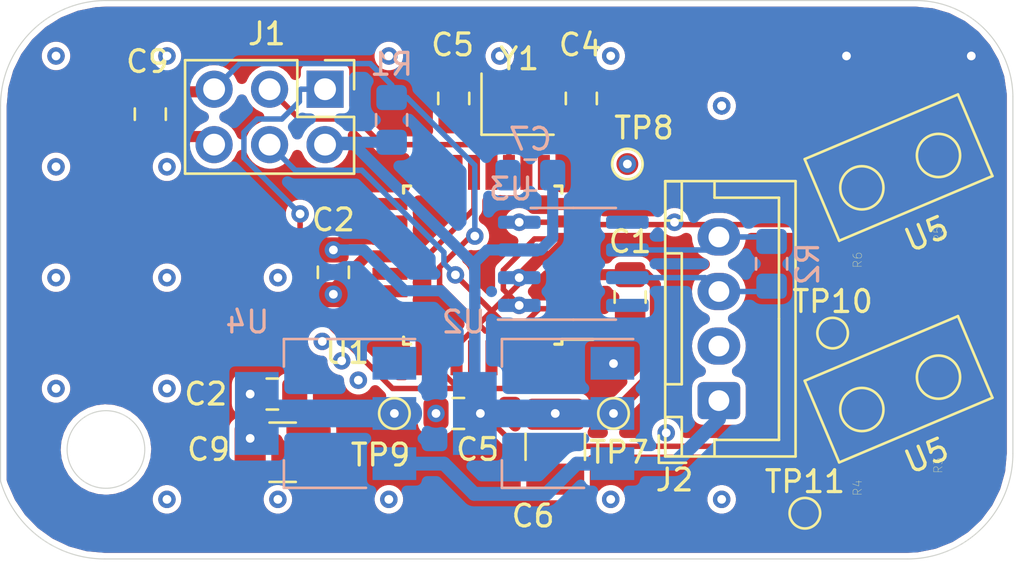
<source format=kicad_pcb>
(kicad_pcb (version 20171130) (host pcbnew "(5.1.2)-1")

  (general
    (thickness 1.6)
    (drawings 9)
    (tracks 174)
    (zones 0)
    (modules 30)
    (nets 40)
  )

  (page A4)
  (layers
    (0 F.Cu signal)
    (31 B.Cu signal)
    (32 B.Adhes user)
    (33 F.Adhes user)
    (34 B.Paste user)
    (35 F.Paste user)
    (36 B.SilkS user)
    (37 F.SilkS user)
    (38 B.Mask user)
    (39 F.Mask user)
    (40 Dwgs.User user)
    (41 Cmts.User user)
    (42 Eco1.User user)
    (43 Eco2.User user)
    (44 Edge.Cuts user)
    (45 Margin user)
    (46 B.CrtYd user)
    (47 F.CrtYd user)
    (48 B.Fab user)
    (49 F.Fab user)
  )

  (setup
    (last_trace_width 0.25)
    (trace_clearance 0.2)
    (zone_clearance 0.254)
    (zone_45_only no)
    (trace_min 0.2)
    (via_size 0.8)
    (via_drill 0.4)
    (via_min_size 0.4)
    (via_min_drill 0.3)
    (uvia_size 0.3)
    (uvia_drill 0.1)
    (uvias_allowed no)
    (uvia_min_size 0.2)
    (uvia_min_drill 0.1)
    (edge_width 0.05)
    (segment_width 0.2)
    (pcb_text_width 0.3)
    (pcb_text_size 1.5 1.5)
    (mod_edge_width 0.12)
    (mod_text_size 1 1)
    (mod_text_width 0.15)
    (pad_size 0.45 0.45)
    (pad_drill 0)
    (pad_to_mask_clearance 0.051)
    (solder_mask_min_width 0.25)
    (aux_axis_origin 0 0)
    (grid_origin 86.995 85.725)
    (visible_elements 7FFFF7FF)
    (pcbplotparams
      (layerselection 0x010fc_ffffffff)
      (usegerberextensions false)
      (usegerberattributes false)
      (usegerberadvancedattributes false)
      (creategerberjobfile false)
      (excludeedgelayer true)
      (linewidth 0.100000)
      (plotframeref false)
      (viasonmask false)
      (mode 1)
      (useauxorigin false)
      (hpglpennumber 1)
      (hpglpenspeed 20)
      (hpglpendiameter 15.000000)
      (psnegative false)
      (psa4output false)
      (plotreference true)
      (plotvalue true)
      (plotinvisibletext false)
      (padsonsilk false)
      (subtractmaskfromsilk false)
      (outputformat 1)
      (mirror false)
      (drillshape 1)
      (scaleselection 1)
      (outputdirectory ""))
  )

  (net 0 "")
  (net 1 +5V)
  (net 2 Earth)
  (net 3 /XTAL2)
  (net 4 /XTAL1)
  (net 5 +3V3)
  (net 6 /RESET)
  (net 7 /MOSI_A)
  (net 8 /SCK_A)
  (net 9 /MISO_A)
  (net 10 CANL)
  (net 11 CANH)
  (net 12 UIN)
  (net 13 "Net-(R3-Pad2)")
  (net 14 3.3V)
  (net 15 PB5)
  (net 16 "Net-(R5-Pad2)")
  (net 17 PB6)
  (net 18 /MISO)
  (net 19 /MOSI)
  (net 20 /SCK)
  (net 21 /AMP1-)
  (net 22 /AMP1+)
  (net 23 /ADC2)
  (net 24 "Net-(U1-Pad3)")
  (net 25 /CANTX)
  (net 26 /CANRX)
  (net 27 "Net-(U1-Pad14)")
  (net 28 "Net-(U1-Pad15)")
  (net 29 "Net-(U1-Pad16)")
  (net 30 "Net-(U1-Pad21)")
  (net 31 "Net-(U1-Pad22)")
  (net 32 "Net-(U1-Pad23)")
  (net 33 "Net-(U1-Pad24)")
  (net 34 "Net-(U1-Pad25)")
  (net 35 "Net-(U1-Pad29)")
  (net 36 "Net-(U1-Pad30)")
  (net 37 "Net-(U1-Pad32)")
  (net 38 "Net-(U3-Pad5)")
  (net 39 GND)

  (net_class Default "This is the default net class."
    (clearance 0.2)
    (trace_width 0.25)
    (via_dia 0.8)
    (via_drill 0.4)
    (uvia_dia 0.3)
    (uvia_drill 0.1)
    (add_net +3V3)
    (add_net +5V)
    (add_net /ADC2)
    (add_net /AMP1+)
    (add_net /AMP1-)
    (add_net /CANRX)
    (add_net /CANTX)
    (add_net /MISO)
    (add_net /MISO_A)
    (add_net /MOSI)
    (add_net /MOSI_A)
    (add_net /RESET)
    (add_net /SCK)
    (add_net /SCK_A)
    (add_net /XTAL1)
    (add_net /XTAL2)
    (add_net 3.3V)
    (add_net CANH)
    (add_net CANL)
    (add_net Earth)
    (add_net GND)
    (add_net "Net-(R3-Pad2)")
    (add_net "Net-(R5-Pad2)")
    (add_net "Net-(U1-Pad14)")
    (add_net "Net-(U1-Pad15)")
    (add_net "Net-(U1-Pad16)")
    (add_net "Net-(U1-Pad21)")
    (add_net "Net-(U1-Pad22)")
    (add_net "Net-(U1-Pad23)")
    (add_net "Net-(U1-Pad24)")
    (add_net "Net-(U1-Pad25)")
    (add_net "Net-(U1-Pad29)")
    (add_net "Net-(U1-Pad3)")
    (add_net "Net-(U1-Pad30)")
    (add_net "Net-(U1-Pad32)")
    (add_net "Net-(U3-Pad5)")
    (add_net PB5)
    (add_net PB6)
    (add_net UIN)
  )

  (module TestPoint:TestPoint_Pad_D1.0mm (layer F.Cu) (tedit 5A0F774F) (tstamp 5E7B96FA)
    (at 75.565 149.86)
    (descr "SMD pad as test Point, diameter 1.0mm")
    (tags "test point SMD pad")
    (path /5E58AB12)
    (attr virtual)
    (fp_text reference TP11 (at 0 -1.448) (layer F.SilkS)
      (effects (font (size 1 1) (thickness 0.15)))
    )
    (fp_text value TestPoint (at 0 1.55) (layer F.Fab)
      (effects (font (size 1 1) (thickness 0.15)))
    )
    (fp_circle (center 0 0) (end 0 0.7) (layer F.SilkS) (width 0.12))
    (fp_circle (center 0 0) (end 1 0) (layer F.CrtYd) (width 0.05))
    (fp_text user %R (at 0 -1.45) (layer F.Fab)
      (effects (font (size 1 1) (thickness 0.15)))
    )
    (pad 1 smd circle (at 0 0) (size 1 1) (layers F.Cu F.Mask)
      (net 17 PB6))
  )

  (module TestPoint:TestPoint_Pad_D1.0mm (layer F.Cu) (tedit 5A0F774F) (tstamp 5E7B96F2)
    (at 76.835 141.605)
    (descr "SMD pad as test Point, diameter 1.0mm")
    (tags "test point SMD pad")
    (path /5E58946A)
    (attr virtual)
    (fp_text reference TP10 (at 0 -1.448) (layer F.SilkS)
      (effects (font (size 1 1) (thickness 0.15)))
    )
    (fp_text value TestPoint (at 0 1.55) (layer F.Fab)
      (effects (font (size 1 1) (thickness 0.15)))
    )
    (fp_circle (center 0 0) (end 0 0.7) (layer F.SilkS) (width 0.12))
    (fp_circle (center 0 0) (end 1 0) (layer F.CrtYd) (width 0.05))
    (fp_text user %R (at 0 -1.45) (layer F.Fab)
      (effects (font (size 1 1) (thickness 0.15)))
    )
    (pad 1 smd circle (at 0 0) (size 1 1) (layers F.Cu F.Mask)
      (net 15 PB5))
  )

  (module RMCF0201FT4K70:RESC0603X26N (layer F.Cu) (tedit 5E7AA1CD) (tstamp 5E7B96A5)
    (at 78.74 138.784 90)
    (path /5E28EB7F)
    (fp_text reference R6 (at 0.53 -0.76 90) (layer F.SilkS)
      (effects (font (size 0.393701 0.393701) (thickness 0.015)))
    )
    (fp_text value 4.7k (at 2.28 0.76 90) (layer F.Fab)
      (effects (font (size 0.393701 0.393701) (thickness 0.015)))
    )
    (fp_line (start 0.718 0.448) (end 0.718 -0.448) (layer F.CrtYd) (width 0.05))
    (fp_line (start -0.718 0.448) (end -0.718 -0.448) (layer F.CrtYd) (width 0.05))
    (fp_line (start -0.718 -0.448) (end 0.718 -0.448) (layer F.CrtYd) (width 0.05))
    (fp_line (start -0.718 0.448) (end 0.718 0.448) (layer F.CrtYd) (width 0.05))
    (fp_line (start -0.32 0.16) (end -0.32 -0.16) (layer F.Fab) (width 0.127))
    (fp_line (start 0.32 0.16) (end 0.32 -0.16) (layer F.Fab) (width 0.127))
    (fp_line (start 0.32 -0.16) (end -0.32 -0.16) (layer F.Fab) (width 0.127))
    (fp_line (start 0.32 0.16) (end -0.32 0.16) (layer F.Fab) (width 0.127))
    (pad 2 smd rect (at 0.281 0 90) (size 0.38 0.4) (layers F.Cu F.Paste F.Mask)
      (net 17 PB6))
    (pad 1 smd rect (at -0.281 0 90) (size 0.38 0.4) (layers F.Cu F.Paste F.Mask)
      (net 14 3.3V))
  )

  (module RT0402FRE0780RL:RESC1005X35N (layer F.Cu) (tedit 5E7AA3A5) (tstamp 5E7B9697)
    (at 82.55 137.36 90)
    (path /5E28E3DD)
    (fp_text reference R5 (at 0.29 -0.88 90) (layer F.SilkS)
      (effects (font (size 0.393701 0.393701) (thickness 0.015)))
    )
    (fp_text value 80Ω (at 2.04 0.88 90) (layer F.Fab)
      (effects (font (size 0.393701 0.393701) (thickness 0.015)))
    )
    (fp_line (start 0.965 0.55) (end 0.965 -0.55) (layer F.CrtYd) (width 0.05))
    (fp_line (start -0.965 0.55) (end -0.965 -0.55) (layer F.CrtYd) (width 0.05))
    (fp_line (start -0.965 -0.55) (end 0.965 -0.55) (layer F.CrtYd) (width 0.05))
    (fp_line (start -0.965 0.55) (end 0.965 0.55) (layer F.CrtYd) (width 0.05))
    (fp_line (start -0.55 0.28) (end -0.55 -0.28) (layer F.Fab) (width 0.127))
    (fp_line (start 0.55 0.28) (end 0.55 -0.28) (layer F.Fab) (width 0.127))
    (fp_line (start 0.55 -0.28) (end -0.55 -0.28) (layer F.Fab) (width 0.127))
    (fp_line (start 0.55 0.28) (end -0.55 0.28) (layer F.Fab) (width 0.127))
    (pad 2 smd rect (at 0.435 0 90) (size 0.56 0.6) (layers F.Cu F.Paste F.Mask)
      (net 16 "Net-(R5-Pad2)"))
    (pad 1 smd rect (at -0.435 0 90) (size 0.56 0.6) (layers F.Cu F.Paste F.Mask)
      (net 14 3.3V))
  )

  (module RMCF0201FT4K70:RESC0603X26N (layer F.Cu) (tedit 5E7AA1CD) (tstamp 5E7B9689)
    (at 78.74 149.225 90)
    (path /5E285E47)
    (fp_text reference R4 (at 0.53 -0.76 90) (layer F.SilkS)
      (effects (font (size 0.393701 0.393701) (thickness 0.015)))
    )
    (fp_text value 4.7k (at 2.28 0.76 90) (layer F.Fab)
      (effects (font (size 0.393701 0.393701) (thickness 0.015)))
    )
    (fp_line (start 0.718 0.448) (end 0.718 -0.448) (layer F.CrtYd) (width 0.05))
    (fp_line (start -0.718 0.448) (end -0.718 -0.448) (layer F.CrtYd) (width 0.05))
    (fp_line (start -0.718 -0.448) (end 0.718 -0.448) (layer F.CrtYd) (width 0.05))
    (fp_line (start -0.718 0.448) (end 0.718 0.448) (layer F.CrtYd) (width 0.05))
    (fp_line (start -0.32 0.16) (end -0.32 -0.16) (layer F.Fab) (width 0.127))
    (fp_line (start 0.32 0.16) (end 0.32 -0.16) (layer F.Fab) (width 0.127))
    (fp_line (start 0.32 -0.16) (end -0.32 -0.16) (layer F.Fab) (width 0.127))
    (fp_line (start 0.32 0.16) (end -0.32 0.16) (layer F.Fab) (width 0.127))
    (pad 2 smd rect (at 0.281 0 90) (size 0.38 0.4) (layers F.Cu F.Paste F.Mask)
      (net 15 PB5))
    (pad 1 smd rect (at -0.281 0 90) (size 0.38 0.4) (layers F.Cu F.Paste F.Mask)
      (net 14 3.3V))
  )

  (module RT0402FRE0780RL:RESC1005X35N (layer F.Cu) (tedit 5E7AA3A5) (tstamp 5E7B9F63)
    (at 82.55 147.955 90)
    (path /5E284BFA)
    (fp_text reference R3 (at 0.29 -0.88 90) (layer F.SilkS)
      (effects (font (size 0.393701 0.393701) (thickness 0.015)))
    )
    (fp_text value 80Ω (at 2.04 0.88 90) (layer F.Fab)
      (effects (font (size 0.393701 0.393701) (thickness 0.015)))
    )
    (fp_line (start 0.965 0.55) (end 0.965 -0.55) (layer F.CrtYd) (width 0.05))
    (fp_line (start -0.965 0.55) (end -0.965 -0.55) (layer F.CrtYd) (width 0.05))
    (fp_line (start -0.965 -0.55) (end 0.965 -0.55) (layer F.CrtYd) (width 0.05))
    (fp_line (start -0.965 0.55) (end 0.965 0.55) (layer F.CrtYd) (width 0.05))
    (fp_line (start -0.55 0.28) (end -0.55 -0.28) (layer F.Fab) (width 0.127))
    (fp_line (start 0.55 0.28) (end 0.55 -0.28) (layer F.Fab) (width 0.127))
    (fp_line (start 0.55 -0.28) (end -0.55 -0.28) (layer F.Fab) (width 0.127))
    (fp_line (start 0.55 0.28) (end -0.55 0.28) (layer F.Fab) (width 0.127))
    (pad 2 smd rect (at 0.435 0 90) (size 0.56 0.6) (layers F.Cu F.Paste F.Mask)
      (net 13 "Net-(R3-Pad2)"))
    (pad 1 smd rect (at -0.435 0 90) (size 0.56 0.6) (layers F.Cu F.Paste F.Mask)
      (net 14 3.3V))
  )

  (module Sensor_Optical:OPB733TR (layer F.Cu) (tedit 5E681874) (tstamp 5E68709F)
    (at 80.645 135.89 202.9)
    (path /5E27F1C5)
    (attr smd)
    (fp_text reference U5 (at 0 -1.269999 22.9) (layer F.SilkS)
      (effects (font (size 1 1) (thickness 0.15)))
    )
    (fp_text value OPB733TR (at 0 -2.54 202.9) (layer F.Fab)
      (effects (font (size 1 1) (thickness 0.15)))
    )
    (fp_line (start -3.81 0) (end -3.81 4.06) (layer F.SilkS) (width 0.12))
    (fp_line (start -3.81 0) (end 3.81 0) (layer F.SilkS) (width 0.12))
    (fp_line (start 3.81 0) (end 3.81 4.06) (layer F.SilkS) (width 0.12))
    (fp_line (start -3.81 4.06) (end 3.81 4.06) (layer F.SilkS) (width 0.12))
    (fp_circle (center -1.9 1.83) (end -0.91 1.83) (layer F.SilkS) (width 0.12))
    (fp_circle (center 1.91 1.83) (end 2.9 1.83) (layer F.SilkS) (width 0.12))
    (pad 4 smd rect (at -1.9 0.000001 202.9) (size 0.55 0.55) (layers F.Cu F.Paste F.Mask)
      (net 13 "Net-(R3-Pad2)"))
    (pad 3 smd rect (at 1.91 0 202.9) (size 0.55 0.55) (layers F.Cu F.Paste F.Mask)
      (net 15 PB5))
    (pad 1 smd rect (at -1.9 4.06 202.9) (size 0.45 0.45) (layers F.Cu F.Paste F.Mask)
      (net 39 GND))
    (pad 2 smd rect (at 1.91 4.06 202.9) (size 0.45 0.45) (layers F.Cu F.Paste F.Mask)
      (net 39 GND))
  )

  (module Sensor_Optical:OPB733TR (layer F.Cu) (tedit 5E681758) (tstamp 5E65CC71)
    (at 80.645 146.05 202.9)
    (path /5E27F1C5)
    (attr smd)
    (fp_text reference U5 (at 0 -1.269999 202.9) (layer F.SilkS)
      (effects (font (size 1 1) (thickness 0.15)))
    )
    (fp_text value OPB733TR (at 0 -2.54 202.9) (layer F.Fab)
      (effects (font (size 1 1) (thickness 0.15)))
    )
    (fp_circle (center 1.91 1.83) (end 2.9 1.83) (layer F.SilkS) (width 0.12))
    (fp_circle (center -1.9 1.83) (end -0.91 1.83) (layer F.SilkS) (width 0.12))
    (fp_line (start -3.81 4.06) (end 3.81 4.06) (layer F.SilkS) (width 0.12))
    (fp_line (start 3.81 0) (end 3.81 4.06) (layer F.SilkS) (width 0.12))
    (fp_line (start -3.81 0) (end 3.81 0) (layer F.SilkS) (width 0.12))
    (fp_line (start -3.81 0) (end -3.81 4.06) (layer F.SilkS) (width 0.12))
    (pad 2 smd rect (at 1.91 4.06 202.9) (size 0.45 0.45) (layers F.Cu F.Paste F.Mask)
      (net 39 GND))
    (pad 1 smd rect (at -1.9 4.06 202.9) (size 0.45 0.45) (layers F.Cu F.Paste F.Mask)
      (net 39 GND))
    (pad 3 smd rect (at 1.91 0 202.9) (size 0.55 0.55) (layers F.Cu F.Paste F.Mask)
      (net 15 PB5))
    (pad 4 smd rect (at -1.9 0.000001 202.9) (size 0.55 0.55) (layers F.Cu F.Paste F.Mask)
      (net 13 "Net-(R3-Pad2)"))
  )

  (module Capacitor_SMD:C_0805_2012Metric_Pad1.15x1.40mm_HandSolder (layer F.Cu) (tedit 5B36C52B) (tstamp 5E65BED2)
    (at 59.4868 130.8518 90)
    (descr "Capacitor SMD 0805 (2012 Metric), square (rectangular) end terminal, IPC_7351 nominal with elongated pad for handsoldering. (Body size source: https://docs.google.com/spreadsheets/d/1BsfQQcO9C6DZCsRaXUlFlo91Tg2WpOkGARC1WS5S8t0/edit?usp=sharing), generated with kicad-footprint-generator")
    (tags "capacitor handsolder")
    (path /5E20A4E1)
    (attr smd)
    (fp_text reference C5 (at 2.4548 -0.0508 180) (layer F.SilkS)
      (effects (font (size 1 1) (thickness 0.15)))
    )
    (fp_text value 20p (at 0 1.65 90) (layer F.Fab)
      (effects (font (size 1 1) (thickness 0.15)))
    )
    (fp_line (start -1 0.6) (end -1 -0.6) (layer F.Fab) (width 0.1))
    (fp_line (start -1 -0.6) (end 1 -0.6) (layer F.Fab) (width 0.1))
    (fp_line (start 1 -0.6) (end 1 0.6) (layer F.Fab) (width 0.1))
    (fp_line (start 1 0.6) (end -1 0.6) (layer F.Fab) (width 0.1))
    (fp_line (start -0.261252 -0.71) (end 0.261252 -0.71) (layer F.SilkS) (width 0.12))
    (fp_line (start -0.261252 0.71) (end 0.261252 0.71) (layer F.SilkS) (width 0.12))
    (fp_line (start -1.85 0.95) (end -1.85 -0.95) (layer F.CrtYd) (width 0.05))
    (fp_line (start -1.85 -0.95) (end 1.85 -0.95) (layer F.CrtYd) (width 0.05))
    (fp_line (start 1.85 -0.95) (end 1.85 0.95) (layer F.CrtYd) (width 0.05))
    (fp_line (start 1.85 0.95) (end -1.85 0.95) (layer F.CrtYd) (width 0.05))
    (fp_text user %R (at 0 0 90) (layer F.Fab)
      (effects (font (size 0.5 0.5) (thickness 0.08)))
    )
    (pad 1 smd roundrect (at -1.025 0 90) (size 1.15 1.4) (layers F.Cu F.Paste F.Mask) (roundrect_rratio 0.217391))
    (pad 2 smd roundrect (at 1.025 0 90) (size 1.15 1.4) (layers F.Cu F.Paste F.Mask) (roundrect_rratio 0.217391))
    (model ${KISYS3DMOD}/Capacitor_SMD.3dshapes/C_0805_2012Metric.wrl
      (at (xyz 0 0 0))
      (scale (xyz 1 1 1))
      (rotate (xyz 0 0 0))
    )
  )

  (module Capacitor_SMD:C_0805_2012Metric_Pad1.15x1.40mm_HandSolder (layer F.Cu) (tedit 5B36C52B) (tstamp 5E65BEBB)
    (at 45.593 131.572 270)
    (descr "Capacitor SMD 0805 (2012 Metric), square (rectangular) end terminal, IPC_7351 nominal with elongated pad for handsoldering. (Body size source: https://docs.google.com/spreadsheets/d/1BsfQQcO9C6DZCsRaXUlFlo91Tg2WpOkGARC1WS5S8t0/edit?usp=sharing), generated with kicad-footprint-generator")
    (tags "capacitor handsolder")
    (path /5E279D53)
    (attr smd)
    (fp_text reference C9 (at -2.413 0.127 180) (layer F.SilkS)
      (effects (font (size 1 1) (thickness 0.15)))
    )
    (fp_text value 100p (at 0 1.65 90) (layer F.Fab)
      (effects (font (size 1 1) (thickness 0.15)))
    )
    (fp_line (start -1 0.6) (end -1 -0.6) (layer F.Fab) (width 0.1))
    (fp_line (start -1 -0.6) (end 1 -0.6) (layer F.Fab) (width 0.1))
    (fp_line (start 1 -0.6) (end 1 0.6) (layer F.Fab) (width 0.1))
    (fp_line (start 1 0.6) (end -1 0.6) (layer F.Fab) (width 0.1))
    (fp_line (start -0.261252 -0.71) (end 0.261252 -0.71) (layer F.SilkS) (width 0.12))
    (fp_line (start -0.261252 0.71) (end 0.261252 0.71) (layer F.SilkS) (width 0.12))
    (fp_line (start -1.85 0.95) (end -1.85 -0.95) (layer F.CrtYd) (width 0.05))
    (fp_line (start -1.85 -0.95) (end 1.85 -0.95) (layer F.CrtYd) (width 0.05))
    (fp_line (start 1.85 -0.95) (end 1.85 0.95) (layer F.CrtYd) (width 0.05))
    (fp_line (start 1.85 0.95) (end -1.85 0.95) (layer F.CrtYd) (width 0.05))
    (fp_text user %R (at 0 0 90) (layer F.Fab)
      (effects (font (size 0.5 0.5) (thickness 0.08)))
    )
    (pad 1 smd roundrect (at -1.025 0 270) (size 1.15 1.4) (layers F.Cu F.Paste F.Mask) (roundrect_rratio 0.217391))
    (pad 2 smd roundrect (at 1.025 0 270) (size 1.15 1.4) (layers F.Cu F.Paste F.Mask) (roundrect_rratio 0.217391))
    (model ${KISYS3DMOD}/Capacitor_SMD.3dshapes/C_0805_2012Metric.wrl
      (at (xyz 0 0 0))
      (scale (xyz 1 1 1))
      (rotate (xyz 0 0 0))
    )
  )

  (module Capacitor_SMD:C_0805_2012Metric_Pad1.15x1.40mm_HandSolder (layer F.Cu) (tedit 5B36C52B) (tstamp 5E65BEAB)
    (at 53.975 138.82 270)
    (descr "Capacitor SMD 0805 (2012 Metric), square (rectangular) end terminal, IPC_7351 nominal with elongated pad for handsoldering. (Body size source: https://docs.google.com/spreadsheets/d/1BsfQQcO9C6DZCsRaXUlFlo91Tg2WpOkGARC1WS5S8t0/edit?usp=sharing), generated with kicad-footprint-generator")
    (tags "capacitor handsolder")
    (path /5E28D8A5)
    (attr smd)
    (fp_text reference C2 (at -2.404 0 180) (layer F.SilkS)
      (effects (font (size 1 1) (thickness 0.15)))
    )
    (fp_text value 100p (at 0 1.65 90) (layer F.Fab)
      (effects (font (size 1 1) (thickness 0.15)))
    )
    (fp_line (start -1 0.6) (end -1 -0.6) (layer F.Fab) (width 0.1))
    (fp_line (start -1 -0.6) (end 1 -0.6) (layer F.Fab) (width 0.1))
    (fp_line (start 1 -0.6) (end 1 0.6) (layer F.Fab) (width 0.1))
    (fp_line (start 1 0.6) (end -1 0.6) (layer F.Fab) (width 0.1))
    (fp_line (start -0.261252 -0.71) (end 0.261252 -0.71) (layer F.SilkS) (width 0.12))
    (fp_line (start -0.261252 0.71) (end 0.261252 0.71) (layer F.SilkS) (width 0.12))
    (fp_line (start -1.85 0.95) (end -1.85 -0.95) (layer F.CrtYd) (width 0.05))
    (fp_line (start -1.85 -0.95) (end 1.85 -0.95) (layer F.CrtYd) (width 0.05))
    (fp_line (start 1.85 -0.95) (end 1.85 0.95) (layer F.CrtYd) (width 0.05))
    (fp_line (start 1.85 0.95) (end -1.85 0.95) (layer F.CrtYd) (width 0.05))
    (fp_text user %R (at 0 0 90) (layer F.Fab)
      (effects (font (size 0.5 0.5) (thickness 0.08)))
    )
    (pad 1 smd roundrect (at -1.025 0 270) (size 1.15 1.4) (layers F.Cu F.Paste F.Mask) (roundrect_rratio 0.217391)
      (net 1 +5V))
    (pad 2 smd roundrect (at 1.025 0 270) (size 1.15 1.4) (layers F.Cu F.Paste F.Mask) (roundrect_rratio 0.217391)
      (net 2 Earth))
    (model ${KISYS3DMOD}/Capacitor_SMD.3dshapes/C_0805_2012Metric.wrl
      (at (xyz 0 0 0))
      (scale (xyz 1 1 1))
      (rotate (xyz 0 0 0))
    )
  )

  (module Capacitor_SMD:C_1210_3225Metric_Pad1.42x2.65mm_HandSolder (layer F.Cu) (tedit 5B301BBE) (tstamp 5E65BE94)
    (at 51.6525 147.066)
    (descr "Capacitor SMD 1210 (3225 Metric), square (rectangular) end terminal, IPC_7351 nominal with elongated pad for handsoldering. (Body size source: http://www.tortai-tech.com/upload/download/2011102023233369053.pdf), generated with kicad-footprint-generator")
    (tags "capacitor handsolder")
    (path /5E28D173)
    (attr smd)
    (fp_text reference C9 (at -3.3925 -0.127) (layer F.SilkS)
      (effects (font (size 1 1) (thickness 0.15)))
    )
    (fp_text value 100u (at 0 5.2) (layer F.Fab)
      (effects (font (size 1 1) (thickness 0.15)))
    )
    (fp_line (start -1.6 1.25) (end -1.6 -1.25) (layer F.Fab) (width 0.1))
    (fp_line (start -1.6 -1.25) (end 1.6 -1.25) (layer F.Fab) (width 0.1))
    (fp_line (start 1.6 -1.25) (end 1.6 1.25) (layer F.Fab) (width 0.1))
    (fp_line (start 1.6 1.25) (end -1.6 1.25) (layer F.Fab) (width 0.1))
    (fp_line (start -0.602064 -1.36) (end 0.602064 -1.36) (layer F.SilkS) (width 0.12))
    (fp_line (start -0.602064 1.36) (end 0.602064 1.36) (layer F.SilkS) (width 0.12))
    (fp_line (start -2.45 1.58) (end -2.45 -1.58) (layer F.CrtYd) (width 0.05))
    (fp_line (start -2.45 -1.58) (end 2.45 -1.58) (layer F.CrtYd) (width 0.05))
    (fp_line (start 2.45 -1.58) (end 2.45 1.58) (layer F.CrtYd) (width 0.05))
    (fp_line (start 2.45 1.58) (end -2.45 1.58) (layer F.CrtYd) (width 0.05))
    (fp_text user %R (at 0 0) (layer F.Fab)
      (effects (font (size 1 1) (thickness 0.15)))
    )
    (pad 1 smd roundrect (at -1.4875 0) (size 1.425 2.65) (layers F.Cu F.Paste F.Mask) (roundrect_rratio 0.175439)
      (net 5 +3V3))
    (pad 2 smd roundrect (at 1.4875 0) (size 1.425 2.65) (layers F.Cu F.Paste F.Mask) (roundrect_rratio 0.175439)
      (net 2 Earth))
    (model ${KISYS3DMOD}/Capacitor_SMD.3dshapes/C_1210_3225Metric.wrl
      (at (xyz 0 0 0))
      (scale (xyz 1 1 1))
      (rotate (xyz 0 0 0))
    )
  )

  (module TestPoint:TestPoint_Pad_D1.0mm (layer F.Cu) (tedit 5A0F774F) (tstamp 5E65BE8D)
    (at 67.437 133.858)
    (descr "SMD pad as test Point, diameter 1.0mm")
    (tags "test point SMD pad")
    (path /5E2C6B9A)
    (attr virtual)
    (fp_text reference TP8 (at 0.762 -1.651) (layer F.SilkS)
      (effects (font (size 1 1) (thickness 0.15)))
    )
    (fp_text value TestPoint (at 0 1.55) (layer F.Fab)
      (effects (font (size 1 1) (thickness 0.15)))
    )
    (fp_text user %R (at 0 -1.45) (layer F.Fab)
      (effects (font (size 1 1) (thickness 0.15)))
    )
    (fp_circle (center 0 0) (end 1 0) (layer F.CrtYd) (width 0.05))
    (fp_circle (center 0 0) (end 0 0.7) (layer F.SilkS) (width 0.12))
    (pad 1 smd circle (at 0 0) (size 1 1) (layers F.Cu F.Mask)
      (net 2 Earth))
  )

  (module Resistor_SMD:R_0805_2012Metric_Pad1.15x1.40mm_HandSolder (layer B.Cu) (tedit 5B36C52B) (tstamp 5E65BE76)
    (at 56.642 131.835 90)
    (descr "Resistor SMD 0805 (2012 Metric), square (rectangular) end terminal, IPC_7351 nominal with elongated pad for handsoldering. (Body size source: https://docs.google.com/spreadsheets/d/1BsfQQcO9C6DZCsRaXUlFlo91Tg2WpOkGARC1WS5S8t0/edit?usp=sharing), generated with kicad-footprint-generator")
    (tags "resistor handsolder")
    (path /5E206CE8)
    (attr smd)
    (fp_text reference R1 (at 2.549 0 180) (layer B.SilkS)
      (effects (font (size 1 1) (thickness 0.15)) (justify mirror))
    )
    (fp_text value 10k (at 0 -1.65 90) (layer B.Fab)
      (effects (font (size 1 1) (thickness 0.15)) (justify mirror))
    )
    (fp_line (start -1 -0.6) (end -1 0.6) (layer B.Fab) (width 0.1))
    (fp_line (start -1 0.6) (end 1 0.6) (layer B.Fab) (width 0.1))
    (fp_line (start 1 0.6) (end 1 -0.6) (layer B.Fab) (width 0.1))
    (fp_line (start 1 -0.6) (end -1 -0.6) (layer B.Fab) (width 0.1))
    (fp_line (start -0.261252 0.71) (end 0.261252 0.71) (layer B.SilkS) (width 0.12))
    (fp_line (start -0.261252 -0.71) (end 0.261252 -0.71) (layer B.SilkS) (width 0.12))
    (fp_line (start -1.85 -0.95) (end -1.85 0.95) (layer B.CrtYd) (width 0.05))
    (fp_line (start -1.85 0.95) (end 1.85 0.95) (layer B.CrtYd) (width 0.05))
    (fp_line (start 1.85 0.95) (end 1.85 -0.95) (layer B.CrtYd) (width 0.05))
    (fp_line (start 1.85 -0.95) (end -1.85 -0.95) (layer B.CrtYd) (width 0.05))
    (fp_text user %R (at 0 0) (layer B.Fab)
      (effects (font (size 0.5 0.5) (thickness 0.08)) (justify mirror))
    )
    (pad 1 smd roundrect (at -1.025 0 90) (size 1.15 1.4) (layers B.Cu B.Paste B.Mask) (roundrect_rratio 0.217391))
    (pad 2 smd roundrect (at 1.025 0 90) (size 1.15 1.4) (layers B.Cu B.Paste B.Mask) (roundrect_rratio 0.217391))
    (model ${KISYS3DMOD}/Resistor_SMD.3dshapes/R_0805_2012Metric.wrl
      (at (xyz 0 0 0))
      (scale (xyz 1 1 1))
      (rotate (xyz 0 0 0))
    )
  )

  (module Connector_PinHeader_2.54mm:PinHeader_2x03_P2.54mm_Vertical (layer F.Cu) (tedit 59FED5CC) (tstamp 5E65BE4D)
    (at 53.594 130.429 270)
    (descr "Through hole straight pin header, 2x03, 2.54mm pitch, double rows")
    (tags "Through hole pin header THT 2x03 2.54mm double row")
    (path /5E1F8DCB)
    (fp_text reference J1 (at -2.54 2.667 180) (layer F.SilkS)
      (effects (font (size 1 1) (thickness 0.15)))
    )
    (fp_text value ISP-6 (at 1.27 7.41 90) (layer F.Fab)
      (effects (font (size 1 1) (thickness 0.15)))
    )
    (fp_line (start 0 -1.27) (end 3.81 -1.27) (layer F.Fab) (width 0.1))
    (fp_line (start 3.81 -1.27) (end 3.81 6.35) (layer F.Fab) (width 0.1))
    (fp_line (start 3.81 6.35) (end -1.27 6.35) (layer F.Fab) (width 0.1))
    (fp_line (start -1.27 6.35) (end -1.27 0) (layer F.Fab) (width 0.1))
    (fp_line (start -1.27 0) (end 0 -1.27) (layer F.Fab) (width 0.1))
    (fp_line (start -1.33 6.41) (end 3.87 6.41) (layer F.SilkS) (width 0.12))
    (fp_line (start -1.33 1.27) (end -1.33 6.41) (layer F.SilkS) (width 0.12))
    (fp_line (start 3.87 -1.33) (end 3.87 6.41) (layer F.SilkS) (width 0.12))
    (fp_line (start -1.33 1.27) (end 1.27 1.27) (layer F.SilkS) (width 0.12))
    (fp_line (start 1.27 1.27) (end 1.27 -1.33) (layer F.SilkS) (width 0.12))
    (fp_line (start 1.27 -1.33) (end 3.87 -1.33) (layer F.SilkS) (width 0.12))
    (fp_line (start -1.33 0) (end -1.33 -1.33) (layer F.SilkS) (width 0.12))
    (fp_line (start -1.33 -1.33) (end 0 -1.33) (layer F.SilkS) (width 0.12))
    (fp_line (start -1.8 -1.8) (end -1.8 6.85) (layer F.CrtYd) (width 0.05))
    (fp_line (start -1.8 6.85) (end 4.35 6.85) (layer F.CrtYd) (width 0.05))
    (fp_line (start 4.35 6.85) (end 4.35 -1.8) (layer F.CrtYd) (width 0.05))
    (fp_line (start 4.35 -1.8) (end -1.8 -1.8) (layer F.CrtYd) (width 0.05))
    (fp_text user %R (at 1.524 2.54) (layer F.Fab)
      (effects (font (size 1 1) (thickness 0.15)))
    )
    (pad 1 thru_hole rect (at 0 0 270) (size 1.7 1.7) (drill 1) (layers *.Cu *.Mask))
    (pad 2 thru_hole oval (at 2.54 0 270) (size 1.7 1.7) (drill 1) (layers *.Cu *.Mask))
    (pad 3 thru_hole oval (at 0 2.54 270) (size 1.7 1.7) (drill 1) (layers *.Cu *.Mask))
    (pad 4 thru_hole oval (at 2.54 2.54 270) (size 1.7 1.7) (drill 1) (layers *.Cu *.Mask))
    (pad 5 thru_hole oval (at 0 5.08 270) (size 1.7 1.7) (drill 1) (layers *.Cu *.Mask))
    (pad 6 thru_hole oval (at 2.54 5.08 270) (size 1.7 1.7) (drill 1) (layers *.Cu *.Mask))
  )

  (module Capacitor_SMD:C_0805_2012Metric_Pad1.15x1.40mm_HandSolder (layer F.Cu) (tedit 5B36C52B) (tstamp 5E65BE3D)
    (at 51.181 144.399)
    (descr "Capacitor SMD 0805 (2012 Metric), square (rectangular) end terminal, IPC_7351 nominal with elongated pad for handsoldering. (Body size source: https://docs.google.com/spreadsheets/d/1BsfQQcO9C6DZCsRaXUlFlo91Tg2WpOkGARC1WS5S8t0/edit?usp=sharing), generated with kicad-footprint-generator")
    (tags "capacitor handsolder")
    (path /5E1FB8C9)
    (attr smd)
    (fp_text reference C2 (at -3.048 0) (layer F.SilkS)
      (effects (font (size 1 1) (thickness 0.15)))
    )
    (fp_text value 100n (at 0 1.65) (layer F.Fab)
      (effects (font (size 1 1) (thickness 0.15)))
    )
    (fp_line (start -1 0.6) (end -1 -0.6) (layer F.Fab) (width 0.1))
    (fp_line (start -1 -0.6) (end 1 -0.6) (layer F.Fab) (width 0.1))
    (fp_line (start 1 -0.6) (end 1 0.6) (layer F.Fab) (width 0.1))
    (fp_line (start 1 0.6) (end -1 0.6) (layer F.Fab) (width 0.1))
    (fp_line (start -0.261252 -0.71) (end 0.261252 -0.71) (layer F.SilkS) (width 0.12))
    (fp_line (start -0.261252 0.71) (end 0.261252 0.71) (layer F.SilkS) (width 0.12))
    (fp_line (start -1.85 0.95) (end -1.85 -0.95) (layer F.CrtYd) (width 0.05))
    (fp_line (start -1.85 -0.95) (end 1.85 -0.95) (layer F.CrtYd) (width 0.05))
    (fp_line (start 1.85 -0.95) (end 1.85 0.95) (layer F.CrtYd) (width 0.05))
    (fp_line (start 1.85 0.95) (end -1.85 0.95) (layer F.CrtYd) (width 0.05))
    (fp_text user %R (at 0 0) (layer F.Fab)
      (effects (font (size 0.5 0.5) (thickness 0.08)))
    )
    (pad 1 smd roundrect (at -1.025 0) (size 1.15 1.4) (layers F.Cu F.Paste F.Mask) (roundrect_rratio 0.217391))
    (pad 2 smd roundrect (at 1.025 0) (size 1.15 1.4) (layers F.Cu F.Paste F.Mask) (roundrect_rratio 0.217391))
    (model ${KISYS3DMOD}/Capacitor_SMD.3dshapes/C_0805_2012Metric.wrl
      (at (xyz 0 0 0))
      (scale (xyz 1 1 1))
      (rotate (xyz 0 0 0))
    )
  )

  (module Capacitor_SMD:C_0805_2012Metric_Pad1.15x1.40mm_HandSolder (layer F.Cu) (tedit 5B36C52B) (tstamp 5E65BE2D)
    (at 65.3288 130.8518 90)
    (descr "Capacitor SMD 0805 (2012 Metric), square (rectangular) end terminal, IPC_7351 nominal with elongated pad for handsoldering. (Body size source: https://docs.google.com/spreadsheets/d/1BsfQQcO9C6DZCsRaXUlFlo91Tg2WpOkGARC1WS5S8t0/edit?usp=sharing), generated with kicad-footprint-generator")
    (tags "capacitor handsolder")
    (path /5E2097DA)
    (attr smd)
    (fp_text reference C4 (at 2.4548 -0.0508 180) (layer F.SilkS)
      (effects (font (size 1 1) (thickness 0.15)))
    )
    (fp_text value 20p (at 0 1.65 90) (layer F.Fab)
      (effects (font (size 1 1) (thickness 0.15)))
    )
    (fp_line (start -1 0.6) (end -1 -0.6) (layer F.Fab) (width 0.1))
    (fp_line (start -1 -0.6) (end 1 -0.6) (layer F.Fab) (width 0.1))
    (fp_line (start 1 -0.6) (end 1 0.6) (layer F.Fab) (width 0.1))
    (fp_line (start 1 0.6) (end -1 0.6) (layer F.Fab) (width 0.1))
    (fp_line (start -0.261252 -0.71) (end 0.261252 -0.71) (layer F.SilkS) (width 0.12))
    (fp_line (start -0.261252 0.71) (end 0.261252 0.71) (layer F.SilkS) (width 0.12))
    (fp_line (start -1.85 0.95) (end -1.85 -0.95) (layer F.CrtYd) (width 0.05))
    (fp_line (start -1.85 -0.95) (end 1.85 -0.95) (layer F.CrtYd) (width 0.05))
    (fp_line (start 1.85 -0.95) (end 1.85 0.95) (layer F.CrtYd) (width 0.05))
    (fp_line (start 1.85 0.95) (end -1.85 0.95) (layer F.CrtYd) (width 0.05))
    (fp_text user %R (at 0 0 90) (layer F.Fab)
      (effects (font (size 0.5 0.5) (thickness 0.08)))
    )
    (pad 1 smd roundrect (at -1.025 0 90) (size 1.15 1.4) (layers F.Cu F.Paste F.Mask) (roundrect_rratio 0.217391)
      (net 4 /XTAL1))
    (pad 2 smd roundrect (at 1.025 0 90) (size 1.15 1.4) (layers F.Cu F.Paste F.Mask) (roundrect_rratio 0.217391)
      (net 2 Earth))
    (model ${KISYS3DMOD}/Capacitor_SMD.3dshapes/C_0805_2012Metric.wrl
      (at (xyz 0 0 0))
      (scale (xyz 1 1 1))
      (rotate (xyz 0 0 0))
    )
  )

  (module Capacitor_SMD:C_0805_2012Metric_Pad1.15x1.40mm_HandSolder (layer F.Cu) (tedit 5B36C52B) (tstamp 5E65BE1D)
    (at 67.564 139.954 270)
    (descr "Capacitor SMD 0805 (2012 Metric), square (rectangular) end terminal, IPC_7351 nominal with elongated pad for handsoldering. (Body size source: https://docs.google.com/spreadsheets/d/1BsfQQcO9C6DZCsRaXUlFlo91Tg2WpOkGARC1WS5S8t0/edit?usp=sharing), generated with kicad-footprint-generator")
    (tags "capacitor handsolder")
    (path /5E36291A)
    (attr smd)
    (fp_text reference C1 (at -2.54 0 180) (layer F.SilkS)
      (effects (font (size 1 1) (thickness 0.15)))
    )
    (fp_text value 100n (at 0 1.65 90) (layer F.Fab)
      (effects (font (size 1 1) (thickness 0.15)))
    )
    (fp_line (start -1 0.6) (end -1 -0.6) (layer F.Fab) (width 0.1))
    (fp_line (start -1 -0.6) (end 1 -0.6) (layer F.Fab) (width 0.1))
    (fp_line (start 1 -0.6) (end 1 0.6) (layer F.Fab) (width 0.1))
    (fp_line (start 1 0.6) (end -1 0.6) (layer F.Fab) (width 0.1))
    (fp_line (start -0.261252 -0.71) (end 0.261252 -0.71) (layer F.SilkS) (width 0.12))
    (fp_line (start -0.261252 0.71) (end 0.261252 0.71) (layer F.SilkS) (width 0.12))
    (fp_line (start -1.85 0.95) (end -1.85 -0.95) (layer F.CrtYd) (width 0.05))
    (fp_line (start -1.85 -0.95) (end 1.85 -0.95) (layer F.CrtYd) (width 0.05))
    (fp_line (start 1.85 -0.95) (end 1.85 0.95) (layer F.CrtYd) (width 0.05))
    (fp_line (start 1.85 0.95) (end -1.85 0.95) (layer F.CrtYd) (width 0.05))
    (fp_text user %R (at 0 0 90) (layer F.Fab)
      (effects (font (size 0.5 0.5) (thickness 0.08)))
    )
    (pad 1 smd roundrect (at -1.025 0 270) (size 1.15 1.4) (layers F.Cu F.Paste F.Mask) (roundrect_rratio 0.217391)
      (net 1 +5V))
    (pad 2 smd roundrect (at 1.025 0 270) (size 1.15 1.4) (layers F.Cu F.Paste F.Mask) (roundrect_rratio 0.217391)
      (net 2 Earth))
    (model ${KISYS3DMOD}/Capacitor_SMD.3dshapes/C_0805_2012Metric.wrl
      (at (xyz 0 0 0))
      (scale (xyz 1 1 1))
      (rotate (xyz 0 0 0))
    )
  )

  (module Capacitor_SMD:C_0805_2012Metric_Pad1.15x1.40mm_HandSolder (layer F.Cu) (tedit 5B36C52B) (tstamp 5E65BE0D)
    (at 59.699 145.288 180)
    (descr "Capacitor SMD 0805 (2012 Metric), square (rectangular) end terminal, IPC_7351 nominal with elongated pad for handsoldering. (Body size source: https://docs.google.com/spreadsheets/d/1BsfQQcO9C6DZCsRaXUlFlo91Tg2WpOkGARC1WS5S8t0/edit?usp=sharing), generated with kicad-footprint-generator")
    (tags "capacitor handsolder")
    (path /5E305574)
    (attr smd)
    (fp_text reference C5 (at -0.88 -1.651) (layer F.SilkS)
      (effects (font (size 1 1) (thickness 0.15)))
    )
    (fp_text value 100n (at 0 1.65) (layer F.Fab)
      (effects (font (size 1 1) (thickness 0.15)))
    )
    (fp_line (start -1 0.6) (end -1 -0.6) (layer F.Fab) (width 0.1))
    (fp_line (start -1 -0.6) (end 1 -0.6) (layer F.Fab) (width 0.1))
    (fp_line (start 1 -0.6) (end 1 0.6) (layer F.Fab) (width 0.1))
    (fp_line (start 1 0.6) (end -1 0.6) (layer F.Fab) (width 0.1))
    (fp_line (start -0.261252 -0.71) (end 0.261252 -0.71) (layer F.SilkS) (width 0.12))
    (fp_line (start -0.261252 0.71) (end 0.261252 0.71) (layer F.SilkS) (width 0.12))
    (fp_line (start -1.85 0.95) (end -1.85 -0.95) (layer F.CrtYd) (width 0.05))
    (fp_line (start -1.85 -0.95) (end 1.85 -0.95) (layer F.CrtYd) (width 0.05))
    (fp_line (start 1.85 -0.95) (end 1.85 0.95) (layer F.CrtYd) (width 0.05))
    (fp_line (start 1.85 0.95) (end -1.85 0.95) (layer F.CrtYd) (width 0.05))
    (fp_text user %R (at 0 0) (layer F.Fab)
      (effects (font (size 0.5 0.5) (thickness 0.08)))
    )
    (pad 1 smd roundrect (at -1.025 0 180) (size 1.15 1.4) (layers F.Cu F.Paste F.Mask) (roundrect_rratio 0.217391)
      (net 1 +5V))
    (pad 2 smd roundrect (at 1.025 0 180) (size 1.15 1.4) (layers F.Cu F.Paste F.Mask) (roundrect_rratio 0.217391)
      (net 2 Earth))
    (model ${KISYS3DMOD}/Capacitor_SMD.3dshapes/C_0805_2012Metric.wrl
      (at (xyz 0 0 0))
      (scale (xyz 1 1 1))
      (rotate (xyz 0 0 0))
    )
  )

  (module TestPoint:TestPoint_Pad_D1.0mm (layer F.Cu) (tedit 5A0F774F) (tstamp 5E65BE06)
    (at 56.769 145.288)
    (descr "SMD pad as test Point, diameter 1.0mm")
    (tags "test point SMD pad")
    (path /5E2B2B6B)
    (attr virtual)
    (fp_text reference TP9 (at -0.635 1.905) (layer F.SilkS)
      (effects (font (size 1 1) (thickness 0.15)))
    )
    (fp_text value TestPoint (at 0 1.55) (layer F.Fab)
      (effects (font (size 1 1) (thickness 0.15)))
    )
    (fp_text user %R (at 0 -1.45) (layer F.Fab)
      (effects (font (size 1 1) (thickness 0.15)))
    )
    (fp_circle (center 0 0) (end 1 0) (layer F.CrtYd) (width 0.05))
    (fp_circle (center 0 0) (end 0 0.7) (layer F.SilkS) (width 0.12))
    (pad 1 smd circle (at 0 0) (size 1 1) (layers F.Cu F.Mask)
      (net 5 +3V3))
  )

  (module TestPoint:TestPoint_Pad_D1.0mm (layer F.Cu) (tedit 5A0F774F) (tstamp 5E65BDFF)
    (at 66.802 145.288)
    (descr "SMD pad as test Point, diameter 1.0mm")
    (tags "test point SMD pad")
    (path /5E2B0888)
    (attr virtual)
    (fp_text reference TP7 (at 0.254 1.778) (layer F.SilkS)
      (effects (font (size 1 1) (thickness 0.15)))
    )
    (fp_text value TestPoint (at 0 1.55) (layer F.Fab)
      (effects (font (size 1 1) (thickness 0.15)))
    )
    (fp_text user %R (at 0 -1.45) (layer F.Fab)
      (effects (font (size 1 1) (thickness 0.15)))
    )
    (fp_circle (center 0 0) (end 1 0) (layer F.CrtYd) (width 0.05))
    (fp_circle (center 0 0) (end 0 0.7) (layer F.SilkS) (width 0.12))
    (pad 1 smd circle (at 0 0) (size 1 1) (layers F.Cu F.Mask)
      (net 1 +5V))
  )

  (module Package_SO:SOIC-8_3.9x4.9mm_P1.27mm (layer B.Cu) (tedit 5D9F72B1) (tstamp 5E65BDC9)
    (at 64.962 138.43)
    (descr "SOIC, 8 Pin (JEDEC MS-012AA, https://www.analog.com/media/en/package-pcb-resources/package/pkg_pdf/soic_narrow-r/r_8.pdf), generated with kicad-footprint-generator ipc_gullwing_generator.py")
    (tags "SOIC SO")
    (path /5E22B0D8)
    (attr smd)
    (fp_text reference U3 (at -2.859 -3.429) (layer B.SilkS)
      (effects (font (size 1 1) (thickness 0.15)) (justify mirror))
    )
    (fp_text value TJA1051T (at 0 -3.4) (layer B.Fab)
      (effects (font (size 1 1) (thickness 0.15)) (justify mirror))
    )
    (fp_line (start 0 -2.56) (end 1.95 -2.56) (layer B.SilkS) (width 0.12))
    (fp_line (start 0 -2.56) (end -1.95 -2.56) (layer B.SilkS) (width 0.12))
    (fp_line (start 0 2.56) (end 1.95 2.56) (layer B.SilkS) (width 0.12))
    (fp_line (start 0 2.56) (end -3.45 2.56) (layer B.SilkS) (width 0.12))
    (fp_line (start -0.975 2.45) (end 1.95 2.45) (layer B.Fab) (width 0.1))
    (fp_line (start 1.95 2.45) (end 1.95 -2.45) (layer B.Fab) (width 0.1))
    (fp_line (start 1.95 -2.45) (end -1.95 -2.45) (layer B.Fab) (width 0.1))
    (fp_line (start -1.95 -2.45) (end -1.95 1.475) (layer B.Fab) (width 0.1))
    (fp_line (start -1.95 1.475) (end -0.975 2.45) (layer B.Fab) (width 0.1))
    (fp_line (start -3.7 2.7) (end -3.7 -2.7) (layer B.CrtYd) (width 0.05))
    (fp_line (start -3.7 -2.7) (end 3.7 -2.7) (layer B.CrtYd) (width 0.05))
    (fp_line (start 3.7 -2.7) (end 3.7 2.7) (layer B.CrtYd) (width 0.05))
    (fp_line (start 3.7 2.7) (end -3.7 2.7) (layer B.CrtYd) (width 0.05))
    (fp_text user %R (at 0 0) (layer B.Fab)
      (effects (font (size 0.98 0.98) (thickness 0.15)) (justify mirror))
    )
    (pad 1 smd roundrect (at -2.475 1.905) (size 1.95 0.6) (layers B.Cu B.Paste B.Mask) (roundrect_rratio 0.25)
      (net 25 /CANTX))
    (pad 2 smd roundrect (at -2.475 0.635) (size 1.95 0.6) (layers B.Cu B.Paste B.Mask) (roundrect_rratio 0.25)
      (net 2 Earth))
    (pad 3 smd roundrect (at -2.475 -0.635) (size 1.95 0.6) (layers B.Cu B.Paste B.Mask) (roundrect_rratio 0.25)
      (net 1 +5V))
    (pad 4 smd roundrect (at -2.475 -1.905) (size 1.95 0.6) (layers B.Cu B.Paste B.Mask) (roundrect_rratio 0.25)
      (net 26 /CANRX))
    (pad 5 smd roundrect (at 2.475 -1.905) (size 1.95 0.6) (layers B.Cu B.Paste B.Mask) (roundrect_rratio 0.25)
      (net 38 "Net-(U3-Pad5)"))
    (pad 6 smd roundrect (at 2.475 -0.635) (size 1.95 0.6) (layers B.Cu B.Paste B.Mask) (roundrect_rratio 0.25)
      (net 10 CANL))
    (pad 7 smd roundrect (at 2.475 0.635) (size 1.95 0.6) (layers B.Cu B.Paste B.Mask) (roundrect_rratio 0.25)
      (net 11 CANH))
    (pad 8 smd roundrect (at 2.475 1.905) (size 1.95 0.6) (layers B.Cu B.Paste B.Mask) (roundrect_rratio 0.25)
      (net 2 Earth))
    (model ${KISYS3DMOD}/Package_SO.3dshapes/SOIC-8_3.9x4.9mm_P1.27mm.wrl
      (at (xyz 0 0 0))
      (scale (xyz 1 1 1))
      (rotate (xyz 0 0 0))
    )
  )

  (module Package_QFP:TQFP-32_7x7mm_P0.8mm (layer F.Cu) (tedit 5A02F146) (tstamp 5E65BD8C)
    (at 60.814 138.489 180)
    (descr "32-Lead Plastic Thin Quad Flatpack (PT) - 7x7x1.0 mm Body, 2.00 mm [TQFP] (see Microchip Packaging Specification 00000049BS.pdf)")
    (tags "QFP 0.8")
    (path /5E1F74CB)
    (attr smd)
    (fp_text reference U1 (at 6.204 -4.005) (layer F.SilkS)
      (effects (font (size 1 1) (thickness 0.15)))
    )
    (fp_text value ATmega16M1-AU (at 0 6.05) (layer F.Fab)
      (effects (font (size 1 1) (thickness 0.15)))
    )
    (fp_text user %R (at 0 0) (layer F.Fab)
      (effects (font (size 1 1) (thickness 0.15)))
    )
    (fp_line (start -2.5 -3.5) (end 3.5 -3.5) (layer F.Fab) (width 0.15))
    (fp_line (start 3.5 -3.5) (end 3.5 3.5) (layer F.Fab) (width 0.15))
    (fp_line (start 3.5 3.5) (end -3.5 3.5) (layer F.Fab) (width 0.15))
    (fp_line (start -3.5 3.5) (end -3.5 -2.5) (layer F.Fab) (width 0.15))
    (fp_line (start -3.5 -2.5) (end -2.5 -3.5) (layer F.Fab) (width 0.15))
    (fp_line (start -5.3 -5.3) (end -5.3 5.3) (layer F.CrtYd) (width 0.05))
    (fp_line (start 5.3 -5.3) (end 5.3 5.3) (layer F.CrtYd) (width 0.05))
    (fp_line (start -5.3 -5.3) (end 5.3 -5.3) (layer F.CrtYd) (width 0.05))
    (fp_line (start -5.3 5.3) (end 5.3 5.3) (layer F.CrtYd) (width 0.05))
    (fp_line (start -3.625 -3.625) (end -3.625 -3.4) (layer F.SilkS) (width 0.15))
    (fp_line (start 3.625 -3.625) (end 3.625 -3.3) (layer F.SilkS) (width 0.15))
    (fp_line (start 3.625 3.625) (end 3.625 3.3) (layer F.SilkS) (width 0.15))
    (fp_line (start -3.625 3.625) (end -3.625 3.3) (layer F.SilkS) (width 0.15))
    (fp_line (start -3.625 -3.625) (end -3.3 -3.625) (layer F.SilkS) (width 0.15))
    (fp_line (start -3.625 3.625) (end -3.3 3.625) (layer F.SilkS) (width 0.15))
    (fp_line (start 3.625 3.625) (end 3.3 3.625) (layer F.SilkS) (width 0.15))
    (fp_line (start 3.625 -3.625) (end 3.3 -3.625) (layer F.SilkS) (width 0.15))
    (fp_line (start -3.625 -3.4) (end -5.05 -3.4) (layer F.SilkS) (width 0.15))
    (pad 1 smd rect (at -4.25 -2.8 180) (size 1.6 0.55) (layers F.Cu F.Paste F.Mask)
      (net 9 /MISO_A))
    (pad 2 smd rect (at -4.25 -2 180) (size 1.6 0.55) (layers F.Cu F.Paste F.Mask)
      (net 7 /MOSI_A))
    (pad 3 smd rect (at -4.25 -1.2 180) (size 1.6 0.55) (layers F.Cu F.Paste F.Mask)
      (net 24 "Net-(U1-Pad3)"))
    (pad 4 smd rect (at -4.25 -0.4 180) (size 1.6 0.55) (layers F.Cu F.Paste F.Mask)
      (net 1 +5V))
    (pad 5 smd rect (at -4.25 0.4 180) (size 1.6 0.55) (layers F.Cu F.Paste F.Mask)
      (net 2 Earth))
    (pad 6 smd rect (at -4.25 1.2 180) (size 1.6 0.55) (layers F.Cu F.Paste F.Mask)
      (net 25 /CANTX))
    (pad 7 smd rect (at -4.25 2 180) (size 1.6 0.55) (layers F.Cu F.Paste F.Mask)
      (net 26 /CANRX))
    (pad 8 smd rect (at -4.25 2.8 180) (size 1.6 0.55) (layers F.Cu F.Paste F.Mask)
      (net 18 /MISO))
    (pad 9 smd rect (at -2.8 4.25 270) (size 1.6 0.55) (layers F.Cu F.Paste F.Mask)
      (net 19 /MOSI))
    (pad 10 smd rect (at -2 4.25 270) (size 1.6 0.55) (layers F.Cu F.Paste F.Mask)
      (net 4 /XTAL1))
    (pad 11 smd rect (at -1.2 4.25 270) (size 1.6 0.55) (layers F.Cu F.Paste F.Mask)
      (net 3 /XTAL2))
    (pad 12 smd rect (at -0.4 4.25 270) (size 1.6 0.55) (layers F.Cu F.Paste F.Mask)
      (net 8 /SCK_A))
    (pad 13 smd rect (at 0.4 4.25 270) (size 1.6 0.55) (layers F.Cu F.Paste F.Mask)
      (net 23 /ADC2))
    (pad 14 smd rect (at 1.2 4.25 270) (size 1.6 0.55) (layers F.Cu F.Paste F.Mask)
      (net 27 "Net-(U1-Pad14)"))
    (pad 15 smd rect (at 2 4.25 270) (size 1.6 0.55) (layers F.Cu F.Paste F.Mask)
      (net 28 "Net-(U1-Pad15)"))
    (pad 16 smd rect (at 2.8 4.25 270) (size 1.6 0.55) (layers F.Cu F.Paste F.Mask)
      (net 29 "Net-(U1-Pad16)"))
    (pad 17 smd rect (at 4.25 2.8 180) (size 1.6 0.55) (layers F.Cu F.Paste F.Mask)
      (net 21 /AMP1-))
    (pad 18 smd rect (at 4.25 2 180) (size 1.6 0.55) (layers F.Cu F.Paste F.Mask)
      (net 22 /AMP1+))
    (pad 19 smd rect (at 4.25 1.2 180) (size 1.6 0.55) (layers F.Cu F.Paste F.Mask)
      (net 1 +5V))
    (pad 20 smd rect (at 4.25 0.4 180) (size 1.6 0.55) (layers F.Cu F.Paste F.Mask)
      (net 2 Earth))
    (pad 21 smd rect (at 4.25 -0.4 180) (size 1.6 0.55) (layers F.Cu F.Paste F.Mask)
      (net 30 "Net-(U1-Pad21)"))
    (pad 22 smd rect (at 4.25 -1.2 180) (size 1.6 0.55) (layers F.Cu F.Paste F.Mask)
      (net 31 "Net-(U1-Pad22)"))
    (pad 23 smd rect (at 4.25 -2 180) (size 1.6 0.55) (layers F.Cu F.Paste F.Mask)
      (net 32 "Net-(U1-Pad23)"))
    (pad 24 smd rect (at 4.25 -2.8 180) (size 1.6 0.55) (layers F.Cu F.Paste F.Mask)
      (net 33 "Net-(U1-Pad24)"))
    (pad 25 smd rect (at 2.8 -4.25 270) (size 1.6 0.55) (layers F.Cu F.Paste F.Mask)
      (net 34 "Net-(U1-Pad25)"))
    (pad 26 smd rect (at 2 -4.25 270) (size 1.6 0.55) (layers F.Cu F.Paste F.Mask)
      (net 15 PB5))
    (pad 27 smd rect (at 1.2 -4.25 270) (size 1.6 0.55) (layers F.Cu F.Paste F.Mask)
      (net 17 PB6))
    (pad 28 smd rect (at 0.4 -4.25 270) (size 1.6 0.55) (layers F.Cu F.Paste F.Mask)
      (net 20 /SCK))
    (pad 29 smd rect (at -0.4 -4.25 270) (size 1.6 0.55) (layers F.Cu F.Paste F.Mask)
      (net 35 "Net-(U1-Pad29)"))
    (pad 30 smd rect (at -1.2 -4.25 270) (size 1.6 0.55) (layers F.Cu F.Paste F.Mask)
      (net 36 "Net-(U1-Pad30)"))
    (pad 31 smd rect (at -2 -4.25 270) (size 1.6 0.55) (layers F.Cu F.Paste F.Mask)
      (net 6 /RESET))
    (pad 32 smd rect (at -2.8 -4.25 270) (size 1.6 0.55) (layers F.Cu F.Paste F.Mask)
      (net 37 "Net-(U1-Pad32)"))
    (model ${KISYS3DMOD}/Package_QFP.3dshapes/TQFP-32_7x7mm_P0.8mm.wrl
      (at (xyz 0 0 0))
      (scale (xyz 1 1 1))
      (rotate (xyz 0 0 0))
    )
  )

  (module Capacitor_SMD:C_0805_2012Metric_Pad1.15x1.40mm_HandSolder (layer B.Cu) (tedit 5B36C52B) (tstamp 5E65BD7C)
    (at 62.992 134.366 180)
    (descr "Capacitor SMD 0805 (2012 Metric), square (rectangular) end terminal, IPC_7351 nominal with elongated pad for handsoldering. (Body size source: https://docs.google.com/spreadsheets/d/1BsfQQcO9C6DZCsRaXUlFlo91Tg2WpOkGARC1WS5S8t0/edit?usp=sharing), generated with kicad-footprint-generator")
    (tags "capacitor handsolder")
    (path /5E352D2F)
    (attr smd)
    (fp_text reference C7 (at 0 1.65) (layer B.SilkS)
      (effects (font (size 1 1) (thickness 0.15)) (justify mirror))
    )
    (fp_text value 100n (at 0 -1.65) (layer B.Fab)
      (effects (font (size 1 1) (thickness 0.15)) (justify mirror))
    )
    (fp_line (start -1 -0.6) (end -1 0.6) (layer B.Fab) (width 0.1))
    (fp_line (start -1 0.6) (end 1 0.6) (layer B.Fab) (width 0.1))
    (fp_line (start 1 0.6) (end 1 -0.6) (layer B.Fab) (width 0.1))
    (fp_line (start 1 -0.6) (end -1 -0.6) (layer B.Fab) (width 0.1))
    (fp_line (start -0.261252 0.71) (end 0.261252 0.71) (layer B.SilkS) (width 0.12))
    (fp_line (start -0.261252 -0.71) (end 0.261252 -0.71) (layer B.SilkS) (width 0.12))
    (fp_line (start -1.85 -0.95) (end -1.85 0.95) (layer B.CrtYd) (width 0.05))
    (fp_line (start -1.85 0.95) (end 1.85 0.95) (layer B.CrtYd) (width 0.05))
    (fp_line (start 1.85 0.95) (end 1.85 -0.95) (layer B.CrtYd) (width 0.05))
    (fp_line (start 1.85 -0.95) (end -1.85 -0.95) (layer B.CrtYd) (width 0.05))
    (fp_text user %R (at 0 0) (layer B.Fab)
      (effects (font (size 0.5 0.5) (thickness 0.08)) (justify mirror))
    )
    (pad 1 smd roundrect (at -1.025 0 180) (size 1.15 1.4) (layers B.Cu B.Paste B.Mask) (roundrect_rratio 0.217391)
      (net 1 +5V))
    (pad 2 smd roundrect (at 1.025 0 180) (size 1.15 1.4) (layers B.Cu B.Paste B.Mask) (roundrect_rratio 0.217391)
      (net 2 Earth))
    (model ${KISYS3DMOD}/Capacitor_SMD.3dshapes/C_0805_2012Metric.wrl
      (at (xyz 0 0 0))
      (scale (xyz 1 1 1))
      (rotate (xyz 0 0 0))
    )
  )

  (module Crystal:Crystal_SMD_2520-4Pin_2.5x2.0mm (layer F.Cu) (tedit 5A0FD1B2) (tstamp 5E65BD65)
    (at 62.4078 131.1148)
    (descr "SMD Crystal SERIES SMD2520/4 http://www.newxtal.com/UploadFiles/Images/2012-11-12-09-29-09-776.pdf, 2.5x2.0mm^2 package")
    (tags "SMD SMT crystal")
    (path /5E2084F5)
    (attr smd)
    (fp_text reference Y1 (at 0.0762 -2.0828) (layer F.SilkS)
      (effects (font (size 1 1) (thickness 0.15)))
    )
    (fp_text value Crystal (at 2.44 3.525) (layer F.Fab)
      (effects (font (size 1 1) (thickness 0.15)))
    )
    (fp_text user %R (at 2.44 0) (layer F.Fab)
      (effects (font (size 1 1) (thickness 0.15)))
    )
    (fp_line (start -1.15 -1) (end 1.15 -1) (layer F.Fab) (width 0.1))
    (fp_line (start 1.15 -1) (end 1.25 -0.9) (layer F.Fab) (width 0.1))
    (fp_line (start 1.25 -0.9) (end 1.25 0.9) (layer F.Fab) (width 0.1))
    (fp_line (start 1.25 0.9) (end 1.15 1) (layer F.Fab) (width 0.1))
    (fp_line (start 1.15 1) (end -1.15 1) (layer F.Fab) (width 0.1))
    (fp_line (start -1.15 1) (end -1.25 0.9) (layer F.Fab) (width 0.1))
    (fp_line (start -1.25 0.9) (end -1.25 -0.9) (layer F.Fab) (width 0.1))
    (fp_line (start -1.25 -0.9) (end -1.15 -1) (layer F.Fab) (width 0.1))
    (fp_line (start -1.25 0) (end -0.25 1) (layer F.Fab) (width 0.1))
    (fp_line (start -1.65 -1.4) (end -1.65 1.4) (layer F.SilkS) (width 0.12))
    (fp_line (start -1.65 1.4) (end 1.65 1.4) (layer F.SilkS) (width 0.12))
    (fp_line (start -1.7 -1.5) (end -1.7 1.5) (layer F.CrtYd) (width 0.05))
    (fp_line (start -1.7 1.5) (end 1.7 1.5) (layer F.CrtYd) (width 0.05))
    (fp_line (start 1.7 1.5) (end 1.7 -1.5) (layer F.CrtYd) (width 0.05))
    (fp_line (start 1.7 -1.5) (end -1.7 -1.5) (layer F.CrtYd) (width 0.05))
    (pad 1 smd rect (at -0.875 0.7) (size 1.15 1) (layers F.Cu F.Paste F.Mask)
      (net 3 /XTAL2))
    (pad 2 smd rect (at 0.875 0.7) (size 1.15 1) (layers F.Cu F.Paste F.Mask)
      (net 4 /XTAL1))
    (pad 3 smd rect (at 0.875 -0.7) (size 1.15 1) (layers F.Cu F.Paste F.Mask))
    (pad 4 smd rect (at -0.875 -0.7) (size 1.15 1) (layers F.Cu F.Paste F.Mask))
    (model ${KISYS3DMOD}/Crystal.3dshapes/Crystal_SMD_2520-4Pin_2.5x2.0mm.wrl
      (at (xyz 0 0 0))
      (scale (xyz 1 1 1))
      (rotate (xyz 0 0 0))
    )
    (model ${KISYS3DMOD}/Crystal.3dshapes/Crystal_SMD_3225-4Pin_3.2x2.5mm.step
      (at (xyz 0 0 0))
      (scale (xyz 1 1 1))
      (rotate (xyz 0 0 0))
    )
  )

  (module Package_TO_SOT_SMD:SOT-223-3_TabPin2 (layer B.Cu) (tedit 5A02FF57) (tstamp 5E65BD50)
    (at 63.602 145.288 180)
    (descr "module CMS SOT223 4 pins")
    (tags "CMS SOT")
    (path /5E2873C8)
    (attr smd)
    (fp_text reference U2 (at 3.658 4.191) (layer B.SilkS)
      (effects (font (size 1 1) (thickness 0.15)) (justify mirror))
    )
    (fp_text value NCP1117-5V (at 0 -4.5) (layer B.Fab)
      (effects (font (size 1 1) (thickness 0.15)) (justify mirror))
    )
    (fp_text user %R (at 0 0 270) (layer B.Fab)
      (effects (font (size 0.8 0.8) (thickness 0.12)) (justify mirror))
    )
    (fp_line (start 1.91 -3.41) (end 1.91 -2.15) (layer B.SilkS) (width 0.12))
    (fp_line (start 1.91 3.41) (end 1.91 2.15) (layer B.SilkS) (width 0.12))
    (fp_line (start 4.4 3.6) (end -4.4 3.6) (layer B.CrtYd) (width 0.05))
    (fp_line (start 4.4 -3.6) (end 4.4 3.6) (layer B.CrtYd) (width 0.05))
    (fp_line (start -4.4 -3.6) (end 4.4 -3.6) (layer B.CrtYd) (width 0.05))
    (fp_line (start -4.4 3.6) (end -4.4 -3.6) (layer B.CrtYd) (width 0.05))
    (fp_line (start -1.85 2.35) (end -0.85 3.35) (layer B.Fab) (width 0.1))
    (fp_line (start -1.85 2.35) (end -1.85 -3.35) (layer B.Fab) (width 0.1))
    (fp_line (start -1.85 -3.41) (end 1.91 -3.41) (layer B.SilkS) (width 0.12))
    (fp_line (start -0.85 3.35) (end 1.85 3.35) (layer B.Fab) (width 0.1))
    (fp_line (start -4.1 3.41) (end 1.91 3.41) (layer B.SilkS) (width 0.12))
    (fp_line (start -1.85 -3.35) (end 1.85 -3.35) (layer B.Fab) (width 0.1))
    (fp_line (start 1.85 3.35) (end 1.85 -3.35) (layer B.Fab) (width 0.1))
    (pad 2 smd rect (at 3.15 0 180) (size 2 3.8) (layers B.Cu B.Paste B.Mask)
      (net 1 +5V))
    (pad 2 smd rect (at -3.15 0 180) (size 2 1.5) (layers B.Cu B.Paste B.Mask)
      (net 1 +5V))
    (pad 3 smd rect (at -3.15 -2.3 180) (size 2 1.5) (layers B.Cu B.Paste B.Mask)
      (net 12 UIN))
    (pad 1 smd rect (at -3.15 2.3 180) (size 2 1.5) (layers B.Cu B.Paste B.Mask)
      (net 2 Earth))
    (model ${KISYS3DMOD}/Package_TO_SOT_SMD.3dshapes/SOT-223.wrl
      (at (xyz 0 0 0))
      (scale (xyz 1 1 1))
      (rotate (xyz 0 0 0))
    )
  )

  (module Connector_JST:JST_XH_B4B-XH-A_1x04_P2.50mm_Vertical (layer F.Cu) (tedit 5C28146C) (tstamp 5E65BD26)
    (at 71.628 144.7 90)
    (descr "JST XH series connector, B4B-XH-A (http://www.jst-mfg.com/product/pdf/eng/eXH.pdf), generated with kicad-footprint-generator")
    (tags "connector JST XH vertical")
    (path /5E2C44CB)
    (fp_text reference J2 (at -3.636 -2.032 180) (layer F.SilkS)
      (effects (font (size 1 1) (thickness 0.15)))
    )
    (fp_text value Conn_01x04_Male (at 3.75 8.8 90) (layer F.Fab)
      (effects (font (size 1 1) (thickness 0.15)))
    )
    (fp_line (start -2.45 -2.35) (end -2.45 3.4) (layer F.Fab) (width 0.1))
    (fp_line (start -2.45 3.4) (end 9.95 3.4) (layer F.Fab) (width 0.1))
    (fp_line (start 9.95 3.4) (end 9.95 -2.35) (layer F.Fab) (width 0.1))
    (fp_line (start 9.95 -2.35) (end -2.45 -2.35) (layer F.Fab) (width 0.1))
    (fp_line (start -2.56 -2.46) (end -2.56 3.51) (layer F.SilkS) (width 0.12))
    (fp_line (start -2.56 3.51) (end 10.06 3.51) (layer F.SilkS) (width 0.12))
    (fp_line (start 10.06 3.51) (end 10.06 -2.46) (layer F.SilkS) (width 0.12))
    (fp_line (start 10.06 -2.46) (end -2.56 -2.46) (layer F.SilkS) (width 0.12))
    (fp_line (start -2.95 -2.85) (end -2.95 3.9) (layer F.CrtYd) (width 0.05))
    (fp_line (start -2.95 3.9) (end 10.45 3.9) (layer F.CrtYd) (width 0.05))
    (fp_line (start 10.45 3.9) (end 10.45 -2.85) (layer F.CrtYd) (width 0.05))
    (fp_line (start 10.45 -2.85) (end -2.95 -2.85) (layer F.CrtYd) (width 0.05))
    (fp_line (start -0.625 -2.35) (end 0 -1.35) (layer F.Fab) (width 0.1))
    (fp_line (start 0 -1.35) (end 0.625 -2.35) (layer F.Fab) (width 0.1))
    (fp_line (start 0.75 -2.45) (end 0.75 -1.7) (layer F.SilkS) (width 0.12))
    (fp_line (start 0.75 -1.7) (end 6.75 -1.7) (layer F.SilkS) (width 0.12))
    (fp_line (start 6.75 -1.7) (end 6.75 -2.45) (layer F.SilkS) (width 0.12))
    (fp_line (start 6.75 -2.45) (end 0.75 -2.45) (layer F.SilkS) (width 0.12))
    (fp_line (start -2.55 -2.45) (end -2.55 -1.7) (layer F.SilkS) (width 0.12))
    (fp_line (start -2.55 -1.7) (end -0.75 -1.7) (layer F.SilkS) (width 0.12))
    (fp_line (start -0.75 -1.7) (end -0.75 -2.45) (layer F.SilkS) (width 0.12))
    (fp_line (start -0.75 -2.45) (end -2.55 -2.45) (layer F.SilkS) (width 0.12))
    (fp_line (start 8.25 -2.45) (end 8.25 -1.7) (layer F.SilkS) (width 0.12))
    (fp_line (start 8.25 -1.7) (end 10.05 -1.7) (layer F.SilkS) (width 0.12))
    (fp_line (start 10.05 -1.7) (end 10.05 -2.45) (layer F.SilkS) (width 0.12))
    (fp_line (start 10.05 -2.45) (end 8.25 -2.45) (layer F.SilkS) (width 0.12))
    (fp_line (start -2.55 -0.2) (end -1.8 -0.2) (layer F.SilkS) (width 0.12))
    (fp_line (start -1.8 -0.2) (end -1.8 2.75) (layer F.SilkS) (width 0.12))
    (fp_line (start -1.8 2.75) (end 3.75 2.75) (layer F.SilkS) (width 0.12))
    (fp_line (start 10.05 -0.2) (end 9.3 -0.2) (layer F.SilkS) (width 0.12))
    (fp_line (start 9.3 -0.2) (end 9.3 2.75) (layer F.SilkS) (width 0.12))
    (fp_line (start 9.3 2.75) (end 3.75 2.75) (layer F.SilkS) (width 0.12))
    (fp_line (start -1.6 -2.75) (end -2.85 -2.75) (layer F.SilkS) (width 0.12))
    (fp_line (start -2.85 -2.75) (end -2.85 -1.5) (layer F.SilkS) (width 0.12))
    (fp_text user %R (at 3.75 1.85 90) (layer F.Fab)
      (effects (font (size 1 1) (thickness 0.15)))
    )
    (pad 1 thru_hole roundrect (at 0 0 90) (size 1.7 1.95) (drill 0.95) (layers *.Cu *.Mask) (roundrect_rratio 0.147059))
    (pad 2 thru_hole oval (at 2.5 0 90) (size 1.7 1.95) (drill 0.95) (layers *.Cu *.Mask))
    (pad 3 thru_hole oval (at 5 0 90) (size 1.7 1.95) (drill 0.95) (layers *.Cu *.Mask))
    (pad 4 thru_hole oval (at 7.5 0 90) (size 1.7 1.95) (drill 0.95) (layers *.Cu *.Mask))
    (model ${KISYS3DMOD}/Connector_JST.3dshapes/JST_XH_B4B-XH-A_1x04_P2.50mm_Vertical.wrl
      (at (xyz 0 0 0))
      (scale (xyz 1 1 1))
      (rotate (xyz 0 0 0))
    )
  )

  (module Capacitor_SMD:C_1210_3225Metric_Pad1.42x2.65mm_HandSolder (layer F.Cu) (tedit 5B301BBE) (tstamp 5E65BD16)
    (at 64.135 146.812 270)
    (descr "Capacitor SMD 1210 (3225 Metric), square (rectangular) end terminal, IPC_7351 nominal with elongated pad for handsoldering. (Body size source: http://www.tortai-tech.com/upload/download/2011102023233369053.pdf), generated with kicad-footprint-generator")
    (tags "capacitor handsolder")
    (path /5E30557A)
    (attr smd)
    (fp_text reference C6 (at 3.175 1.016) (layer F.SilkS)
      (effects (font (size 1 1) (thickness 0.15)))
    )
    (fp_text value 100u (at 0 5.2 270) (layer F.Fab)
      (effects (font (size 1 1) (thickness 0.15)))
    )
    (fp_line (start -1.6 1.25) (end -1.6 -1.25) (layer F.Fab) (width 0.1))
    (fp_line (start -1.6 -1.25) (end 1.6 -1.25) (layer F.Fab) (width 0.1))
    (fp_line (start 1.6 -1.25) (end 1.6 1.25) (layer F.Fab) (width 0.1))
    (fp_line (start 1.6 1.25) (end -1.6 1.25) (layer F.Fab) (width 0.1))
    (fp_line (start -0.602064 -1.36) (end 0.602064 -1.36) (layer F.SilkS) (width 0.12))
    (fp_line (start -0.602064 1.36) (end 0.602064 1.36) (layer F.SilkS) (width 0.12))
    (fp_line (start -2.45 1.58) (end -2.45 -1.58) (layer F.CrtYd) (width 0.05))
    (fp_line (start -2.45 -1.58) (end 2.45 -1.58) (layer F.CrtYd) (width 0.05))
    (fp_line (start 2.45 -1.58) (end 2.45 1.58) (layer F.CrtYd) (width 0.05))
    (fp_line (start 2.45 1.58) (end -2.45 1.58) (layer F.CrtYd) (width 0.05))
    (fp_text user %R (at 0 0 270) (layer F.Fab)
      (effects (font (size 1 1) (thickness 0.15)))
    )
    (pad 1 smd roundrect (at -1.4875 0 270) (size 1.425 2.65) (layers F.Cu F.Paste F.Mask) (roundrect_rratio 0.175439)
      (net 1 +5V))
    (pad 2 smd roundrect (at 1.4875 0 270) (size 1.425 2.65) (layers F.Cu F.Paste F.Mask) (roundrect_rratio 0.175439)
      (net 2 Earth))
    (model ${KISYS3DMOD}/Capacitor_SMD.3dshapes/C_1210_3225Metric.wrl
      (at (xyz 0 0 0))
      (scale (xyz 1 1 1))
      (rotate (xyz 0 0 0))
    )
  )

  (module Resistor_SMD:R_0805_2012Metric_Pad1.15x1.40mm_HandSolder (layer B.Cu) (tedit 5B36C52B) (tstamp 5E65BD06)
    (at 74.041 138.43 90)
    (descr "Resistor SMD 0805 (2012 Metric), square (rectangular) end terminal, IPC_7351 nominal with elongated pad for handsoldering. (Body size source: https://docs.google.com/spreadsheets/d/1BsfQQcO9C6DZCsRaXUlFlo91Tg2WpOkGARC1WS5S8t0/edit?usp=sharing), generated with kicad-footprint-generator")
    (tags "resistor handsolder")
    (path /5E2D33A5)
    (attr smd)
    (fp_text reference R2 (at 0 1.65 270) (layer B.SilkS)
      (effects (font (size 1 1) (thickness 0.15)) (justify mirror))
    )
    (fp_text value 120 (at 0 -1.65 270) (layer B.Fab)
      (effects (font (size 1 1) (thickness 0.15)) (justify mirror))
    )
    (fp_line (start -1 -0.6) (end -1 0.6) (layer B.Fab) (width 0.1))
    (fp_line (start -1 0.6) (end 1 0.6) (layer B.Fab) (width 0.1))
    (fp_line (start 1 0.6) (end 1 -0.6) (layer B.Fab) (width 0.1))
    (fp_line (start 1 -0.6) (end -1 -0.6) (layer B.Fab) (width 0.1))
    (fp_line (start -0.261252 0.71) (end 0.261252 0.71) (layer B.SilkS) (width 0.12))
    (fp_line (start -0.261252 -0.71) (end 0.261252 -0.71) (layer B.SilkS) (width 0.12))
    (fp_line (start -1.85 -0.95) (end -1.85 0.95) (layer B.CrtYd) (width 0.05))
    (fp_line (start -1.85 0.95) (end 1.85 0.95) (layer B.CrtYd) (width 0.05))
    (fp_line (start 1.85 0.95) (end 1.85 -0.95) (layer B.CrtYd) (width 0.05))
    (fp_line (start 1.85 -0.95) (end -1.85 -0.95) (layer B.CrtYd) (width 0.05))
    (fp_text user %R (at 0 0 270) (layer B.Fab)
      (effects (font (size 0.5 0.5) (thickness 0.08)) (justify mirror))
    )
    (pad 1 smd roundrect (at -1.025 0 90) (size 1.15 1.4) (layers B.Cu B.Paste B.Mask) (roundrect_rratio 0.217391)
      (net 11 CANH))
    (pad 2 smd roundrect (at 1.025 0 90) (size 1.15 1.4) (layers B.Cu B.Paste B.Mask) (roundrect_rratio 0.217391)
      (net 10 CANL))
    (model ${KISYS3DMOD}/Resistor_SMD.3dshapes/R_0805_2012Metric.wrl
      (at (xyz 0 0 0))
      (scale (xyz 1 1 1))
      (rotate (xyz 0 0 0))
    )
  )

  (module Package_TO_SOT_SMD:SOT-223-3_TabPin2 (layer B.Cu) (tedit 5A02FF57) (tstamp 5E65BC7B)
    (at 53.619 145.288 180)
    (descr "module CMS SOT223 4 pins")
    (tags "CMS SOT")
    (path /5E28FB6F)
    (attr smd)
    (fp_text reference U4 (at 3.581 4.191) (layer B.SilkS)
      (effects (font (size 1 1) (thickness 0.15)) (justify mirror))
    )
    (fp_text value NCP1117-3.3V (at 0 -4.5) (layer B.Fab)
      (effects (font (size 1 1) (thickness 0.15)) (justify mirror))
    )
    (fp_text user %R (at 0 0 270) (layer B.Fab)
      (effects (font (size 0.8 0.8) (thickness 0.12)) (justify mirror))
    )
    (fp_line (start 1.91 -3.41) (end 1.91 -2.15) (layer B.SilkS) (width 0.12))
    (fp_line (start 1.91 3.41) (end 1.91 2.15) (layer B.SilkS) (width 0.12))
    (fp_line (start 4.4 3.6) (end -4.4 3.6) (layer B.CrtYd) (width 0.05))
    (fp_line (start 4.4 -3.6) (end 4.4 3.6) (layer B.CrtYd) (width 0.05))
    (fp_line (start -4.4 -3.6) (end 4.4 -3.6) (layer B.CrtYd) (width 0.05))
    (fp_line (start -4.4 3.6) (end -4.4 -3.6) (layer B.CrtYd) (width 0.05))
    (fp_line (start -1.85 2.35) (end -0.85 3.35) (layer B.Fab) (width 0.1))
    (fp_line (start -1.85 2.35) (end -1.85 -3.35) (layer B.Fab) (width 0.1))
    (fp_line (start -1.85 -3.41) (end 1.91 -3.41) (layer B.SilkS) (width 0.12))
    (fp_line (start -0.85 3.35) (end 1.85 3.35) (layer B.Fab) (width 0.1))
    (fp_line (start -4.1 3.41) (end 1.91 3.41) (layer B.SilkS) (width 0.12))
    (fp_line (start -1.85 -3.35) (end 1.85 -3.35) (layer B.Fab) (width 0.1))
    (fp_line (start 1.85 3.35) (end 1.85 -3.35) (layer B.Fab) (width 0.1))
    (pad 2 smd rect (at 3.15 0 180) (size 2 3.8) (layers B.Cu B.Paste B.Mask))
    (pad 2 smd rect (at -3.15 0 180) (size 2 1.5) (layers B.Cu B.Paste B.Mask))
    (pad 3 smd rect (at -3.15 -2.3 180) (size 2 1.5) (layers B.Cu B.Paste B.Mask))
    (pad 1 smd rect (at -3.15 2.3 180) (size 2 1.5) (layers B.Cu B.Paste B.Mask))
    (model ${KISYS3DMOD}/Package_TO_SOT_SMD.3dshapes/SOT-223.wrl
      (at (xyz 0 0 0))
      (scale (xyz 1 1 1))
      (rotate (xyz 0 0 0))
    )
  )

  (gr_line (start 38.735 131.191) (end 38.735 148.389334) (layer Edge.Cuts) (width 0.05) (tstamp 5E65BC94))
  (gr_line (start 43.4975 151.9555) (end 80.264 151.9555) (layer Edge.Cuts) (width 0.05) (tstamp 5E65BC93))
  (gr_arc (start 43.4975 146.992334) (end 38.735 148.389334) (angle -73.65182845) (layer Edge.Cuts) (width 0.05) (tstamp 5E65BC92))
  (gr_arc (start 43.561 131.191) (end 43.561 126.365) (angle -90) (layer Edge.Cuts) (width 0.05) (tstamp 5E65BC91))
  (gr_line (start 80.645 126.365) (end 43.561 126.365) (layer Edge.Cuts) (width 0.05) (tstamp 5E65BC90))
  (gr_line (start 85.09 147.1295) (end 85.09 130.746954) (layer Edge.Cuts) (width 0.05) (tstamp 5E65BC59))
  (gr_arc (start 80.645 130.810454) (end 85.09 130.746954) (angle -89.18154454) (layer Edge.Cuts) (width 0.05) (tstamp 5E65BC58))
  (gr_circle (center 43.561 146.939) (end 45.339 146.939) (layer Edge.Cuts) (width 0.05) (tstamp 5E65BC57))
  (gr_arc (start 80.264 147.1295) (end 80.264 151.9555) (angle -90) (layer Edge.Cuts) (width 0.05) (tstamp 5E65BC56))

  (segment (start 52.206 146.132) (end 53.14 147.066) (width 0.635) (layer F.Cu) (net 0) (tstamp 5E65BC72))
  (segment (start 48.142 132.597) (end 48.514 132.969) (width 0.508) (layer F.Cu) (net 0) (tstamp 5E65BC73))
  (segment (start 53.975 139.585798) (end 53.975 139.845) (width 0.508) (layer F.Cu) (net 2) (tstamp 5E65BC74))
  (segment (start 55.471798 138.089) (end 53.975 139.585798) (width 0.508) (layer F.Cu) (net 2) (tstamp 5E65BC75))
  (segment (start 56.564 138.089) (end 55.471798 138.089) (width 0.508) (layer F.Cu) (net 2) (tstamp 5E65BC76))
  (segment (start 63.46 138.089) (end 65.064 138.089) (width 0.508) (layer F.Cu) (net 2) (tstamp 5E65BC77))
  (segment (start 62.484 139.065) (end 63.46 138.089) (width 0.508) (layer F.Cu) (net 2) (tstamp 5E65BC78))
  (segment (start 45.593 132.597) (end 48.142 132.597) (width 0.508) (layer F.Cu) (net 0) (tstamp 5E65BC79))
  (segment (start 52.206 144.399) (end 52.206 146.132) (width 0.762) (layer F.Cu) (net 0) (tstamp 5E65BC7A))
  (via (at 46.355 149.225) (size 0.8) (drill 0.4) (layers F.Cu B.Cu) (net 0) (tstamp 5E65BDE2))
  (via (at 67.437 133.858) (size 0.8) (drill 0.4) (layers F.Cu B.Cu) (net 2) (tstamp 5E65BDE3))
  (via (at 66.802 143.002) (size 0.8) (drill 0.4) (layers F.Cu B.Cu) (net 2) (tstamp 5E65BDE4))
  (via (at 62.484 139.065) (size 0.8) (drill 0.4) (layers F.Cu B.Cu) (net 2) (tstamp 5E65BDE5))
  (via (at 69.215 146.177) (size 0.8) (drill 0.4) (layers F.Cu B.Cu) (net 0) (tstamp 5E65BDE6))
  (via (at 41.275 139.065) (size 0.8) (drill 0.4) (layers F.Cu B.Cu) (net 0) (tstamp 5E65BDE7))
  (via (at 41.275 144.145) (size 0.8) (drill 0.4) (layers F.Cu B.Cu) (net 0) (tstamp 5E65BDE8))
  (via (at 46.355 128.905) (size 0.8) (drill 0.4) (layers F.Cu B.Cu) (net 0) (tstamp 5E65BDE9))
  (via (at 56.515 128.905) (size 0.8) (drill 0.4) (layers F.Cu B.Cu) (net 0) (tstamp 5E65BDEA))
  (via (at 61.595 128.905) (size 0.8) (drill 0.4) (layers F.Cu B.Cu) (net 0) (tstamp 5E65BDEB))
  (via (at 41.275 128.905) (size 0.8) (drill 0.4) (layers F.Cu B.Cu) (net 0) (tstamp 5E65BDEC))
  (via (at 66.675 128.905) (size 0.8) (drill 0.4) (layers F.Cu B.Cu) (net 0) (tstamp 5E65BDED))
  (via (at 41.275 133.985) (size 0.8) (drill 0.4) (layers F.Cu B.Cu) (net 0) (tstamp 5E65BDEE))
  (via (at 51.435 139.065) (size 0.8) (drill 0.4) (layers F.Cu B.Cu) (net 0) (tstamp 5E65BDEF))
  (via (at 51.435 149.225) (size 0.8) (drill 0.4) (layers F.Cu B.Cu) (net 0) (tstamp 5E65BDF0))
  (via (at 46.355 133.985) (size 0.8) (drill 0.4) (layers F.Cu B.Cu) (net 0) (tstamp 5E65BDF1))
  (via (at 56.515 149.225) (size 0.8) (drill 0.4) (layers F.Cu B.Cu) (net 0) (tstamp 5E65BDF2))
  (via (at 71.755 149.225) (size 0.8) (drill 0.4) (layers F.Cu B.Cu) (net 0) (tstamp 5E65BDF3))
  (via (at 55.118 143.764) (size 0.8) (drill 0.4) (layers F.Cu B.Cu) (net 0) (tstamp 5E65BDF4))
  (via (at 53.975 139.827) (size 0.8) (drill 0.4) (layers F.Cu B.Cu) (net 2) (tstamp 5E65BDF5))
  (via (at 46.355 139.065) (size 0.8) (drill 0.4) (layers F.Cu B.Cu) (net 0) (tstamp 5E65BDF6))
  (via (at 46.355 144.145) (size 0.8) (drill 0.4) (layers F.Cu B.Cu) (net 0) (tstamp 5E65BDF7))
  (via (at 54.356 142.875) (size 0.8) (drill 0.4) (layers F.Cu B.Cu) (net 0) (tstamp 5E65BDF8))
  (via (at 53.467 141.986) (size 0.8) (drill 0.4) (layers F.Cu B.Cu) (net 0) (tstamp 5E65BDF9))
  (via (at 58.674 145.288) (size 0.8) (drill 0.4) (layers F.Cu B.Cu) (net 2) (tstamp 5E65BDFC))
  (via (at 69.596 136.525) (size 0.8) (drill 0.4) (layers F.Cu B.Cu) (net 0) (tstamp 5E65BDFD))
  (via (at 66.675 149.225) (size 0.8) (drill 0.4) (layers F.Cu B.Cu) (net 0) (tstamp 5E65BDFE))
  (segment (start 60.452 138.690078) (end 60.452 142.88) (width 0.508) (layer B.Cu) (net 0) (tstamp 5E65BC42))
  (segment (start 57.237001 139.665001) (end 58.899079 139.665001) (width 0.508) (layer B.Cu) (net 0) (tstamp 5E65BC43))
  (segment (start 60.452 141.217922) (end 60.452 145.288) (width 0.508) (layer B.Cu) (net 0) (tstamp 5E65BC44))
  (segment (start 55.367 137.795) (end 57.237001 139.665001) (width 0.508) (layer B.Cu) (net 0) (tstamp 5E65BC45))
  (via (at 60.706 145.288) (size 0.8) (drill 0.4) (layers F.Cu B.Cu) (net 0) (tstamp 5E65BC46))
  (via (at 53.975 137.795) (size 0.8) (drill 0.4) (layers F.Cu B.Cu) (net 0) (tstamp 5E65BC47))
  (segment (start 58.899079 139.665001) (end 60.452 141.217922) (width 0.508) (layer B.Cu) (net 0) (tstamp 5E65BC54))
  (segment (start 53.703 132.86) (end 53.594 132.969) (width 0.508) (layer B.Cu) (net 0) (tstamp 5E65BC55))
  (segment (start 56.642 132.86) (end 53.703 132.86) (width 0.508) (layer B.Cu) (net 0) (tstamp 5E65BC5D))
  (segment (start 60.452 142.88) (end 60.452 145.288) (width 0.508) (layer B.Cu) (net 0) (tstamp 5E65BC9C))
  (segment (start 60.452 138.500157) (end 54.920843 132.969) (width 0.508) (layer B.Cu) (net 0) (tstamp 5E65BCAA))
  (segment (start 62.487 137.795) (end 61.02308 137.795) (width 0.508) (layer B.Cu) (net 0) (tstamp 5E65BCB2))
  (segment (start 60.452 138.855) (end 60.452 138.500157) (width 0.508) (layer B.Cu) (net 0) (tstamp 5E65BCB7))
  (segment (start 64.017 134.366) (end 64.017 137.24) (width 0.508) (layer B.Cu) (net 0) (tstamp 5E65BCBE))
  (segment (start 63.462 137.795) (end 62.487 137.795) (width 0.508) (layer B.Cu) (net 0) (tstamp 5E65BCC3))
  (segment (start 60.452 138.36608) (end 60.452 142.88) (width 0.508) (layer B.Cu) (net 0) (tstamp 5E65BCC6))
  (segment (start 64.017 137.24) (end 63.462 137.795) (width 0.508) (layer B.Cu) (net 0) (tstamp 5E65BCD0))
  (segment (start 54.920843 132.969) (end 53.594 132.969) (width 0.508) (layer B.Cu) (net 0) (tstamp 5E65BCD1))
  (segment (start 66.802 145.288) (end 60.452 145.288) (width 1.27) (layer B.Cu) (net 0) (tstamp 5E65BCD2))
  (segment (start 61.02308 137.795) (end 60.452 138.36608) (width 0.508) (layer B.Cu) (net 0) (tstamp 5E65BCD3))
  (via (at 66.802 145.288) (size 0.8) (drill 0.4) (layers F.Cu B.Cu) (net 0) (tstamp 5E65BDFA))
  (via (at 64.135 145.288) (size 0.8) (drill 0.4) (layers F.Cu B.Cu) (net 0) (tstamp 5E65BDFB))
  (segment (start 67.524 138.889) (end 67.564 138.929) (width 0.25) (layer F.Cu) (net 0) (tstamp 5E65BEE2))
  (segment (start 53.975 137.795) (end 53.975 137.795) (width 0.508) (layer F.Cu) (net 0) (tstamp 5E65BEE3))
  (segment (start 67.564 138.929) (end 65.104 138.929) (width 0.508) (layer F.Cu) (net 0) (tstamp 5E65BEE4))
  (segment (start 53.975 137.795) (end 54.481 137.289) (width 0.508) (layer F.Cu) (net 0) (tstamp 5E65BEE5))
  (segment (start 53.975 137.795) (end 55.367 137.795) (width 0.508) (layer B.Cu) (net 0) (tstamp 5E65BEE6))
  (segment (start 54.481 137.289) (end 56.564 137.289) (width 0.508) (layer F.Cu) (net 0) (tstamp 5E65BEE7))
  (segment (start 68.264 138.929) (end 67.564 138.929) (width 0.508) (layer F.Cu) (net 0) (tstamp 5E65BEE8))
  (segment (start 68.71801 139.38301) (end 68.264 138.929) (width 0.508) (layer F.Cu) (net 0) (tstamp 5E65BEE9))
  (segment (start 68.71801 143.37199) (end 68.71801 139.38301) (width 0.508) (layer F.Cu) (net 0) (tstamp 5E65BEEA))
  (segment (start 66.802 145.288) (end 68.71801 143.37199) (width 0.508) (layer F.Cu) (net 0) (tstamp 5E65BEEB))
  (segment (start 65.104 138.929) (end 65.064 138.889) (width 0.508) (layer F.Cu) (net 0) (tstamp 5E65BEEC))
  (segment (start 70.993 139.065) (end 71.628 139.7) (width 0.25) (layer B.Cu) (net 0) (tstamp 5E65BC96))
  (segment (start 73.796 139.7) (end 74.041 139.455) (width 0.25) (layer B.Cu) (net 0) (tstamp 5E65BCB3))
  (segment (start 67.437 139.065) (end 70.993 139.065) (width 0.25) (layer B.Cu) (net 0) (tstamp 5E65BCBB))
  (segment (start 71.628 139.7) (end 73.796 139.7) (width 0.25) (layer B.Cu) (net 0) (tstamp 5E65BCD4))
  (segment (start 71.033 137.795) (end 71.628 137.2) (width 0.25) (layer B.Cu) (net 0) (tstamp 5E65BC95))
  (segment (start 73.836 137.2) (end 74.041 137.405) (width 0.25) (layer B.Cu) (net 0) (tstamp 5E65BC9A))
  (segment (start 67.437 137.795) (end 71.033 137.795) (width 0.25) (layer B.Cu) (net 0) (tstamp 5E65BCB4))
  (segment (start 71.628 137.2) (end 73.836 137.2) (width 0.25) (layer B.Cu) (net 0) (tstamp 5E65BCB5))
  (segment (start 68.387 147.588) (end 66.752 147.588) (width 0.635) (layer B.Cu) (net 0) (tstamp 5E65BC97))
  (segment (start 71.628 145.55) (end 69.59 147.588) (width 0.635) (layer B.Cu) (net 0) (tstamp 5E65BC98))
  (segment (start 65.117 147.588) (end 63.732 148.973) (width 0.635) (layer B.Cu) (net 0) (tstamp 5E65BC9D))
  (segment (start 66.752 147.588) (end 65.117 147.588) (width 0.635) (layer B.Cu) (net 0) (tstamp 5E65BC9E))
  (segment (start 60.424 148.973) (end 59.039 147.588) (width 0.635) (layer B.Cu) (net 0) (tstamp 5E65BCAF))
  (segment (start 69.59 147.588) (end 68.387 147.588) (width 0.635) (layer B.Cu) (net 0) (tstamp 5E65BCBC))
  (segment (start 63.732 148.973) (end 60.424 148.973) (width 0.635) (layer B.Cu) (net 0) (tstamp 5E65BCBF))
  (segment (start 59.039 147.588) (end 57.404 147.588) (width 0.635) (layer B.Cu) (net 0) (tstamp 5E65BCC7))
  (segment (start 71.628 144.7) (end 71.628 145.55) (width 0.635) (layer B.Cu) (net 0) (tstamp 5E65BCCE))
  (via (at 50.165 146.431) (size 0.8) (drill 0.4) (layers F.Cu B.Cu) (net 0) (tstamp 5E65BC4B))
  (via (at 50.165 144.399) (size 0.8) (drill 0.4) (layers F.Cu B.Cu) (net 0) (tstamp 5E65BC4E))
  (via (at 56.769 145.288) (size 0.8) (drill 0.4) (layers F.Cu B.Cu) (net 0) (tstamp 5E65BC4F))
  (segment (start 57.404 145.288) (end 51.104 145.288) (width 1.27) (layer B.Cu) (net 0) (tstamp 5E65BCA8))
  (segment (start 59.5488 131.8148) (end 59.4868 131.8768) (width 0.25) (layer F.Cu) (net 0) (tstamp 5E65BC9B))
  (segment (start 62.014 134.239) (end 62.014 132.296) (width 0.25) (layer F.Cu) (net 0) (tstamp 5E65BCB0))
  (segment (start 61.5328 131.8148) (end 59.5488 131.8148) (width 0.25) (layer F.Cu) (net 0) (tstamp 5E65BCB1))
  (segment (start 62.014 132.296) (end 61.5328 131.8148) (width 0.25) (layer F.Cu) (net 0) (tstamp 5E65BCC8))
  (segment (start 62.814 132.2836) (end 63.2828 131.8148) (width 0.25) (layer F.Cu) (net 4) (tstamp 5E65BC99))
  (segment (start 65.2668 131.8148) (end 65.3288 131.8768) (width 0.25) (layer F.Cu) (net 4) (tstamp 5E65BC9F))
  (segment (start 63.2828 131.8148) (end 65.2668 131.8148) (width 0.25) (layer F.Cu) (net 4) (tstamp 5E65BCAB))
  (segment (start 62.814 134.239) (end 62.814 132.2836) (width 0.25) (layer F.Cu) (net 4) (tstamp 5E65BCC2))
  (via (at 60.452 137.16) (size 0.8) (drill 0.4) (layers F.Cu B.Cu) (net 0) (tstamp 5E65BC49))
  (segment (start 48.396 130.547) (end 48.514 130.429) (width 0.508) (layer F.Cu) (net 0) (tstamp 5E65BCA0))
  (segment (start 55.660999 129.253999) (end 49.689001 129.253999) (width 0.25) (layer B.Cu) (net 0) (tstamp 5E65BCA1))
  (segment (start 60.452 137.16) (end 60.452 137.16) (width 0.25) (layer B.Cu) (net 0) (tstamp 5E65BCA2))
  (segment (start 60.452 133.92) (end 60.452 137.16) (width 0.25) (layer B.Cu) (net 0) (tstamp 5E65BCA3))
  (segment (start 62.814 142.739) (end 62.814 141.878998) (width 0.25) (layer F.Cu) (net 0) (tstamp 5E65BCA9))
  (segment (start 60.267998 137.16) (end 58.837999 138.589999) (width 0.25) (layer F.Cu) (net 0) (tstamp 5E65BCAC))
  (segment (start 45.593 130.547) (end 48.396 130.547) (width 0.508) (layer F.Cu) (net 0) (tstamp 5E65BCAD))
  (segment (start 58.837999 138.589999) (end 58.837999 139.413001) (width 0.25) (layer F.Cu) (net 0) (tstamp 5E65BCAE))
  (segment (start 56.642 130.81) (end 56.642 130.235) (width 0.25) (layer B.Cu) (net 0) (tstamp 5E65BCB6))
  (segment (start 56.642 130.81) (end 57.342 130.81) (width 0.25) (layer B.Cu) (net 0) (tstamp 5E65BCB8))
  (segment (start 56.642 130.235) (end 55.660999 129.253999) (width 0.25) (layer B.Cu) (net 0) (tstamp 5E65BCB9))
  (segment (start 57.342 130.81) (end 60.452 133.92) (width 0.25) (layer B.Cu) (net 0) (tstamp 5E65BCBA))
  (segment (start 62.814 141.878998) (end 62.445013 141.510011) (width 0.25) (layer F.Cu) (net 0) (tstamp 5E65BCBD))
  (segment (start 60.452 137.16) (end 60.267998 137.16) (width 0.25) (layer F.Cu) (net 0) (tstamp 5E65BCC0))
  (segment (start 49.363999 129.579001) (end 48.514 130.429) (width 0.25) (layer B.Cu) (net 0) (tstamp 5E65BCC1))
  (segment (start 49.689001 129.253999) (end 49.363999 129.579001) (width 0.25) (layer B.Cu) (net 0) (tstamp 5E65BCC4))
  (segment (start 62.445013 141.510011) (end 60.935009 141.510011) (width 0.25) (layer F.Cu) (net 0) (tstamp 5E65BCC9))
  (segment (start 58.837999 139.413001) (end 60.935009 141.510011) (width 0.25) (layer F.Cu) (net 0) (tstamp 5E65BCCA))
  (via (at 59.563 138.938) (size 0.8) (drill 0.4) (layers F.Cu B.Cu) (net 0) (tstamp 5E65BC4A))
  (segment (start 65.064 140.489) (end 63.403002 140.489) (width 0.25) (layer F.Cu) (net 0) (tstamp 5E65BCA4))
  (segment (start 62.832001 141.060001) (end 61.685001 141.060001) (width 0.25) (layer F.Cu) (net 0) (tstamp 5E65BCA5))
  (segment (start 59.036001 138.411001) (end 59.563 138.938) (width 0.25) (layer B.Cu) (net 0) (tstamp 5E65BCA6))
  (segment (start 59.036001 137.903) (end 59.036001 138.411001) (width 0.25) (layer B.Cu) (net 0) (tstamp 5E65BCA7))
  (segment (start 63.403002 140.489) (end 62.832001 141.060001) (width 0.25) (layer F.Cu) (net 0) (tstamp 5E65BCC5))
  (segment (start 61.685001 141.060001) (end 59.563 138.938) (width 0.25) (layer F.Cu) (net 0) (tstamp 5E65BCCB))
  (segment (start 55.277002 134.144001) (end 59.036001 137.903) (width 0.25) (layer B.Cu) (net 0) (tstamp 5E65BCCC))
  (segment (start 52.229001 134.144001) (end 55.277002 134.144001) (width 0.25) (layer B.Cu) (net 0) (tstamp 5E65BCCD))
  (segment (start 51.054 132.969) (end 52.229001 134.144001) (width 0.25) (layer B.Cu) (net 0) (tstamp 5E65BCCF))
  (segment (start 55.023999 131.793999) (end 52.418999 131.793999) (width 0.25) (layer F.Cu) (net 0) (tstamp 5E65BCDC))
  (segment (start 61.214 134.239) (end 61.214 133.378998) (width 0.25) (layer F.Cu) (net 0) (tstamp 5E65BCDE))
  (segment (start 56.199 132.969) (end 55.023999 131.793999) (width 0.25) (layer F.Cu) (net 0) (tstamp 5E65BCE3))
  (segment (start 60.804002 132.969) (end 56.199 132.969) (width 0.25) (layer F.Cu) (net 0) (tstamp 5E65BCE5))
  (segment (start 61.214 133.378998) (end 60.804002 132.969) (width 0.25) (layer F.Cu) (net 0) (tstamp 5E65BCEA))
  (segment (start 52.418999 131.793999) (end 51.054 130.429) (width 0.25) (layer F.Cu) (net 0) (tstamp 5E65BCFA))
  (via (at 52.451 136.144) (size 0.8) (drill 0.4) (layers F.Cu B.Cu) (net 0) (tstamp 5E65BC4C))
  (segment (start 52.494 130.429) (end 52.418999 130.504001) (width 0.25) (layer B.Cu) (net 0) (tstamp 5E65BCD9))
  (segment (start 56.769 144.145) (end 56.68681 144.145) (width 0.25) (layer F.Cu) (net 0) (tstamp 5E65BCDD))
  (segment (start 51.618001 131.793999) (end 50.489999 131.793999) (width 0.25) (layer B.Cu) (net 0) (tstamp 5E65BCDF))
  (segment (start 65.064 141.289) (end 65.064 142.949002) (width 0.25) (layer F.Cu) (net 0) (tstamp 5E65BCE7))
  (segment (start 52.418999 130.504001) (end 52.418999 130.993001) (width 0.25) (layer B.Cu) (net 0) (tstamp 5E65BCE8))
  (segment (start 52.418999 130.993001) (end 51.618001 131.793999) (width 0.25) (layer B.Cu) (net 0) (tstamp 5E65BCE9))
  (segment (start 53.594 130.429) (end 52.494 130.429) (width 0.25) (layer B.Cu) (net 0) (tstamp 5E65BCEB))
  (segment (start 52.451 136.144) (end 52.451 136.144) (width 0.25) (layer F.Cu) (net 0) (tstamp 5E65BCEC))
  (segment (start 50.489999 131.793999) (end 49.878999 132.404999) (width 0.25) (layer B.Cu) (net 0) (tstamp 5E65BCF0))
  (segment (start 63.868002 144.145) (end 56.769 144.145) (width 0.25) (layer F.Cu) (net 0) (tstamp 5E65BCF6))
  (segment (start 52.451 136.906) (end 52.451 136.652) (width 0.25) (layer F.Cu) (net 0) (tstamp 5E65BCF7))
  (segment (start 56.68681 144.145) (end 52.451 139.90919) (width 0.25) (layer F.Cu) (net 0) (tstamp 5E65BCF8))
  (segment (start 49.878999 133.571999) (end 52.451 136.144) (width 0.25) (layer B.Cu) (net 0) (tstamp 5E65BCF9))
  (segment (start 49.878999 132.404999) (end 49.878999 133.571999) (width 0.25) (layer B.Cu) (net 0) (tstamp 5E65BCFD))
  (segment (start 65.064 142.949002) (end 63.868002 144.145) (width 0.25) (layer F.Cu) (net 0) (tstamp 5E65BD02))
  (segment (start 52.451 139.90919) (end 52.451 136.906) (width 0.25) (layer F.Cu) (net 0) (tstamp 5E65BD03))
  (segment (start 52.451 136.652) (end 52.451 136.144) (width 0.25) (layer F.Cu) (net 0) (tstamp 5E65BD04))
  (via (at 62.484 136.525) (size 0.8) (drill 0.4) (layers F.Cu B.Cu) (net 0) (tstamp 5E65BC48))
  (segment (start 65.028 136.525) (end 65.064 136.489) (width 0.25) (layer F.Cu) (net 0) (tstamp 5E65BCED))
  (segment (start 62.484 136.525) (end 65.028 136.525) (width 0.25) (layer F.Cu) (net 0) (tstamp 5E65BCFB))
  (via (at 62.484 140.335) (size 0.8) (drill 0.4) (layers F.Cu B.Cu) (net 25) (tstamp 5E65BC50))
  (segment (start 62.084001 139.935001) (end 62.484 140.335) (width 0.25) (layer F.Cu) (net 25) (tstamp 5E65BCD8))
  (segment (start 61.758999 138.716999) (end 61.758999 139.609999) (width 0.25) (layer F.Cu) (net 25) (tstamp 5E65BCE0))
  (segment (start 61.758999 139.609999) (end 62.084001 139.935001) (width 0.25) (layer F.Cu) (net 25) (tstamp 5E65BCEE))
  (segment (start 65.064 137.289) (end 63.186998 137.289) (width 0.25) (layer F.Cu) (net 25) (tstamp 5E65BCEF))
  (segment (start 63.186998 137.289) (end 61.758999 138.716999) (width 0.25) (layer F.Cu) (net 25) (tstamp 5E65BCFC))
  (segment (start 56.511 135.636) (end 56.564 135.689) (width 0.25) (layer F.Cu) (net 21) (tstamp 5E65BCE6))
  (segment (start 60.414 135.928) (end 58.039 138.303) (width 0.25) (layer F.Cu) (net 23) (tstamp 5E65BC5F))
  (segment (start 60.414 134.239) (end 60.414 135.928) (width 0.25) (layer F.Cu) (net 23) (tstamp 5E65BC61))
  (via (at 71.755 131.191) (size 0.8) (drill 0.4) (layers F.Cu B.Cu) (net 0))
  (via (at 71.755 131.191) (size 0.8) (drill 0.4) (layers F.Cu B.Cu) (net 0))
  (via (at 71.755 131.191) (size 0.8) (drill 0.4) (layers F.Cu B.Cu) (net 0))
  (segment (start 58.814 143.264) (end 58.814 142.739) (width 0.25) (layer F.Cu) (net 0))
  (segment (start 62.343227 146.793227) (end 58.814 143.264) (width 0.25) (layer F.Cu) (net 0))
  (segment (start 78.885536 146.793227) (end 62.343227 146.793227) (width 0.25) (layer F.Cu) (net 0))
  (segment (start 59.614 142.214) (end 59.614 142.739) (width 0.25) (layer F.Cu) (net 0))
  (segment (start 65.194773 136.633227) (end 59.614 142.214) (width 0.25) (layer F.Cu) (net 0))
  (segment (start 78.885536 136.633227) (end 65.194773 136.633227) (width 0.25) (layer F.Cu) (net 0))
  (via (at 77.47 128.905) (size 0.8) (drill 0.4) (layers F.Cu B.Cu) (net 0))
  (via (at 83.185 128.905) (size 0.8) (drill 0.4) (layers F.Cu B.Cu) (net 0))

  (zone (net 0) (net_name "") (layer B.Cu) (tstamp 5E65BC5C) (hatch edge 0.508)
    (connect_pads (clearance 0.254))
    (min_thickness 0.508)
    (fill yes (arc_segments 32) (thermal_gap 0.508) (thermal_bridge_width 1.27) (smoothing fillet) (radius 4.826))
    (polygon
      (pts
        (xy 85.09 151.9555) (xy 38.735 151.9555) (xy 38.735 126.365) (xy 85.09 126.365)
      )
    )
    (filled_polygon
      (pts
        (xy 81.384369 126.970963) (xy 82.097063 127.180044) (xy 82.757355 127.520118) (xy 83.341437 127.978918) (xy 83.828217 128.539883)
        (xy 84.200145 129.182785) (xy 84.44379 129.884407) (xy 84.55336 130.640098) (xy 84.557001 130.755389) (xy 84.557 147.105064)
        (xy 84.482906 147.911426) (xy 84.269763 148.667172) (xy 83.922469 149.371414) (xy 83.452651 150.000576) (xy 82.876045 150.533586)
        (xy 82.211965 150.952588) (xy 81.482644 151.243559) (xy 80.702172 151.398805) (xy 80.250034 151.4225) (xy 43.521238 151.4225)
        (xy 42.713359 151.350398) (xy 41.954006 151.142663) (xy 41.243441 150.803741) (xy 40.604124 150.344345) (xy 40.056262 149.778995)
        (xy 39.617172 149.125563) (xy 39.293269 148.387691) (xy 39.268 148.30742) (xy 39.268 146.971546) (xy 41.230227 146.971546)
        (xy 41.280938 147.423642) (xy 41.418496 147.857279) (xy 41.63766 148.255938) (xy 41.930085 148.604436) (xy 42.28463 148.889498)
        (xy 42.687792 149.100266) (xy 43.124214 149.228712) (xy 43.577273 149.269943) (xy 44.029713 149.22239) (xy 44.310182 149.13557)
        (xy 45.447 149.13557) (xy 45.447 149.31443) (xy 45.481894 149.489854) (xy 45.550341 149.655099) (xy 45.649711 149.803816)
        (xy 45.776184 149.930289) (xy 45.924901 150.029659) (xy 46.090146 150.098106) (xy 46.26557 150.133) (xy 46.44443 150.133)
        (xy 46.619854 150.098106) (xy 46.785099 150.029659) (xy 46.933816 149.930289) (xy 47.060289 149.803816) (xy 47.159659 149.655099)
        (xy 47.228106 149.489854) (xy 47.263 149.31443) (xy 47.263 149.13557) (xy 50.527 149.13557) (xy 50.527 149.31443)
        (xy 50.561894 149.489854) (xy 50.630341 149.655099) (xy 50.729711 149.803816) (xy 50.856184 149.930289) (xy 51.004901 150.029659)
        (xy 51.170146 150.098106) (xy 51.34557 150.133) (xy 51.52443 150.133) (xy 51.699854 150.098106) (xy 51.865099 150.029659)
        (xy 52.013816 149.930289) (xy 52.140289 149.803816) (xy 52.239659 149.655099) (xy 52.308106 149.489854) (xy 52.343 149.31443)
        (xy 52.343 149.13557) (xy 52.308106 148.960146) (xy 52.239659 148.794901) (xy 52.140289 148.646184) (xy 52.013816 148.519711)
        (xy 51.865099 148.420341) (xy 51.699854 148.351894) (xy 51.52443 148.317) (xy 51.34557 148.317) (xy 51.170146 148.351894)
        (xy 51.004901 148.420341) (xy 50.856184 148.519711) (xy 50.729711 148.646184) (xy 50.630341 148.794901) (xy 50.561894 148.960146)
        (xy 50.527 149.13557) (xy 47.263 149.13557) (xy 47.228106 148.960146) (xy 47.159659 148.794901) (xy 47.060289 148.646184)
        (xy 46.933816 148.519711) (xy 46.785099 148.420341) (xy 46.619854 148.351894) (xy 46.44443 148.317) (xy 46.26557 148.317)
        (xy 46.090146 148.351894) (xy 45.924901 148.420341) (xy 45.776184 148.519711) (xy 45.649711 148.646184) (xy 45.550341 148.794901)
        (xy 45.481894 148.960146) (xy 45.447 149.13557) (xy 44.310182 149.13557) (xy 44.464299 149.087863) (xy 44.864479 148.871487)
        (xy 45.215009 148.581502) (xy 45.502539 148.228956) (xy 45.716117 147.827275) (xy 45.847606 147.39176) (xy 45.892 146.939)
        (xy 45.891091 146.873915) (xy 45.834073 146.42257) (xy 45.690474 145.990897) (xy 45.465765 145.595336) (xy 45.168503 145.250955)
        (xy 44.810012 144.970872) (xy 44.403947 144.765753) (xy 43.965774 144.643413) (xy 43.512183 144.608511) (xy 43.060452 144.662377)
        (xy 42.627786 144.802958) (xy 42.230667 145.024901) (xy 41.884219 145.319751) (xy 41.601639 145.676278) (xy 41.393691 146.080902)
        (xy 41.268295 146.51821) (xy 41.230227 146.971546) (xy 39.268 146.971546) (xy 39.268 144.05557) (xy 40.367 144.05557)
        (xy 40.367 144.23443) (xy 40.401894 144.409854) (xy 40.470341 144.575099) (xy 40.569711 144.723816) (xy 40.696184 144.850289)
        (xy 40.844901 144.949659) (xy 41.010146 145.018106) (xy 41.18557 145.053) (xy 41.36443 145.053) (xy 41.539854 145.018106)
        (xy 41.705099 144.949659) (xy 41.853816 144.850289) (xy 41.980289 144.723816) (xy 42.079659 144.575099) (xy 42.148106 144.409854)
        (xy 42.183 144.23443) (xy 42.183 144.05557) (xy 45.447 144.05557) (xy 45.447 144.23443) (xy 45.481894 144.409854)
        (xy 45.550341 144.575099) (xy 45.649711 144.723816) (xy 45.776184 144.850289) (xy 45.924901 144.949659) (xy 46.090146 145.018106)
        (xy 46.26557 145.053) (xy 46.44443 145.053) (xy 46.619854 145.018106) (xy 46.785099 144.949659) (xy 46.933816 144.850289)
        (xy 47.060289 144.723816) (xy 47.159659 144.575099) (xy 47.228106 144.409854) (xy 47.263 144.23443) (xy 47.263 144.05557)
        (xy 47.228106 143.880146) (xy 47.159659 143.714901) (xy 47.060289 143.566184) (xy 46.933816 143.439711) (xy 46.785099 143.340341)
        (xy 46.619854 143.271894) (xy 46.44443 143.237) (xy 46.26557 143.237) (xy 46.090146 143.271894) (xy 45.924901 143.340341)
        (xy 45.776184 143.439711) (xy 45.649711 143.566184) (xy 45.550341 143.714901) (xy 45.481894 143.880146) (xy 45.447 144.05557)
        (xy 42.183 144.05557) (xy 42.148106 143.880146) (xy 42.079659 143.714901) (xy 41.980289 143.566184) (xy 41.853816 143.439711)
        (xy 41.705099 143.340341) (xy 41.539854 143.271894) (xy 41.36443 143.237) (xy 41.18557 143.237) (xy 41.010146 143.271894)
        (xy 40.844901 143.340341) (xy 40.696184 143.439711) (xy 40.569711 143.566184) (xy 40.470341 143.714901) (xy 40.401894 143.880146)
        (xy 40.367 144.05557) (xy 39.268 144.05557) (xy 39.268 138.97557) (xy 40.367 138.97557) (xy 40.367 139.15443)
        (xy 40.401894 139.329854) (xy 40.470341 139.495099) (xy 40.569711 139.643816) (xy 40.696184 139.770289) (xy 40.844901 139.869659)
        (xy 41.010146 139.938106) (xy 41.18557 139.973) (xy 41.36443 139.973) (xy 41.539854 139.938106) (xy 41.705099 139.869659)
        (xy 41.853816 139.770289) (xy 41.980289 139.643816) (xy 42.079659 139.495099) (xy 42.148106 139.329854) (xy 42.183 139.15443)
        (xy 42.183 138.97557) (xy 45.447 138.97557) (xy 45.447 139.15443) (xy 45.481894 139.329854) (xy 45.550341 139.495099)
        (xy 45.649711 139.643816) (xy 45.776184 139.770289) (xy 45.924901 139.869659) (xy 46.090146 139.938106) (xy 46.26557 139.973)
        (xy 46.44443 139.973) (xy 46.619854 139.938106) (xy 46.785099 139.869659) (xy 46.933816 139.770289) (xy 47.060289 139.643816)
        (xy 47.159659 139.495099) (xy 47.228106 139.329854) (xy 47.263 139.15443) (xy 47.263 138.97557) (xy 50.527 138.97557)
        (xy 50.527 139.15443) (xy 50.561894 139.329854) (xy 50.630341 139.495099) (xy 50.729711 139.643816) (xy 50.856184 139.770289)
        (xy 51.004901 139.869659) (xy 51.170146 139.938106) (xy 51.34557 139.973) (xy 51.52443 139.973) (xy 51.699854 139.938106)
        (xy 51.865099 139.869659) (xy 52.013816 139.770289) (xy 52.046535 139.73757) (xy 53.067 139.73757) (xy 53.067 139.91643)
        (xy 53.101894 140.091854) (xy 53.170341 140.257099) (xy 53.269711 140.405816) (xy 53.396184 140.532289) (xy 53.544901 140.631659)
        (xy 53.710146 140.700106) (xy 53.88557 140.735) (xy 54.06443 140.735) (xy 54.239854 140.700106) (xy 54.405099 140.631659)
        (xy 54.553816 140.532289) (xy 54.680289 140.405816) (xy 54.779659 140.257099) (xy 54.848106 140.091854) (xy 54.883 139.91643)
        (xy 54.883 139.73757) (xy 54.848106 139.562146) (xy 54.779659 139.396901) (xy 54.680289 139.248184) (xy 54.553816 139.121711)
        (xy 54.405099 139.022341) (xy 54.239854 138.953894) (xy 54.06443 138.919) (xy 53.88557 138.919) (xy 53.710146 138.953894)
        (xy 53.544901 139.022341) (xy 53.396184 139.121711) (xy 53.269711 139.248184) (xy 53.170341 139.396901) (xy 53.101894 139.562146)
        (xy 53.067 139.73757) (xy 52.046535 139.73757) (xy 52.140289 139.643816) (xy 52.239659 139.495099) (xy 52.308106 139.329854)
        (xy 52.343 139.15443) (xy 52.343 138.97557) (xy 52.308106 138.800146) (xy 52.239659 138.634901) (xy 52.140289 138.486184)
        (xy 52.013816 138.359711) (xy 51.865099 138.260341) (xy 51.699854 138.191894) (xy 51.52443 138.157) (xy 51.34557 138.157)
        (xy 51.170146 138.191894) (xy 51.004901 138.260341) (xy 50.856184 138.359711) (xy 50.729711 138.486184) (xy 50.630341 138.634901)
        (xy 50.561894 138.800146) (xy 50.527 138.97557) (xy 47.263 138.97557) (xy 47.228106 138.800146) (xy 47.159659 138.634901)
        (xy 47.060289 138.486184) (xy 46.933816 138.359711) (xy 46.785099 138.260341) (xy 46.619854 138.191894) (xy 46.44443 138.157)
        (xy 46.26557 138.157) (xy 46.090146 138.191894) (xy 45.924901 138.260341) (xy 45.776184 138.359711) (xy 45.649711 138.486184)
        (xy 45.550341 138.634901) (xy 45.481894 138.800146) (xy 45.447 138.97557) (xy 42.183 138.97557) (xy 42.148106 138.800146)
        (xy 42.079659 138.634901) (xy 41.980289 138.486184) (xy 41.853816 138.359711) (xy 41.705099 138.260341) (xy 41.539854 138.191894)
        (xy 41.36443 138.157) (xy 41.18557 138.157) (xy 41.010146 138.191894) (xy 40.844901 138.260341) (xy 40.696184 138.359711)
        (xy 40.569711 138.486184) (xy 40.470341 138.634901) (xy 40.401894 138.800146) (xy 40.367 138.97557) (xy 39.268 138.97557)
        (xy 39.268 133.89557) (xy 40.367 133.89557) (xy 40.367 134.07443) (xy 40.401894 134.249854) (xy 40.470341 134.415099)
        (xy 40.569711 134.563816) (xy 40.696184 134.690289) (xy 40.844901 134.789659) (xy 41.010146 134.858106) (xy 41.18557 134.893)
        (xy 41.36443 134.893) (xy 41.539854 134.858106) (xy 41.705099 134.789659) (xy 41.853816 134.690289) (xy 41.980289 134.563816)
        (xy 42.079659 134.415099) (xy 42.148106 134.249854) (xy 42.183 134.07443) (xy 42.183 133.89557) (xy 45.447 133.89557)
        (xy 45.447 134.07443) (xy 45.481894 134.249854) (xy 45.550341 134.415099) (xy 45.649711 134.563816) (xy 45.776184 134.690289)
        (xy 45.924901 134.789659) (xy 46.090146 134.858106) (xy 46.26557 134.893) (xy 46.44443 134.893) (xy 46.619854 134.858106)
        (xy 46.785099 134.789659) (xy 46.933816 134.690289) (xy 47.060289 134.563816) (xy 47.159659 134.415099) (xy 47.228106 134.249854)
        (xy 47.263 134.07443) (xy 47.263 133.89557) (xy 47.228106 133.720146) (xy 47.159659 133.554901) (xy 47.060289 133.406184)
        (xy 46.933816 133.279711) (xy 46.785099 133.180341) (xy 46.619854 133.111894) (xy 46.44443 133.077) (xy 46.26557 133.077)
        (xy 46.090146 133.111894) (xy 45.924901 133.180341) (xy 45.776184 133.279711) (xy 45.649711 133.406184) (xy 45.550341 133.554901)
        (xy 45.481894 133.720146) (xy 45.447 133.89557) (xy 42.183 133.89557) (xy 42.148106 133.720146) (xy 42.079659 133.554901)
        (xy 41.980289 133.406184) (xy 41.853816 133.279711) (xy 41.705099 133.180341) (xy 41.539854 133.111894) (xy 41.36443 133.077)
        (xy 41.18557 133.077) (xy 41.010146 133.111894) (xy 40.844901 133.180341) (xy 40.696184 133.279711) (xy 40.569711 133.406184)
        (xy 40.470341 133.554901) (xy 40.401894 133.720146) (xy 40.367 133.89557) (xy 39.268 133.89557) (xy 39.268 131.215436)
        (xy 39.340263 130.429) (xy 47.14943 130.429) (xy 47.17565 130.695214) (xy 47.253302 130.951198) (xy 47.379402 131.187114)
        (xy 47.549103 131.393897) (xy 47.755886 131.563598) (xy 47.991802 131.689698) (xy 48.022467 131.699) (xy 47.991802 131.708302)
        (xy 47.755886 131.834402) (xy 47.549103 132.004103) (xy 47.379402 132.210886) (xy 47.253302 132.446802) (xy 47.17565 132.702786)
        (xy 47.14943 132.969) (xy 47.17565 133.235214) (xy 47.253302 133.491198) (xy 47.379402 133.727114) (xy 47.549103 133.933897)
        (xy 47.755886 134.103598) (xy 47.991802 134.229698) (xy 48.247786 134.30735) (xy 48.447294 134.327) (xy 48.580706 134.327)
        (xy 48.780214 134.30735) (xy 49.036198 134.229698) (xy 49.272114 134.103598) (xy 49.406133 133.993612) (xy 49.429236 134.021763)
        (xy 49.453382 134.041579) (xy 51.543 136.131197) (xy 51.543 136.23343) (xy 51.577894 136.408854) (xy 51.646341 136.574099)
        (xy 51.745711 136.722816) (xy 51.872184 136.849289) (xy 52.020901 136.948659) (xy 52.186146 137.017106) (xy 52.36157 137.052)
        (xy 52.54043 137.052) (xy 52.715854 137.017106) (xy 52.881099 136.948659) (xy 53.029816 136.849289) (xy 53.156289 136.722816)
        (xy 53.255659 136.574099) (xy 53.324106 136.408854) (xy 53.359 136.23343) (xy 53.359 136.05457) (xy 53.324106 135.879146)
        (xy 53.255659 135.713901) (xy 53.156289 135.565184) (xy 53.029816 135.438711) (xy 52.881099 135.339341) (xy 52.715854 135.270894)
        (xy 52.54043 135.236) (xy 52.438197 135.236) (xy 51.872501 134.670304) (xy 51.875624 134.672867) (xy 51.985591 134.731646)
        (xy 52.104911 134.767841) (xy 52.197913 134.777001) (xy 52.197914 134.777001) (xy 52.229 134.780063) (xy 52.260086 134.777001)
        (xy 55.014805 134.777001) (xy 58.403001 138.165197) (xy 58.403001 138.379913) (xy 58.399939 138.411001) (xy 58.403001 138.442089)
        (xy 58.412161 138.535091) (xy 58.448356 138.654411) (xy 58.507135 138.764378) (xy 58.525004 138.786151) (xy 58.561943 138.831161)
        (xy 58.586238 138.860765) (xy 58.610383 138.88058) (xy 58.632804 138.903001) (xy 57.552632 138.903001) (xy 55.932284 137.282654)
        (xy 55.908422 137.253578) (xy 55.792392 137.158355) (xy 55.660015 137.087598) (xy 55.516378 137.044026) (xy 55.404426 137.033)
        (xy 55.404423 137.033) (xy 55.367 137.029314) (xy 55.329577 137.033) (xy 54.468942 137.033) (xy 54.405099 136.990341)
        (xy 54.239854 136.921894) (xy 54.06443 136.887) (xy 53.88557 136.887) (xy 53.710146 136.921894) (xy 53.544901 136.990341)
        (xy 53.396184 137.089711) (xy 53.269711 137.216184) (xy 53.170341 137.364901) (xy 53.101894 137.530146) (xy 53.067 137.70557)
        (xy 53.067 137.88443) (xy 53.101894 138.059854) (xy 53.170341 138.225099) (xy 53.269711 138.373816) (xy 53.396184 138.500289)
        (xy 53.544901 138.599659) (xy 53.710146 138.668106) (xy 53.88557 138.703) (xy 54.06443 138.703) (xy 54.239854 138.668106)
        (xy 54.405099 138.599659) (xy 54.468942 138.557) (xy 55.05137 138.557) (xy 56.671721 140.177352) (xy 56.695579 140.206423)
        (xy 56.724649 140.23028) (xy 56.811608 140.301646) (xy 56.853131 140.32384) (xy 56.943986 140.372403) (xy 57.087623 140.415975)
        (xy 57.199575 140.427001) (xy 57.199578 140.427001) (xy 57.237001 140.430687) (xy 57.274424 140.427001) (xy 58.583449 140.427001)
        (xy 59.69 141.533553) (xy 59.69 142.877543) (xy 59.452 142.877543) (xy 59.352415 142.887351) (xy 59.256657 142.916399)
        (xy 59.168405 142.963571) (xy 59.091052 143.027052) (xy 59.027571 143.104405) (xy 58.980399 143.192657) (xy 58.951351 143.288415)
        (xy 58.941543 143.388) (xy 58.941543 144.416008) (xy 58.938854 144.414894) (xy 58.76343 144.38) (xy 58.58457 144.38)
        (xy 58.409146 144.414894) (xy 58.272891 144.471333) (xy 58.269649 144.438415) (xy 58.240601 144.342657) (xy 58.193429 144.254405)
        (xy 58.129948 144.177052) (xy 58.082362 144.138) (xy 58.129948 144.098948) (xy 58.193429 144.021595) (xy 58.240601 143.933343)
        (xy 58.269649 143.837585) (xy 58.279457 143.738) (xy 58.279457 142.238) (xy 58.269649 142.138415) (xy 58.240601 142.042657)
        (xy 58.193429 141.954405) (xy 58.129948 141.877052) (xy 58.052595 141.813571) (xy 57.964343 141.766399) (xy 57.868585 141.737351)
        (xy 57.769 141.727543) (xy 55.769 141.727543) (xy 55.669415 141.737351) (xy 55.573657 141.766399) (xy 55.485405 141.813571)
        (xy 55.408052 141.877052) (xy 55.344571 141.954405) (xy 55.297399 142.042657) (xy 55.268351 142.138415) (xy 55.258543 142.238)
        (xy 55.258543 142.758136) (xy 55.229106 142.610146) (xy 55.160659 142.444901) (xy 55.061289 142.296184) (xy 54.934816 142.169711)
        (xy 54.786099 142.070341) (xy 54.620854 142.001894) (xy 54.44543 141.967) (xy 54.375 141.967) (xy 54.375 141.89657)
        (xy 54.340106 141.721146) (xy 54.271659 141.555901) (xy 54.172289 141.407184) (xy 54.045816 141.280711) (xy 53.897099 141.181341)
        (xy 53.731854 141.112894) (xy 53.55643 141.078) (xy 53.37757 141.078) (xy 53.202146 141.112894) (xy 53.036901 141.181341)
        (xy 52.888184 141.280711) (xy 52.761711 141.407184) (xy 52.662341 141.555901) (xy 52.593894 141.721146) (xy 52.559 141.89657)
        (xy 52.559 142.07543) (xy 52.593894 142.250854) (xy 52.662341 142.416099) (xy 52.761711 142.564816) (xy 52.888184 142.691289)
        (xy 53.036901 142.790659) (xy 53.202146 142.859106) (xy 53.37757 142.894) (xy 53.448 142.894) (xy 53.448 142.96443)
        (xy 53.482894 143.139854) (xy 53.551341 143.305099) (xy 53.650711 143.453816) (xy 53.777184 143.580289) (xy 53.925901 143.679659)
        (xy 54.091146 143.748106) (xy 54.21 143.771748) (xy 54.21 143.85343) (xy 54.244894 144.028854) (xy 54.293003 144.145)
        (xy 51.979457 144.145) (xy 51.979457 143.388) (xy 51.969649 143.288415) (xy 51.940601 143.192657) (xy 51.893429 143.104405)
        (xy 51.829948 143.027052) (xy 51.752595 142.963571) (xy 51.664343 142.916399) (xy 51.568585 142.887351) (xy 51.469 142.877543)
        (xy 49.469 142.877543) (xy 49.369415 142.887351) (xy 49.273657 142.916399) (xy 49.185405 142.963571) (xy 49.108052 143.027052)
        (xy 49.044571 143.104405) (xy 48.997399 143.192657) (xy 48.968351 143.288415) (xy 48.958543 143.388) (xy 48.958543 147.188)
        (xy 48.968351 147.287585) (xy 48.997399 147.383343) (xy 49.044571 147.471595) (xy 49.108052 147.548948) (xy 49.185405 147.612429)
        (xy 49.273657 147.659601) (xy 49.369415 147.688649) (xy 49.469 147.698457) (xy 51.469 147.698457) (xy 51.568585 147.688649)
        (xy 51.664343 147.659601) (xy 51.752595 147.612429) (xy 51.829948 147.548948) (xy 51.893429 147.471595) (xy 51.940601 147.383343)
        (xy 51.969649 147.287585) (xy 51.979457 147.188) (xy 51.979457 146.431) (xy 55.447108 146.431) (xy 55.455638 146.438)
        (xy 55.408052 146.477052) (xy 55.344571 146.554405) (xy 55.297399 146.642657) (xy 55.268351 146.738415) (xy 55.258543 146.838)
        (xy 55.258543 148.338) (xy 55.268351 148.437585) (xy 55.297399 148.533343) (xy 55.344571 148.621595) (xy 55.408052 148.698948)
        (xy 55.485405 148.762429) (xy 55.573657 148.809601) (xy 55.669415 148.838649) (xy 55.691326 148.840807) (xy 55.641894 148.960146)
        (xy 55.607 149.13557) (xy 55.607 149.31443) (xy 55.641894 149.489854) (xy 55.710341 149.655099) (xy 55.809711 149.803816)
        (xy 55.936184 149.930289) (xy 56.084901 150.029659) (xy 56.250146 150.098106) (xy 56.42557 150.133) (xy 56.60443 150.133)
        (xy 56.779854 150.098106) (xy 56.945099 150.029659) (xy 57.093816 149.930289) (xy 57.220289 149.803816) (xy 57.319659 149.655099)
        (xy 57.388106 149.489854) (xy 57.423 149.31443) (xy 57.423 149.13557) (xy 57.388106 148.960146) (xy 57.341843 148.848457)
        (xy 57.769 148.848457) (xy 57.868585 148.838649) (xy 57.964343 148.809601) (xy 58.052595 148.762429) (xy 58.129948 148.698948)
        (xy 58.193429 148.621595) (xy 58.240601 148.533343) (xy 58.269649 148.437585) (xy 58.272021 148.4135) (xy 58.697068 148.4135)
        (xy 59.811611 149.528045) (xy 59.837459 149.559541) (xy 59.868955 149.585389) (xy 59.868958 149.585392) (xy 59.963157 149.662699)
        (xy 60.032658 149.699848) (xy 60.106566 149.739353) (xy 60.262174 149.786556) (xy 60.383447 149.7985) (xy 60.383449 149.7985)
        (xy 60.424 149.802494) (xy 60.46455 149.7985) (xy 63.69145 149.7985) (xy 63.732 149.802494) (xy 63.77255 149.7985)
        (xy 63.772553 149.7985) (xy 63.893826 149.786556) (xy 64.049434 149.739353) (xy 64.192842 149.662699) (xy 64.318541 149.559541)
        (xy 64.344398 149.528034) (xy 65.300843 148.571591) (xy 65.327571 148.621595) (xy 65.391052 148.698948) (xy 65.468405 148.762429)
        (xy 65.556657 148.809601) (xy 65.652415 148.838649) (xy 65.752 148.848457) (xy 65.848157 148.848457) (xy 65.801894 148.960146)
        (xy 65.767 149.13557) (xy 65.767 149.31443) (xy 65.801894 149.489854) (xy 65.870341 149.655099) (xy 65.969711 149.803816)
        (xy 66.096184 149.930289) (xy 66.244901 150.029659) (xy 66.410146 150.098106) (xy 66.58557 150.133) (xy 66.76443 150.133)
        (xy 66.939854 150.098106) (xy 67.105099 150.029659) (xy 67.253816 149.930289) (xy 67.380289 149.803816) (xy 67.479659 149.655099)
        (xy 67.548106 149.489854) (xy 67.583 149.31443) (xy 67.583 149.13557) (xy 70.847 149.13557) (xy 70.847 149.31443)
        (xy 70.881894 149.489854) (xy 70.950341 149.655099) (xy 71.049711 149.803816) (xy 71.176184 149.930289) (xy 71.324901 150.029659)
        (xy 71.490146 150.098106) (xy 71.66557 150.133) (xy 71.84443 150.133) (xy 72.019854 150.098106) (xy 72.185099 150.029659)
        (xy 72.333816 149.930289) (xy 72.460289 149.803816) (xy 72.559659 149.655099) (xy 72.628106 149.489854) (xy 72.663 149.31443)
        (xy 72.663 149.13557) (xy 72.628106 148.960146) (xy 72.559659 148.794901) (xy 72.460289 148.646184) (xy 72.333816 148.519711)
        (xy 72.185099 148.420341) (xy 72.019854 148.351894) (xy 71.84443 148.317) (xy 71.66557 148.317) (xy 71.490146 148.351894)
        (xy 71.324901 148.420341) (xy 71.176184 148.519711) (xy 71.049711 148.646184) (xy 70.950341 148.794901) (xy 70.881894 148.960146)
        (xy 70.847 149.13557) (xy 67.583 149.13557) (xy 67.548106 148.960146) (xy 67.501843 148.848457) (xy 67.752 148.848457)
        (xy 67.851585 148.838649) (xy 67.947343 148.809601) (xy 68.035595 148.762429) (xy 68.112948 148.698948) (xy 68.176429 148.621595)
        (xy 68.223601 148.533343) (xy 68.252649 148.437585) (xy 68.255021 148.4135) (xy 69.54945 148.4135) (xy 69.59 148.417494)
        (xy 69.63055 148.4135) (xy 69.630553 148.4135) (xy 69.751826 148.401556) (xy 69.907434 148.354353) (xy 70.050842 148.277699)
        (xy 70.176541 148.174541) (xy 70.202398 148.143034) (xy 72.183039 146.162394) (xy 72.214541 146.136541) (xy 72.276981 146.060457)
        (xy 72.353 146.060457) (xy 72.501358 146.045845) (xy 72.644014 146.002571) (xy 72.775487 145.932297) (xy 72.890724 145.837724)
        (xy 72.985297 145.722487) (xy 73.055571 145.591014) (xy 73.098845 145.448358) (xy 73.113457 145.3) (xy 73.113457 144.1)
        (xy 73.098845 143.951642) (xy 73.055571 143.808986) (xy 72.985297 143.677513) (xy 72.890724 143.562276) (xy 72.775487 143.467703)
        (xy 72.644014 143.397429) (xy 72.501358 143.354155) (xy 72.4787 143.351923) (xy 72.511114 143.334598) (xy 72.717897 143.164897)
        (xy 72.887598 142.958114) (xy 73.013698 142.722198) (xy 73.09135 142.466214) (xy 73.11757 142.2) (xy 73.09135 141.933786)
        (xy 73.013698 141.677802) (xy 72.887598 141.441886) (xy 72.717897 141.235103) (xy 72.511114 141.065402) (xy 72.295213 140.95)
        (xy 72.511114 140.834598) (xy 72.717897 140.664897) (xy 72.887598 140.458114) (xy 72.954473 140.333) (xy 73.071888 140.333)
        (xy 73.168512 140.412297) (xy 73.299985 140.482571) (xy 73.442641 140.525845) (xy 73.590999 140.540457) (xy 74.491001 140.540457)
        (xy 74.639359 140.525845) (xy 74.782015 140.482571) (xy 74.913488 140.412297) (xy 75.028725 140.317725) (xy 75.123297 140.202488)
        (xy 75.193571 140.071015) (xy 75.236845 139.928359) (xy 75.251457 139.780001) (xy 75.251457 139.129999) (xy 75.236845 138.981641)
        (xy 75.193571 138.838985) (xy 75.123297 138.707512) (xy 75.028725 138.592275) (xy 74.913488 138.497703) (xy 74.786825 138.43)
        (xy 74.913488 138.362297) (xy 75.028725 138.267725) (xy 75.123297 138.152488) (xy 75.193571 138.021015) (xy 75.236845 137.878359)
        (xy 75.251457 137.730001) (xy 75.251457 137.079999) (xy 75.236845 136.931641) (xy 75.193571 136.788985) (xy 75.123297 136.657512)
        (xy 75.028725 136.542275) (xy 74.913488 136.447703) (xy 74.782015 136.377429) (xy 74.639359 136.334155) (xy 74.491001 136.319543)
        (xy 73.590999 136.319543) (xy 73.442641 136.334155) (xy 73.299985 136.377429) (xy 73.168512 136.447703) (xy 73.053275 136.542275)
        (xy 73.032984 136.567) (xy 72.954473 136.567) (xy 72.887598 136.441886) (xy 72.717897 136.235103) (xy 72.511114 136.065402)
        (xy 72.275198 135.939302) (xy 72.019214 135.86165) (xy 71.819706 135.842) (xy 71.436294 135.842) (xy 71.236786 135.86165)
        (xy 70.980802 135.939302) (xy 70.744886 136.065402) (xy 70.538103 136.235103) (xy 70.478557 136.30766) (xy 70.469106 136.260146)
        (xy 70.400659 136.094901) (xy 70.301289 135.946184) (xy 70.174816 135.819711) (xy 70.026099 135.720341) (xy 69.860854 135.651894)
        (xy 69.68543 135.617) (xy 69.50657 135.617) (xy 69.331146 135.651894) (xy 69.165901 135.720341) (xy 69.017184 135.819711)
        (xy 68.890711 135.946184) (xy 68.828132 136.03984) (xy 68.81115 136.00807) (xy 68.729014 135.907986) (xy 68.62893 135.82585)
        (xy 68.514746 135.764817) (xy 68.390849 135.727233) (xy 68.262 135.714543) (xy 66.612 135.714543) (xy 66.483151 135.727233)
        (xy 66.359254 135.764817) (xy 66.24507 135.82585) (xy 66.144986 135.907986) (xy 66.06285 136.00807) (xy 66.001817 136.122254)
        (xy 65.964233 136.246151) (xy 65.951543 136.375) (xy 65.951543 136.675) (xy 65.964233 136.803849) (xy 66.001817 136.927746)
        (xy 66.06285 137.04193) (xy 66.144986 137.142014) (xy 66.166902 137.16) (xy 66.144986 137.177986) (xy 66.06285 137.27807)
        (xy 66.001817 137.392254) (xy 65.964233 137.516151) (xy 65.951543 137.645) (xy 65.951543 137.945) (xy 65.964233 138.073849)
        (xy 66.001817 138.197746) (xy 66.06285 138.31193) (xy 66.144986 138.412014) (xy 66.166902 138.43) (xy 66.144986 138.447986)
        (xy 66.06285 138.54807) (xy 66.001817 138.662254) (xy 65.964233 138.786151) (xy 65.951543 138.915) (xy 65.951543 139.215)
        (xy 65.964233 139.343849) (xy 66.001817 139.467746) (xy 66.06285 139.58193) (xy 66.144986 139.682014) (xy 66.166902 139.7)
        (xy 66.144986 139.717986) (xy 66.06285 139.81807) (xy 66.001817 139.932254) (xy 65.964233 140.056151) (xy 65.951543 140.185)
        (xy 65.951543 140.485) (xy 65.964233 140.613849) (xy 66.001817 140.737746) (xy 66.06285 140.85193) (xy 66.144986 140.952014)
        (xy 66.24507 141.03415) (xy 66.359254 141.095183) (xy 66.483151 141.132767) (xy 66.612 141.145457) (xy 68.262 141.145457)
        (xy 68.390849 141.132767) (xy 68.514746 141.095183) (xy 68.62893 141.03415) (xy 68.729014 140.952014) (xy 68.81115 140.85193)
        (xy 68.872183 140.737746) (xy 68.909767 140.613849) (xy 68.922457 140.485) (xy 68.922457 140.185) (xy 68.909767 140.056151)
        (xy 68.872183 139.932254) (xy 68.81115 139.81807) (xy 68.729014 139.717986) (xy 68.707098 139.7) (xy 68.709535 139.698)
        (xy 70.138627 139.698) (xy 70.13843 139.7) (xy 70.16465 139.966214) (xy 70.242302 140.222198) (xy 70.368402 140.458114)
        (xy 70.538103 140.664897) (xy 70.744886 140.834598) (xy 70.960787 140.95) (xy 70.744886 141.065402) (xy 70.538103 141.235103)
        (xy 70.368402 141.441886) (xy 70.242302 141.677802) (xy 70.16465 141.933786) (xy 70.13843 142.2) (xy 70.16465 142.466214)
        (xy 70.242302 142.722198) (xy 70.368402 142.958114) (xy 70.538103 143.164897) (xy 70.744886 143.334598) (xy 70.7773 143.351923)
        (xy 70.754642 143.354155) (xy 70.611986 143.397429) (xy 70.480513 143.467703) (xy 70.365276 143.562276) (xy 70.270703 143.677513)
        (xy 70.200429 143.808986) (xy 70.157155 143.951642) (xy 70.142543 144.1) (xy 70.142543 145.3) (xy 70.157155 145.448358)
        (xy 70.200429 145.591014) (xy 70.270703 145.722487) (xy 70.278536 145.732031) (xy 70.089817 145.92075) (xy 70.088106 145.912146)
        (xy 70.019659 145.746901) (xy 69.920289 145.598184) (xy 69.793816 145.471711) (xy 69.645099 145.372341) (xy 69.479854 145.303894)
        (xy 69.30443 145.269) (xy 69.12557 145.269) (xy 68.950146 145.303894) (xy 68.784901 145.372341) (xy 68.636184 145.471711)
        (xy 68.509711 145.598184) (xy 68.410341 145.746901) (xy 68.341894 145.912146) (xy 68.307 146.08757) (xy 68.307 146.26643)
        (xy 68.341894 146.441854) (xy 68.410341 146.607099) (xy 68.509711 146.755816) (xy 68.516395 146.7625) (xy 68.255021 146.7625)
        (xy 68.252649 146.738415) (xy 68.223601 146.642657) (xy 68.176429 146.554405) (xy 68.112948 146.477052) (xy 68.065362 146.438)
        (xy 68.112948 146.398948) (xy 68.176429 146.321595) (xy 68.223601 146.233343) (xy 68.252649 146.137585) (xy 68.262457 146.038)
        (xy 68.262457 144.538) (xy 68.252649 144.438415) (xy 68.223601 144.342657) (xy 68.176429 144.254405) (xy 68.112948 144.177052)
        (xy 68.065362 144.138) (xy 68.112948 144.098948) (xy 68.176429 144.021595) (xy 68.223601 143.933343) (xy 68.252649 143.837585)
        (xy 68.262457 143.738) (xy 68.262457 142.238) (xy 68.252649 142.138415) (xy 68.223601 142.042657) (xy 68.176429 141.954405)
        (xy 68.112948 141.877052) (xy 68.035595 141.813571) (xy 67.947343 141.766399) (xy 67.851585 141.737351) (xy 67.752 141.727543)
        (xy 65.752 141.727543) (xy 65.652415 141.737351) (xy 65.556657 141.766399) (xy 65.468405 141.813571) (xy 65.391052 141.877052)
        (xy 65.327571 141.954405) (xy 65.280399 142.042657) (xy 65.251351 142.138415) (xy 65.241543 142.238) (xy 65.241543 143.738)
        (xy 65.251351 143.837585) (xy 65.280399 143.933343) (xy 65.327571 144.021595) (xy 65.391052 144.098948) (xy 65.438638 144.138)
        (xy 65.430108 144.145) (xy 61.962457 144.145) (xy 61.962457 143.388) (xy 61.952649 143.288415) (xy 61.923601 143.192657)
        (xy 61.876429 143.104405) (xy 61.812948 143.027052) (xy 61.735595 142.963571) (xy 61.647343 142.916399) (xy 61.551585 142.887351)
        (xy 61.452 142.877543) (xy 61.214 142.877543) (xy 61.214 141.255345) (xy 61.217686 141.217922) (xy 61.214 141.180496)
        (xy 61.214 140.967618) (xy 61.29507 141.03415) (xy 61.409254 141.095183) (xy 61.533151 141.132767) (xy 61.662 141.145457)
        (xy 62.067899 141.145457) (xy 62.219146 141.208106) (xy 62.39457 141.243) (xy 62.57343 141.243) (xy 62.748854 141.208106)
        (xy 62.900101 141.145457) (xy 63.312 141.145457) (xy 63.440849 141.132767) (xy 63.564746 141.095183) (xy 63.67893 141.03415)
        (xy 63.779014 140.952014) (xy 63.86115 140.85193) (xy 63.922183 140.737746) (xy 63.959767 140.613849) (xy 63.972457 140.485)
        (xy 63.972457 140.185) (xy 63.959767 140.056151) (xy 63.922183 139.932254) (xy 63.86115 139.81807) (xy 63.779014 139.717986)
        (xy 63.757098 139.7) (xy 63.779014 139.682014) (xy 63.86115 139.58193) (xy 63.922183 139.467746) (xy 63.959767 139.343849)
        (xy 63.972457 139.215) (xy 63.972457 138.915) (xy 63.959767 138.786151) (xy 63.922183 138.662254) (xy 63.86115 138.54807)
        (xy 63.802738 138.476894) (xy 63.887392 138.431645) (xy 64.003422 138.336422) (xy 64.027284 138.307346) (xy 64.529346 137.805284)
        (xy 64.558422 137.781422) (xy 64.620672 137.70557) (xy 64.653645 137.665393) (xy 64.715524 137.549624) (xy 64.724402 137.533015)
        (xy 64.767974 137.389378) (xy 64.779 137.277426) (xy 64.779 137.277423) (xy 64.782686 137.24) (xy 64.779 137.202577)
        (xy 64.779 135.436387) (xy 64.879725 135.353725) (xy 64.974297 135.238488) (xy 65.044571 135.107015) (xy 65.087845 134.964359)
        (xy 65.102457 134.816001) (xy 65.102457 133.915999) (xy 65.087937 133.76857) (xy 66.529 133.76857) (xy 66.529 133.94743)
        (xy 66.563894 134.122854) (xy 66.632341 134.288099) (xy 66.731711 134.436816) (xy 66.858184 134.563289) (xy 67.006901 134.662659)
        (xy 67.172146 134.731106) (xy 67.34757 134.766) (xy 67.52643 134.766) (xy 67.701854 134.731106) (xy 67.867099 134.662659)
        (xy 68.015816 134.563289) (xy 68.142289 134.436816) (xy 68.241659 134.288099) (xy 68.310106 134.122854) (xy 68.345 133.94743)
        (xy 68.345 133.76857) (xy 68.310106 133.593146) (xy 68.241659 133.427901) (xy 68.142289 133.279184) (xy 68.015816 133.152711)
        (xy 67.867099 133.053341) (xy 67.701854 132.984894) (xy 67.52643 132.95) (xy 67.34757 132.95) (xy 67.172146 132.984894)
        (xy 67.006901 133.053341) (xy 66.858184 133.152711) (xy 66.731711 133.279184) (xy 66.632341 133.427901) (xy 66.563894 133.593146)
        (xy 66.529 133.76857) (xy 65.087937 133.76857) (xy 65.087845 133.767641) (xy 65.044571 133.624985) (xy 64.974297 133.493512)
        (xy 64.879725 133.378275) (xy 64.764488 133.283703) (xy 64.633015 133.213429) (xy 64.490359 133.170155) (xy 64.342001 133.155543)
        (xy 63.691999 133.155543) (xy 63.543641 133.170155) (xy 63.400985 133.213429) (xy 63.269512 133.283703) (xy 63.154275 133.378275)
        (xy 63.059703 133.493512) (xy 62.992 133.620175) (xy 62.924297 133.493512) (xy 62.829725 133.378275) (xy 62.714488 133.283703)
        (xy 62.583015 133.213429) (xy 62.440359 133.170155) (xy 62.292001 133.155543) (xy 61.641999 133.155543) (xy 61.493641 133.170155)
        (xy 61.350985 133.213429) (xy 61.219512 133.283703) (xy 61.104275 133.378275) (xy 61.009703 133.493512) (xy 60.974664 133.559066)
        (xy 60.935219 133.511001) (xy 60.921581 133.494383) (xy 60.92158 133.494382) (xy 60.901764 133.470236) (xy 60.87762 133.450422)
        (xy 58.528768 131.10157) (xy 70.847 131.10157) (xy 70.847 131.28043) (xy 70.881894 131.455854) (xy 70.950341 131.621099)
        (xy 71.049711 131.769816) (xy 71.176184 131.896289) (xy 71.324901 131.995659) (xy 71.490146 132.064106) (xy 71.66557 132.099)
        (xy 71.84443 132.099) (xy 72.019854 132.064106) (xy 72.185099 131.995659) (xy 72.333816 131.896289) (xy 72.460289 131.769816)
        (xy 72.559659 131.621099) (xy 72.628106 131.455854) (xy 72.663 131.28043) (xy 72.663 131.10157) (xy 72.628106 130.926146)
        (xy 72.559659 130.760901) (xy 72.460289 130.612184) (xy 72.333816 130.485711) (xy 72.185099 130.386341) (xy 72.019854 130.317894)
        (xy 71.84443 130.283) (xy 71.66557 130.283) (xy 71.490146 130.317894) (xy 71.324901 130.386341) (xy 71.176184 130.485711)
        (xy 71.049711 130.612184) (xy 70.950341 130.760901) (xy 70.881894 130.926146) (xy 70.847 131.10157) (xy 58.528768 131.10157)
        (xy 57.84593 130.418733) (xy 57.837845 130.336641) (xy 57.794571 130.193985) (xy 57.724297 130.062512) (xy 57.629725 129.947275)
        (xy 57.514488 129.852703) (xy 57.383015 129.782429) (xy 57.240359 129.739155) (xy 57.092001 129.724543) (xy 57.02674 129.724543)
        (xy 56.985117 129.68292) (xy 57.093816 129.610289) (xy 57.220289 129.483816) (xy 57.319659 129.335099) (xy 57.388106 129.169854)
        (xy 57.423 128.99443) (xy 57.423 128.81557) (xy 60.687 128.81557) (xy 60.687 128.99443) (xy 60.721894 129.169854)
        (xy 60.790341 129.335099) (xy 60.889711 129.483816) (xy 61.016184 129.610289) (xy 61.164901 129.709659) (xy 61.330146 129.778106)
        (xy 61.50557 129.813) (xy 61.68443 129.813) (xy 61.859854 129.778106) (xy 62.025099 129.709659) (xy 62.173816 129.610289)
        (xy 62.300289 129.483816) (xy 62.399659 129.335099) (xy 62.468106 129.169854) (xy 62.503 128.99443) (xy 62.503 128.81557)
        (xy 65.767 128.81557) (xy 65.767 128.99443) (xy 65.801894 129.169854) (xy 65.870341 129.335099) (xy 65.969711 129.483816)
        (xy 66.096184 129.610289) (xy 66.244901 129.709659) (xy 66.410146 129.778106) (xy 66.58557 129.813) (xy 66.76443 129.813)
        (xy 66.939854 129.778106) (xy 67.105099 129.709659) (xy 67.253816 129.610289) (xy 67.380289 129.483816) (xy 67.479659 129.335099)
        (xy 67.548106 129.169854) (xy 67.583 128.99443) (xy 67.583 128.81557) (xy 67.548106 128.640146) (xy 67.479659 128.474901)
        (xy 67.380289 128.326184) (xy 67.253816 128.199711) (xy 67.105099 128.100341) (xy 66.939854 128.031894) (xy 66.76443 127.997)
        (xy 66.58557 127.997) (xy 66.410146 128.031894) (xy 66.244901 128.100341) (xy 66.096184 128.199711) (xy 65.969711 128.326184)
        (xy 65.870341 128.474901) (xy 65.801894 128.640146) (xy 65.767 128.81557) (xy 62.503 128.81557) (xy 62.468106 128.640146)
        (xy 62.399659 128.474901) (xy 62.300289 128.326184) (xy 62.173816 128.199711) (xy 62.025099 128.100341) (xy 61.859854 128.031894)
        (xy 61.68443 127.997) (xy 61.50557 127.997) (xy 61.330146 128.031894) (xy 61.164901 128.100341) (xy 61.016184 128.199711)
        (xy 60.889711 128.326184) (xy 60.790341 128.474901) (xy 60.721894 128.640146) (xy 60.687 128.81557) (xy 57.423 128.81557)
        (xy 57.388106 128.640146) (xy 57.319659 128.474901) (xy 57.220289 128.326184) (xy 57.093816 128.199711) (xy 56.945099 128.100341)
        (xy 56.779854 128.031894) (xy 56.60443 127.997) (xy 56.42557 127.997) (xy 56.250146 128.031894) (xy 56.084901 128.100341)
        (xy 55.936184 128.199711) (xy 55.809711 128.326184) (xy 55.710341 128.474901) (xy 55.650672 128.618954) (xy 55.629911 128.620999)
        (xy 49.720086 128.620999) (xy 49.689 128.617937) (xy 49.657914 128.620999) (xy 49.657913 128.620999) (xy 49.564911 128.630159)
        (xy 49.445591 128.666354) (xy 49.335624 128.725133) (xy 49.239237 128.804235) (xy 49.219413 128.828391) (xy 48.938388 129.109415)
        (xy 48.938382 129.10942) (xy 48.915971 129.131831) (xy 48.780214 129.09065) (xy 48.580706 129.071) (xy 48.447294 129.071)
        (xy 48.247786 129.09065) (xy 47.991802 129.168302) (xy 47.755886 129.294402) (xy 47.549103 129.464103) (xy 47.379402 129.670886)
        (xy 47.253302 129.906802) (xy 47.17565 130.162786) (xy 47.14943 130.429) (xy 39.340263 130.429) (xy 39.342094 130.409074)
        (xy 39.555236 129.65333) (xy 39.902531 128.949086) (xy 40.002232 128.81557) (xy 40.367 128.81557) (xy 40.367 128.99443)
        (xy 40.401894 129.169854) (xy 40.470341 129.335099) (xy 40.569711 129.483816) (xy 40.696184 129.610289) (xy 40.844901 129.709659)
        (xy 41.010146 129.778106) (xy 41.18557 129.813) (xy 41.36443 129.813) (xy 41.539854 129.778106) (xy 41.705099 129.709659)
        (xy 41.853816 129.610289) (xy 41.980289 129.483816) (xy 42.079659 129.335099) (xy 42.148106 129.169854) (xy 42.183 128.99443)
        (xy 42.183 128.81557) (xy 45.447 128.81557) (xy 45.447 128.99443) (xy 45.481894 129.169854) (xy 45.550341 129.335099)
        (xy 45.649711 129.483816) (xy 45.776184 129.610289) (xy 45.924901 129.709659) (xy 46.090146 129.778106) (xy 46.26557 129.813)
        (xy 46.44443 129.813) (xy 46.619854 129.778106) (xy 46.785099 129.709659) (xy 46.933816 129.610289) (xy 47.060289 129.483816)
        (xy 47.159659 129.335099) (xy 47.228106 129.169854) (xy 47.263 128.99443) (xy 47.263 128.81557) (xy 47.228106 128.640146)
        (xy 47.159659 128.474901) (xy 47.060289 128.326184) (xy 46.933816 128.199711) (xy 46.785099 128.100341) (xy 46.619854 128.031894)
        (xy 46.44443 127.997) (xy 46.26557 127.997) (xy 46.090146 128.031894) (xy 45.924901 128.100341) (xy 45.776184 128.199711)
        (xy 45.649711 128.326184) (xy 45.550341 128.474901) (xy 45.481894 128.640146) (xy 45.447 128.81557) (xy 42.183 128.81557)
        (xy 42.148106 128.640146) (xy 42.079659 128.474901) (xy 41.980289 128.326184) (xy 41.853816 128.199711) (xy 41.705099 128.100341)
        (xy 41.539854 128.031894) (xy 41.36443 127.997) (xy 41.18557 127.997) (xy 41.010146 128.031894) (xy 40.844901 128.100341)
        (xy 40.696184 128.199711) (xy 40.569711 128.326184) (xy 40.470341 128.474901) (xy 40.401894 128.640146) (xy 40.367 128.81557)
        (xy 40.002232 128.81557) (xy 40.372346 128.319927) (xy 40.948956 127.786914) (xy 41.613039 127.367909) (xy 42.342357 127.076941)
        (xy 43.122828 126.921695) (xy 43.574965 126.898) (xy 80.619626 126.898)
      )
    )
    (filled_polygon
      (pts
        (xy 65.438638 146.438) (xy 65.391052 146.477052) (xy 65.327571 146.554405) (xy 65.280399 146.642657) (xy 65.251351 146.738415)
        (xy 65.248979 146.7625) (xy 65.15755 146.7625) (xy 65.117 146.758506) (xy 65.076449 146.7625) (xy 65.076447 146.7625)
        (xy 64.955174 146.774444) (xy 64.799566 146.821647) (xy 64.656157 146.898301) (xy 64.561958 146.975608) (xy 64.561957 146.975609)
        (xy 64.530459 147.001459) (xy 64.504611 147.032955) (xy 63.390068 148.1475) (xy 60.765934 148.1475) (xy 60.31689 147.698457)
        (xy 61.452 147.698457) (xy 61.551585 147.688649) (xy 61.647343 147.659601) (xy 61.735595 147.612429) (xy 61.812948 147.548948)
        (xy 61.876429 147.471595) (xy 61.923601 147.383343) (xy 61.952649 147.287585) (xy 61.962457 147.188) (xy 61.962457 146.431)
        (xy 65.430108 146.431)
      )
    )
    (filled_polygon
      (pts
        (xy 58.409146 146.161106) (xy 58.58457 146.196) (xy 58.76343 146.196) (xy 58.938854 146.161106) (xy 58.941543 146.159992)
        (xy 58.941543 146.7625) (xy 58.272021 146.7625) (xy 58.269649 146.738415) (xy 58.240601 146.642657) (xy 58.193429 146.554405)
        (xy 58.129948 146.477052) (xy 58.082362 146.438) (xy 58.129948 146.398948) (xy 58.193429 146.321595) (xy 58.240601 146.233343)
        (xy 58.269649 146.137585) (xy 58.272891 146.104667)
      )
    )
    (filled_polygon
      (pts
        (xy 61.216902 139.7) (xy 61.214 139.702382) (xy 61.214 139.697618)
      )
    )
    (filled_polygon
      (pts
        (xy 72.888429 138.021015) (xy 72.958703 138.152488) (xy 73.053275 138.267725) (xy 73.168512 138.362297) (xy 73.295175 138.43)
        (xy 73.168512 138.497703) (xy 73.053275 138.592275) (xy 72.958703 138.707512) (xy 72.888429 138.838985) (xy 72.865414 138.914855)
        (xy 72.717897 138.735103) (xy 72.511114 138.565402) (xy 72.295213 138.45) (xy 72.511114 138.334598) (xy 72.717897 138.164897)
        (xy 72.874273 137.97435)
      )
    )
    (filled_polygon
      (pts
        (xy 70.927112 138.432) (xy 68.709535 138.432) (xy 68.707098 138.43) (xy 68.709535 138.428) (xy 70.919628 138.428)
      )
    )
    (filled_polygon
      (pts
        (xy 68.890711 137.103816) (xy 68.948895 137.162) (xy 68.709535 137.162) (xy 68.707098 137.16) (xy 68.729014 137.142014)
        (xy 68.81115 137.04193) (xy 68.828132 137.01016)
      )
    )
    (filled_polygon
      (pts
        (xy 59.819 134.182198) (xy 59.819001 136.508894) (xy 59.746711 136.581184) (xy 59.692216 136.662742) (xy 56.97493 133.945457)
        (xy 57.092001 133.945457) (xy 57.240359 133.930845) (xy 57.383015 133.887571) (xy 57.514488 133.817297) (xy 57.629725 133.722725)
        (xy 57.724297 133.607488) (xy 57.794571 133.476015) (xy 57.837845 133.333359) (xy 57.852457 133.185001) (xy 57.852457 132.534999)
        (xy 57.837845 132.386641) (xy 57.794571 132.243985) (xy 57.724297 132.112512) (xy 57.629725 131.997275) (xy 57.514488 131.902703)
        (xy 57.387825 131.835) (xy 57.442551 131.805748)
      )
    )
    (filled_polygon
      (pts
        (xy 63.059703 135.238488) (xy 63.154275 135.353725) (xy 63.255 135.436388) (xy 63.255 135.714543) (xy 62.900101 135.714543)
        (xy 62.748854 135.651894) (xy 62.57343 135.617) (xy 62.39457 135.617) (xy 62.219146 135.651894) (xy 62.067899 135.714543)
        (xy 61.662 135.714543) (xy 61.533151 135.727233) (xy 61.409254 135.764817) (xy 61.29507 135.82585) (xy 61.194986 135.907986)
        (xy 61.11285 136.00807) (xy 61.085 136.060173) (xy 61.085 135.330238) (xy 61.104275 135.353725) (xy 61.219512 135.448297)
        (xy 61.350985 135.518571) (xy 61.493641 135.561845) (xy 61.641999 135.576457) (xy 62.292001 135.576457) (xy 62.440359 135.561845)
        (xy 62.583015 135.518571) (xy 62.714488 135.448297) (xy 62.829725 135.353725) (xy 62.924297 135.238488) (xy 62.992 135.111825)
      )
    )
    (filled_polygon
      (pts
        (xy 52.644415 131.779649) (xy 52.744 131.789457) (xy 52.919972 131.789457) (xy 52.835886 131.834402) (xy 52.629103 132.004103)
        (xy 52.459402 132.210886) (xy 52.333302 132.446802) (xy 52.324 132.477467) (xy 52.314698 132.446802) (xy 52.188598 132.210886)
        (xy 52.146999 132.160198) (xy 52.554748 131.752449)
      )
    )
    (filled_polygon
      (pts
        (xy 55.566289 130.054486) (xy 55.559703 130.062512) (xy 55.489429 130.193985) (xy 55.446155 130.336641) (xy 55.431543 130.484999)
        (xy 55.431543 131.135001) (xy 55.446155 131.283359) (xy 55.489429 131.426015) (xy 55.559703 131.557488) (xy 55.654275 131.672725)
        (xy 55.769512 131.767297) (xy 55.896175 131.835) (xy 55.769512 131.902703) (xy 55.654275 131.997275) (xy 55.571613 132.098)
        (xy 54.635956 132.098) (xy 54.558897 132.004103) (xy 54.352114 131.834402) (xy 54.268028 131.789457) (xy 54.444 131.789457)
        (xy 54.543585 131.779649) (xy 54.639343 131.750601) (xy 54.727595 131.703429) (xy 54.804948 131.639948) (xy 54.868429 131.562595)
        (xy 54.915601 131.474343) (xy 54.944649 131.378585) (xy 54.954457 131.279) (xy 54.954457 129.886999) (xy 55.398802 129.886999)
      )
    )
    (filled_polygon
      (pts
        (xy 49.793302 130.951198) (xy 49.919402 131.187114) (xy 50.045082 131.340257) (xy 50.040235 131.344235) (xy 50.020415 131.368386)
        (xy 49.453386 131.935415) (xy 49.429235 131.955235) (xy 49.425257 131.960082) (xy 49.272114 131.834402) (xy 49.036198 131.708302)
        (xy 49.005533 131.699) (xy 49.036198 131.689698) (xy 49.272114 131.563598) (xy 49.478897 131.393897) (xy 49.648598 131.187114)
        (xy 49.774698 130.951198) (xy 49.784 130.920533)
      )
    )
  )
  (zone (net 0) (net_name "") (layer F.Cu) (tstamp 5E7A9C30) (hatch edge 0.508)
    (connect_pads (clearance 0.254))
    (min_thickness 0.508)
    (fill yes (arc_segments 32) (thermal_gap 0.508) (thermal_bridge_width 1.27) (smoothing fillet) (radius 4.826))
    (polygon
      (pts
        (xy 85.09 151.9555) (xy 38.735 151.9555) (xy 38.735 126.365) (xy 85.09 126.365)
      )
    )
    (filled_polygon
      (pts
        (xy 81.384369 126.970963) (xy 82.097063 127.180044) (xy 82.757355 127.520118) (xy 83.341437 127.978918) (xy 83.828217 128.539883)
        (xy 84.200145 129.182785) (xy 84.44379 129.884407) (xy 84.55336 130.640098) (xy 84.557001 130.755389) (xy 84.557 147.105064)
        (xy 84.482906 147.911426) (xy 84.269763 148.667172) (xy 83.922469 149.371414) (xy 83.452651 150.000576) (xy 82.876045 150.533586)
        (xy 82.211965 150.952588) (xy 81.482644 151.243559) (xy 80.702172 151.398805) (xy 80.250034 151.4225) (xy 43.521238 151.4225)
        (xy 42.713359 151.350398) (xy 41.954006 151.142663) (xy 41.243441 150.803741) (xy 40.604124 150.344345) (xy 40.056262 149.778995)
        (xy 39.617172 149.125563) (xy 39.293269 148.387691) (xy 39.268 148.30742) (xy 39.268 146.971546) (xy 41.230227 146.971546)
        (xy 41.280938 147.423642) (xy 41.418496 147.857279) (xy 41.63766 148.255938) (xy 41.930085 148.604436) (xy 42.28463 148.889498)
        (xy 42.687792 149.100266) (xy 43.124214 149.228712) (xy 43.577273 149.269943) (xy 44.029713 149.22239) (xy 44.310182 149.13557)
        (xy 45.447 149.13557) (xy 45.447 149.31443) (xy 45.481894 149.489854) (xy 45.550341 149.655099) (xy 45.649711 149.803816)
        (xy 45.776184 149.930289) (xy 45.924901 150.029659) (xy 46.090146 150.098106) (xy 46.26557 150.133) (xy 46.44443 150.133)
        (xy 46.619854 150.098106) (xy 46.785099 150.029659) (xy 46.933816 149.930289) (xy 47.060289 149.803816) (xy 47.159659 149.655099)
        (xy 47.228106 149.489854) (xy 47.263 149.31443) (xy 47.263 149.13557) (xy 47.228106 148.960146) (xy 47.159659 148.794901)
        (xy 47.060289 148.646184) (xy 46.933816 148.519711) (xy 46.785099 148.420341) (xy 46.619854 148.351894) (xy 46.44443 148.317)
        (xy 46.26557 148.317) (xy 46.090146 148.351894) (xy 45.924901 148.420341) (xy 45.776184 148.519711) (xy 45.649711 148.646184)
        (xy 45.550341 148.794901) (xy 45.481894 148.960146) (xy 45.447 149.13557) (xy 44.310182 149.13557) (xy 44.464299 149.087863)
        (xy 44.864479 148.871487) (xy 45.215009 148.581502) (xy 45.502539 148.228956) (xy 45.716117 147.827275) (xy 45.847606 147.39176)
        (xy 45.892 146.939) (xy 45.891091 146.873915) (xy 45.834073 146.42257) (xy 45.690509 145.991) (xy 48.942043 145.991)
        (xy 48.942043 148.141) (xy 48.956655 148.289358) (xy 48.999929 148.432014) (xy 49.070203 148.563487) (xy 49.164776 148.678724)
        (xy 49.280013 148.773297) (xy 49.411486 148.843571) (xy 49.554142 148.886845) (xy 49.7025 148.901457) (xy 50.586204 148.901457)
        (xy 50.561894 148.960146) (xy 50.527 149.13557) (xy 50.527 149.31443) (xy 50.561894 149.489854) (xy 50.630341 149.655099)
        (xy 50.729711 149.803816) (xy 50.856184 149.930289) (xy 51.004901 150.029659) (xy 51.170146 150.098106) (xy 51.34557 150.133)
        (xy 51.52443 150.133) (xy 51.699854 150.098106) (xy 51.865099 150.029659) (xy 52.013816 149.930289) (xy 52.140289 149.803816)
        (xy 52.239659 149.655099) (xy 52.308106 149.489854) (xy 52.343 149.31443) (xy 52.343 149.13557) (xy 55.607 149.13557)
        (xy 55.607 149.31443) (xy 55.641894 149.489854) (xy 55.710341 149.655099) (xy 55.809711 149.803816) (xy 55.936184 149.930289)
        (xy 56.084901 150.029659) (xy 56.250146 150.098106) (xy 56.42557 150.133) (xy 56.60443 150.133) (xy 56.779854 150.098106)
        (xy 56.945099 150.029659) (xy 57.093816 149.930289) (xy 57.220289 149.803816) (xy 57.319659 149.655099) (xy 57.388106 149.489854)
        (xy 57.423 149.31443) (xy 57.423 149.13557) (xy 57.388106 148.960146) (xy 57.319659 148.794901) (xy 57.220289 148.646184)
        (xy 57.093816 148.519711) (xy 56.945099 148.420341) (xy 56.779854 148.351894) (xy 56.60443 148.317) (xy 56.42557 148.317)
        (xy 56.250146 148.351894) (xy 56.084901 148.420341) (xy 55.936184 148.519711) (xy 55.809711 148.646184) (xy 55.710341 148.794901)
        (xy 55.641894 148.960146) (xy 55.607 149.13557) (xy 52.343 149.13557) (xy 52.308106 148.960146) (xy 52.239659 148.794901)
        (xy 52.189054 148.719166) (xy 52.255013 148.773297) (xy 52.386486 148.843571) (xy 52.529142 148.886845) (xy 52.6775 148.901457)
        (xy 53.6025 148.901457) (xy 53.750858 148.886845) (xy 53.893514 148.843571) (xy 54.024987 148.773297) (xy 54.140224 148.678724)
        (xy 54.234797 148.563487) (xy 54.305071 148.432014) (xy 54.348345 148.289358) (xy 54.362957 148.141) (xy 54.362957 145.991)
        (xy 54.348345 145.842642) (xy 54.305071 145.699986) (xy 54.234797 145.568513) (xy 54.140224 145.453276) (xy 54.024987 145.358703)
        (xy 53.893514 145.288429) (xy 53.750858 145.245155) (xy 53.6025 145.230543) (xy 53.185183 145.230543) (xy 53.233571 145.140015)
        (xy 53.276845 144.997359) (xy 53.291457 144.849001) (xy 53.291457 143.948999) (xy 53.276845 143.800641) (xy 53.233571 143.657985)
        (xy 53.163297 143.526512) (xy 53.068725 143.411275) (xy 52.953488 143.316703) (xy 52.822015 143.246429) (xy 52.679359 143.203155)
        (xy 52.531001 143.188543) (xy 51.880999 143.188543) (xy 51.732641 143.203155) (xy 51.589985 143.246429) (xy 51.458512 143.316703)
        (xy 51.343275 143.411275) (xy 51.248703 143.526512) (xy 51.181 143.653175) (xy 51.113297 143.526512) (xy 51.018725 143.411275)
        (xy 50.903488 143.316703) (xy 50.772015 143.246429) (xy 50.629359 143.203155) (xy 50.481001 143.188543) (xy 49.830999 143.188543)
        (xy 49.682641 143.203155) (xy 49.539985 143.246429) (xy 49.408512 143.316703) (xy 49.293275 143.411275) (xy 49.198703 143.526512)
        (xy 49.128429 143.657985) (xy 49.085155 143.800641) (xy 49.070543 143.948999) (xy 49.070543 144.849001) (xy 49.085155 144.997359)
        (xy 49.128429 145.140015) (xy 49.198703 145.271488) (xy 49.274196 145.363477) (xy 49.164776 145.453276) (xy 49.070203 145.568513)
        (xy 48.999929 145.699986) (xy 48.956655 145.842642) (xy 48.942043 145.991) (xy 45.690509 145.991) (xy 45.690474 145.990897)
        (xy 45.465765 145.595336) (xy 45.168503 145.250955) (xy 44.810012 144.970872) (xy 44.403947 144.765753) (xy 43.965774 144.643413)
        (xy 43.512183 144.608511) (xy 43.060452 144.662377) (xy 42.627786 144.802958) (xy 42.230667 145.024901) (xy 41.884219 145.319751)
        (xy 41.601639 145.676278) (xy 41.393691 146.080902) (xy 41.268295 146.51821) (xy 41.230227 146.971546) (xy 39.268 146.971546)
        (xy 39.268 144.05557) (xy 40.367 144.05557) (xy 40.367 144.23443) (xy 40.401894 144.409854) (xy 40.470341 144.575099)
        (xy 40.569711 144.723816) (xy 40.696184 144.850289) (xy 40.844901 144.949659) (xy 41.010146 145.018106) (xy 41.18557 145.053)
        (xy 41.36443 145.053) (xy 41.539854 145.018106) (xy 41.705099 144.949659) (xy 41.853816 144.850289) (xy 41.980289 144.723816)
        (xy 42.079659 144.575099) (xy 42.148106 144.409854) (xy 42.183 144.23443) (xy 42.183 144.05557) (xy 45.447 144.05557)
        (xy 45.447 144.23443) (xy 45.481894 144.409854) (xy 45.550341 144.575099) (xy 45.649711 144.723816) (xy 45.776184 144.850289)
        (xy 45.924901 144.949659) (xy 46.090146 145.018106) (xy 46.26557 145.053) (xy 46.44443 145.053) (xy 46.619854 145.018106)
        (xy 46.785099 144.949659) (xy 46.933816 144.850289) (xy 47.060289 144.723816) (xy 47.159659 144.575099) (xy 47.228106 144.409854)
        (xy 47.263 144.23443) (xy 47.263 144.05557) (xy 47.228106 143.880146) (xy 47.159659 143.714901) (xy 47.060289 143.566184)
        (xy 46.933816 143.439711) (xy 46.785099 143.340341) (xy 46.619854 143.271894) (xy 46.44443 143.237) (xy 46.26557 143.237)
        (xy 46.090146 143.271894) (xy 45.924901 143.340341) (xy 45.776184 143.439711) (xy 45.649711 143.566184) (xy 45.550341 143.714901)
        (xy 45.481894 143.880146) (xy 45.447 144.05557) (xy 42.183 144.05557) (xy 42.148106 143.880146) (xy 42.079659 143.714901)
        (xy 41.980289 143.566184) (xy 41.853816 143.439711) (xy 41.705099 143.340341) (xy 41.539854 143.271894) (xy 41.36443 143.237)
        (xy 41.18557 143.237) (xy 41.010146 143.271894) (xy 40.844901 143.340341) (xy 40.696184 143.439711) (xy 40.569711 143.566184)
        (xy 40.470341 143.714901) (xy 40.401894 143.880146) (xy 40.367 144.05557) (xy 39.268 144.05557) (xy 39.268 138.97557)
        (xy 40.367 138.97557) (xy 40.367 139.15443) (xy 40.401894 139.329854) (xy 40.470341 139.495099) (xy 40.569711 139.643816)
        (xy 40.696184 139.770289) (xy 40.844901 139.869659) (xy 41.010146 139.938106) (xy 41.18557 139.973) (xy 41.36443 139.973)
        (xy 41.539854 139.938106) (xy 41.705099 139.869659) (xy 41.853816 139.770289) (xy 41.980289 139.643816) (xy 42.079659 139.495099)
        (xy 42.148106 139.329854) (xy 42.183 139.15443) (xy 42.183 138.97557) (xy 45.447 138.97557) (xy 45.447 139.15443)
        (xy 45.481894 139.329854) (xy 45.550341 139.495099) (xy 45.649711 139.643816) (xy 45.776184 139.770289) (xy 45.924901 139.869659)
        (xy 46.090146 139.938106) (xy 46.26557 139.973) (xy 46.44443 139.973) (xy 46.619854 139.938106) (xy 46.785099 139.869659)
        (xy 46.933816 139.770289) (xy 47.060289 139.643816) (xy 47.159659 139.495099) (xy 47.228106 139.329854) (xy 47.263 139.15443)
        (xy 47.263 138.97557) (xy 47.228106 138.800146) (xy 47.159659 138.634901) (xy 47.060289 138.486184) (xy 46.933816 138.359711)
        (xy 46.785099 138.260341) (xy 46.619854 138.191894) (xy 46.44443 138.157) (xy 46.26557 138.157) (xy 46.090146 138.191894)
        (xy 45.924901 138.260341) (xy 45.776184 138.359711) (xy 45.649711 138.486184) (xy 45.550341 138.634901) (xy 45.481894 138.800146)
        (xy 45.447 138.97557) (xy 42.183 138.97557) (xy 42.148106 138.800146) (xy 42.079659 138.634901) (xy 41.980289 138.486184)
        (xy 41.853816 138.359711) (xy 41.705099 138.260341) (xy 41.539854 138.191894) (xy 41.36443 138.157) (xy 41.18557 138.157)
        (xy 41.010146 138.191894) (xy 40.844901 138.260341) (xy 40.696184 138.359711) (xy 40.569711 138.486184) (xy 40.470341 138.634901)
        (xy 40.401894 138.800146) (xy 40.367 138.97557) (xy 39.268 138.97557) (xy 39.268 133.89557) (xy 40.367 133.89557)
        (xy 40.367 134.07443) (xy 40.401894 134.249854) (xy 40.470341 134.415099) (xy 40.569711 134.563816) (xy 40.696184 134.690289)
        (xy 40.844901 134.789659) (xy 41.010146 134.858106) (xy 41.18557 134.893) (xy 41.36443 134.893) (xy 41.539854 134.858106)
        (xy 41.705099 134.789659) (xy 41.853816 134.690289) (xy 41.980289 134.563816) (xy 42.079659 134.415099) (xy 42.148106 134.249854)
        (xy 42.183 134.07443) (xy 42.183 133.89557) (xy 42.148106 133.720146) (xy 42.079659 133.554901) (xy 41.980289 133.406184)
        (xy 41.853816 133.279711) (xy 41.705099 133.180341) (xy 41.539854 133.111894) (xy 41.36443 133.077) (xy 41.18557 133.077)
        (xy 41.010146 133.111894) (xy 40.844901 133.180341) (xy 40.696184 133.279711) (xy 40.569711 133.406184) (xy 40.470341 133.554901)
        (xy 40.401894 133.720146) (xy 40.367 133.89557) (xy 39.268 133.89557) (xy 39.268 131.215436) (xy 39.342094 130.409074)
        (xy 39.394854 130.221999) (xy 44.382543 130.221999) (xy 44.382543 130.872001) (xy 44.397155 131.020359) (xy 44.440429 131.163015)
        (xy 44.510703 131.294488) (xy 44.605275 131.409725) (xy 44.720512 131.504297) (xy 44.847175 131.572) (xy 44.720512 131.639703)
        (xy 44.605275 131.734275) (xy 44.510703 131.849512) (xy 44.440429 131.980985) (xy 44.397155 132.123641) (xy 44.382543 132.271999)
        (xy 44.382543 132.922001) (xy 44.397155 133.070359) (xy 44.440429 133.213015) (xy 44.510703 133.344488) (xy 44.605275 133.459725)
        (xy 44.720512 133.554297) (xy 44.851985 133.624571) (xy 44.994641 133.667845) (xy 45.142999 133.682457) (xy 45.497505 133.682457)
        (xy 45.481894 133.720146) (xy 45.447 133.89557) (xy 45.447 134.07443) (xy 45.481894 134.249854) (xy 45.550341 134.415099)
        (xy 45.649711 134.563816) (xy 45.776184 134.690289) (xy 45.924901 134.789659) (xy 46.090146 134.858106) (xy 46.26557 134.893)
        (xy 46.44443 134.893) (xy 46.619854 134.858106) (xy 46.785099 134.789659) (xy 46.933816 134.690289) (xy 47.060289 134.563816)
        (xy 47.159659 134.415099) (xy 47.228106 134.249854) (xy 47.263 134.07443) (xy 47.263 133.89557) (xy 47.228106 133.720146)
        (xy 47.159659 133.554901) (xy 47.060289 133.406184) (xy 47.013105 133.359) (xy 47.2132 133.359) (xy 47.253302 133.491198)
        (xy 47.379402 133.727114) (xy 47.549103 133.933897) (xy 47.755886 134.103598) (xy 47.991802 134.229698) (xy 48.247786 134.30735)
        (xy 48.447294 134.327) (xy 48.580706 134.327) (xy 48.780214 134.30735) (xy 49.036198 134.229698) (xy 49.272114 134.103598)
        (xy 49.478897 133.933897) (xy 49.648598 133.727114) (xy 49.774698 133.491198) (xy 49.784 133.460533) (xy 49.793302 133.491198)
        (xy 49.919402 133.727114) (xy 50.089103 133.933897) (xy 50.295886 134.103598) (xy 50.531802 134.229698) (xy 50.787786 134.30735)
        (xy 50.987294 134.327) (xy 51.120706 134.327) (xy 51.320214 134.30735) (xy 51.576198 134.229698) (xy 51.812114 134.103598)
        (xy 52.018897 133.933897) (xy 52.188598 133.727114) (xy 52.314698 133.491198) (xy 52.324 133.460533) (xy 52.333302 133.491198)
        (xy 52.459402 133.727114) (xy 52.629103 133.933897) (xy 52.835886 134.103598) (xy 53.071802 134.229698) (xy 53.327786 134.30735)
        (xy 53.527294 134.327) (xy 53.660706 134.327) (xy 53.860214 134.30735) (xy 54.116198 134.229698) (xy 54.352114 134.103598)
        (xy 54.558897 133.933897) (xy 54.728598 133.727114) (xy 54.854698 133.491198) (xy 54.93235 133.235214) (xy 54.95857 132.969)
        (xy 54.93235 132.702786) (xy 54.886525 132.551722) (xy 55.729416 133.394613) (xy 55.749236 133.418764) (xy 55.845623 133.497866)
        (xy 55.95559 133.556645) (xy 56.07491 133.59284) (xy 56.167912 133.602) (xy 56.167913 133.602) (xy 56.198999 133.605062)
        (xy 56.230085 133.602) (xy 57.228543 133.602) (xy 57.228543 134.903543) (xy 55.764 134.903543) (xy 55.664415 134.913351)
        (xy 55.568657 134.942399) (xy 55.480405 134.989571) (xy 55.403052 135.053052) (xy 55.339571 135.130405) (xy 55.292399 135.218657)
        (xy 55.263351 135.314415) (xy 55.253543 135.414) (xy 55.253543 135.964) (xy 55.263351 136.063585) (xy 55.271061 136.089)
        (xy 55.263351 136.114415) (xy 55.253543 136.214) (xy 55.253543 136.527) (xy 54.518422 136.527) (xy 54.480999 136.523314)
        (xy 54.443576 136.527) (xy 54.443574 136.527) (xy 54.331622 136.538026) (xy 54.187985 136.581598) (xy 54.055608 136.652355)
        (xy 53.985924 136.709543) (xy 53.524999 136.709543) (xy 53.376641 136.724155) (xy 53.233985 136.767429) (xy 53.102512 136.837703)
        (xy 53.084 136.852895) (xy 53.084 136.795105) (xy 53.156289 136.722816) (xy 53.255659 136.574099) (xy 53.324106 136.408854)
        (xy 53.359 136.23343) (xy 53.359 136.05457) (xy 53.324106 135.879146) (xy 53.255659 135.713901) (xy 53.156289 135.565184)
        (xy 53.029816 135.438711) (xy 52.881099 135.339341) (xy 52.715854 135.270894) (xy 52.54043 135.236) (xy 52.36157 135.236)
        (xy 52.186146 135.270894) (xy 52.020901 135.339341) (xy 51.872184 135.438711) (xy 51.745711 135.565184) (xy 51.646341 135.713901)
        (xy 51.577894 135.879146) (xy 51.543 136.05457) (xy 51.543 136.23343) (xy 51.577894 136.408854) (xy 51.646341 136.574099)
        (xy 51.745711 136.722816) (xy 51.818 136.795105) (xy 51.818 136.937087) (xy 51.818001 136.937097) (xy 51.818001 138.240832)
        (xy 51.699854 138.191894) (xy 51.52443 138.157) (xy 51.34557 138.157) (xy 51.170146 138.191894) (xy 51.004901 138.260341)
        (xy 50.856184 138.359711) (xy 50.729711 138.486184) (xy 50.630341 138.634901) (xy 50.561894 138.800146) (xy 50.527 138.97557)
        (xy 50.527 139.15443) (xy 50.561894 139.329854) (xy 50.630341 139.495099) (xy 50.729711 139.643816) (xy 50.856184 139.770289)
        (xy 51.004901 139.869659) (xy 51.170146 139.938106) (xy 51.34557 139.973) (xy 51.52443 139.973) (xy 51.699854 139.938106)
        (xy 51.816864 139.889639) (xy 51.814938 139.90919) (xy 51.823867 139.999845) (xy 51.82716 140.033279) (xy 51.863355 140.152599)
        (xy 51.922134 140.262566) (xy 52.001236 140.358954) (xy 52.025387 140.378774) (xy 52.911647 141.265034) (xy 52.888184 141.280711)
        (xy 52.761711 141.407184) (xy 52.662341 141.555901) (xy 52.593894 141.721146) (xy 52.559 141.89657) (xy 52.559 142.07543)
        (xy 52.593894 142.250854) (xy 52.662341 142.416099) (xy 52.761711 142.564816) (xy 52.888184 142.691289) (xy 53.036901 142.790659)
        (xy 53.202146 142.859106) (xy 53.37757 142.894) (xy 53.448 142.894) (xy 53.448 142.96443) (xy 53.482894 143.139854)
        (xy 53.551341 143.305099) (xy 53.650711 143.453816) (xy 53.777184 143.580289) (xy 53.925901 143.679659) (xy 54.091146 143.748106)
        (xy 54.21 143.771748) (xy 54.21 143.85343) (xy 54.244894 144.028854) (xy 54.313341 144.194099) (xy 54.412711 144.342816)
        (xy 54.539184 144.469289) (xy 54.687901 144.568659) (xy 54.853146 144.637106) (xy 55.02857 144.672) (xy 55.20743 144.672)
        (xy 55.382854 144.637106) (xy 55.548099 144.568659) (xy 55.696816 144.469289) (xy 55.823289 144.342816) (xy 55.889835 144.243223)
        (xy 56.14155 144.494938) (xy 56.126438 144.505035) (xy 55.986035 144.645438) (xy 55.875722 144.810533) (xy 55.799737 144.993977)
        (xy 55.761 145.188721) (xy 55.761 145.387279) (xy 55.799737 145.582023) (xy 55.875722 145.765467) (xy 55.986035 145.930562)
        (xy 56.126438 146.070965) (xy 56.291533 146.181278) (xy 56.474977 146.257263) (xy 56.669721 146.296) (xy 56.868279 146.296)
        (xy 57.063023 146.257263) (xy 57.246467 146.181278) (xy 57.411562 146.070965) (xy 57.551965 145.930562) (xy 57.600373 145.858114)
        (xy 57.603155 145.886359) (xy 57.646429 146.029015) (xy 57.716703 146.160488) (xy 57.811275 146.275725) (xy 57.926512 146.370297)
        (xy 58.057985 146.440571) (xy 58.200641 146.483845) (xy 58.348999 146.498457) (xy 58.999001 146.498457) (xy 59.147359 146.483845)
        (xy 59.290015 146.440571) (xy 59.421488 146.370297) (xy 59.536725 146.275725) (xy 59.631297 146.160488) (xy 59.699 146.033825)
        (xy 59.766703 146.160488) (xy 59.861275 146.275725) (xy 59.976512 146.370297) (xy 60.107985 146.440571) (xy 60.250641 146.483845)
        (xy 60.398999 146.498457) (xy 61.049001 146.498457) (xy 61.143912 146.489109) (xy 61.873643 147.21884) (xy 61.893463 147.242991)
        (xy 61.98985 147.322093) (xy 62.099817 147.380872) (xy 62.195082 147.40977) (xy 62.219137 147.417067) (xy 62.343227 147.429289)
        (xy 62.374315 147.426227) (xy 62.421442 147.426227) (xy 62.357429 147.545986) (xy 62.314155 147.688642) (xy 62.299543 147.837)
        (xy 62.299543 148.762) (xy 62.314155 148.910358) (xy 62.357429 149.053014) (xy 62.427703 149.184487) (xy 62.522276 149.299724)
        (xy 62.637513 149.394297) (xy 62.768986 149.464571) (xy 62.911642 149.507845) (xy 63.06 149.522457) (xy 65.21 149.522457)
        (xy 65.358358 149.507845) (xy 65.501014 149.464571) (xy 65.632487 149.394297) (xy 65.747724 149.299724) (xy 65.767 149.276236)
        (xy 65.767 149.31443) (xy 65.801894 149.489854) (xy 65.870341 149.655099) (xy 65.969711 149.803816) (xy 66.096184 149.930289)
        (xy 66.244901 150.029659) (xy 66.410146 150.098106) (xy 66.58557 150.133) (xy 66.76443 150.133) (xy 66.939854 150.098106)
        (xy 67.105099 150.029659) (xy 67.253816 149.930289) (xy 67.380289 149.803816) (xy 67.479659 149.655099) (xy 67.548106 149.489854)
        (xy 67.583 149.31443) (xy 67.583 149.13557) (xy 70.847 149.13557) (xy 70.847 149.31443) (xy 70.881894 149.489854)
        (xy 70.950341 149.655099) (xy 71.049711 149.803816) (xy 71.176184 149.930289) (xy 71.324901 150.029659) (xy 71.490146 150.098106)
        (xy 71.66557 150.133) (xy 71.84443 150.133) (xy 72.019854 150.098106) (xy 72.185099 150.029659) (xy 72.333816 149.930289)
        (xy 72.460289 149.803816) (xy 72.559659 149.655099) (xy 72.628106 149.489854) (xy 72.663 149.31443) (xy 72.663 149.13557)
        (xy 72.628106 148.960146) (xy 72.559659 148.794901) (xy 72.460289 148.646184) (xy 72.333816 148.519711) (xy 72.185099 148.420341)
        (xy 72.019854 148.351894) (xy 71.84443 148.317) (xy 71.66557 148.317) (xy 71.490146 148.351894) (xy 71.324901 148.420341)
        (xy 71.176184 148.519711) (xy 71.049711 148.646184) (xy 70.950341 148.794901) (xy 70.881894 148.960146) (xy 70.847 149.13557)
        (xy 67.583 149.13557) (xy 67.548106 148.960146) (xy 67.479659 148.794901) (xy 67.380289 148.646184) (xy 67.253816 148.519711)
        (xy 67.105099 148.420341) (xy 66.939854 148.351894) (xy 66.76443 148.317) (xy 66.58557 148.317) (xy 66.410146 148.351894)
        (xy 66.244901 148.420341) (xy 66.096184 148.519711) (xy 65.970457 148.645438) (xy 65.970457 147.837) (xy 65.955845 147.688642)
        (xy 65.912571 147.545986) (xy 65.848558 147.426227) (xy 78.309233 147.426227) (xy 78.31678 147.440113) (xy 78.3808 147.517021)
        (xy 78.458594 147.579961) (xy 78.547173 147.626515) (xy 78.643131 147.654894) (xy 78.742782 147.664007) (xy 78.842297 147.653503)
        (xy 78.93785 147.623788) (xy 79.444502 147.40977) (xy 79.532422 147.361983) (xy 79.60933 147.297963) (xy 79.67227 147.220169)
        (xy 79.718824 147.13159) (xy 79.747203 147.035632) (xy 79.756316 146.935981) (xy 79.745812 146.836466) (xy 79.716097 146.740913)
        (xy 79.502079 146.234261) (xy 79.454292 146.146341) (xy 79.390272 146.069433) (xy 79.312478 146.006493) (xy 79.223899 145.959939)
        (xy 79.127941 145.93156) (xy 79.02829 145.922447) (xy 78.928775 145.932951) (xy 78.833222 145.962666) (xy 78.365529 146.160227)
        (xy 70.123 146.160227) (xy 70.123 146.08757) (xy 70.088106 145.912146) (xy 70.019659 145.746901) (xy 69.920289 145.598184)
        (xy 69.793816 145.471711) (xy 69.645099 145.372341) (xy 69.479854 145.303894) (xy 69.30443 145.269) (xy 69.12557 145.269)
        (xy 68.950146 145.303894) (xy 68.784901 145.372341) (xy 68.636184 145.471711) (xy 68.509711 145.598184) (xy 68.410341 145.746901)
        (xy 68.341894 145.912146) (xy 68.307 146.08757) (xy 68.307 146.160227) (xy 67.310972 146.160227) (xy 67.444562 146.070965)
        (xy 67.584965 145.930562) (xy 67.695278 145.765467) (xy 67.771263 145.582023) (xy 67.81 145.387279) (xy 67.81 145.35763)
        (xy 69.230363 143.937268) (xy 69.259432 143.913412) (xy 69.354655 143.797382) (xy 69.425412 143.665005) (xy 69.468984 143.521368)
        (xy 69.48001 143.409416) (xy 69.48001 143.409414) (xy 69.483696 143.371991) (xy 69.48001 143.334568) (xy 69.48001 139.420432)
        (xy 69.483696 139.383009) (xy 69.48001 139.345584) (xy 69.468984 139.233632) (xy 69.425412 139.089995) (xy 69.354655 138.957618)
        (xy 69.259432 138.841588) (xy 69.230356 138.817726) (xy 68.829284 138.416654) (xy 68.805422 138.387578) (xy 68.717248 138.315215)
        (xy 68.716571 138.312985) (xy 68.646297 138.181512) (xy 68.551725 138.066275) (xy 68.436488 137.971703) (xy 68.305015 137.901429)
        (xy 68.162359 137.858155) (xy 68.014001 137.843543) (xy 67.113999 137.843543) (xy 66.965641 137.858155) (xy 66.822985 137.901429)
        (xy 66.691512 137.971703) (xy 66.576275 138.066275) (xy 66.493613 138.167) (xy 66.374457 138.167) (xy 66.374457 137.814)
        (xy 66.364649 137.714415) (xy 66.356939 137.689) (xy 66.364649 137.663585) (xy 66.374457 137.564) (xy 66.374457 137.266227)
        (xy 69.070969 137.266227) (xy 69.165901 137.329659) (xy 69.331146 137.398106) (xy 69.50657 137.433) (xy 69.68543 137.433)
        (xy 69.860854 137.398106) (xy 70.026099 137.329659) (xy 70.121031 137.266227) (xy 70.144953 137.266227) (xy 70.16465 137.466214)
        (xy 70.242302 137.722198) (xy 70.368402 137.958114) (xy 70.538103 138.164897) (xy 70.744886 138.334598) (xy 70.960787 138.45)
        (xy 70.744886 138.565402) (xy 70.538103 138.735103) (xy 70.368402 138.941886) (xy 70.242302 139.177802) (xy 70.16465 139.433786)
        (xy 70.13843 139.7) (xy 70.16465 139.966214) (xy 70.242302 140.222198) (xy 70.368402 140.458114) (xy 70.538103 140.664897)
        (xy 70.744886 140.834598) (xy 70.960787 140.95) (xy 70.744886 141.065402) (xy 70.538103 141.235103) (xy 70.368402 141.441886)
        (xy 70.242302 141.677802) (xy 70.16465 141.933786) (xy 70.13843 142.2) (xy 70.16465 142.466214) (xy 70.242302 142.722198)
        (xy 70.368402 142.958114) (xy 70.538103 143.164897) (xy 70.744886 143.334598) (xy 70.7773 143.351923) (xy 70.754642 143.354155)
        (xy 70.611986 143.397429) (xy 70.480513 143.467703) (xy 70.365276 143.562276) (xy 70.270703 143.677513) (xy 70.200429 143.808986)
        (xy 70.157155 143.951642) (xy 70.142543 144.1) (xy 70.142543 145.3) (xy 70.157155 145.448358) (xy 70.200429 145.591014)
        (xy 70.270703 145.722487) (xy 70.365276 145.837724) (xy 70.480513 145.932297) (xy 70.611986 146.002571) (xy 70.754642 146.045845)
        (xy 70.903 146.060457) (xy 72.353 146.060457) (xy 72.501358 146.045845) (xy 72.644014 146.002571) (xy 72.775487 145.932297)
        (xy 72.890724 145.837724) (xy 72.985297 145.722487) (xy 73.055571 145.591014) (xy 73.098845 145.448358) (xy 73.113457 145.3)
        (xy 73.113457 145.16791) (xy 81.524472 145.16791) (xy 81.534976 145.267425) (xy 81.564691 145.362978) (xy 81.778709 145.86963)
        (xy 81.826496 145.95755) (xy 81.890516 146.034458) (xy 81.96831 146.097398) (xy 82.056889 146.143952) (xy 82.152847 146.172331)
        (xy 82.252498 146.181444) (xy 82.352013 146.17094) (xy 82.447566 146.141225) (xy 82.954218 145.927207) (xy 83.042138 145.87942)
        (xy 83.119046 145.8154) (xy 83.181986 145.737606) (xy 83.22854 145.649027) (xy 83.256919 145.553069) (xy 83.266032 145.453418)
        (xy 83.255528 145.353903) (xy 83.225813 145.25835) (xy 83.011795 144.751698) (xy 82.964008 144.663778) (xy 82.899988 144.58687)
        (xy 82.822194 144.52393) (xy 82.733615 144.477376) (xy 82.637657 144.448997) (xy 82.538006 144.439884) (xy 82.438491 144.450388)
        (xy 82.342938 144.480103) (xy 81.836286 144.694121) (xy 81.748366 144.741908) (xy 81.671458 144.805928) (xy 81.608518 144.883722)
        (xy 81.561964 144.972301) (xy 81.533585 145.068259) (xy 81.524472 145.16791) (xy 73.113457 145.16791) (xy 73.113457 144.1)
        (xy 73.098845 143.951642) (xy 73.055571 143.808986) (xy 72.985297 143.677513) (xy 72.890724 143.562276) (xy 72.775487 143.467703)
        (xy 72.644014 143.397429) (xy 72.501358 143.354155) (xy 72.4787 143.351923) (xy 72.511114 143.334598) (xy 72.717897 143.164897)
        (xy 72.887598 142.958114) (xy 72.898849 142.937064) (xy 76.500428 142.937064) (xy 76.510932 143.036578) (xy 76.540647 143.132131)
        (xy 76.715753 143.546665) (xy 76.76354 143.634585) (xy 76.82756 143.711493) (xy 76.905354 143.774433) (xy 76.993933 143.820987)
        (xy 77.089891 143.849366) (xy 77.189543 143.858479) (xy 77.289057 143.847975) (xy 77.38461 143.81826) (xy 77.799144 143.643154)
        (xy 77.887064 143.595367) (xy 77.963972 143.531347) (xy 78.026912 143.453553) (xy 78.073466 143.364974) (xy 78.101845 143.269016)
        (xy 78.110958 143.169364) (xy 78.100454 143.06985) (xy 78.070739 142.974297) (xy 77.895633 142.559763) (xy 77.847846 142.471843)
        (xy 77.783826 142.394935) (xy 77.706032 142.331995) (xy 77.617453 142.285441) (xy 77.521495 142.257062) (xy 77.421843 142.247949)
        (xy 77.322329 142.258453) (xy 77.226776 142.288168) (xy 76.812242 142.463274) (xy 76.724322 142.511061) (xy 76.647414 142.575081)
        (xy 76.584474 142.652875) (xy 76.53792 142.741454) (xy 76.509541 142.837412) (xy 76.500428 142.937064) (xy 72.898849 142.937064)
        (xy 73.013698 142.722198) (xy 73.09135 142.466214) (xy 73.11757 142.2) (xy 73.09135 141.933786) (xy 73.013698 141.677802)
        (xy 72.894342 141.454502) (xy 80.010144 141.454502) (xy 80.020648 141.554016) (xy 80.050363 141.649569) (xy 80.225469 142.064103)
        (xy 80.273256 142.152023) (xy 80.337276 142.228931) (xy 80.41507 142.291871) (xy 80.503649 142.338425) (xy 80.599607 142.366804)
        (xy 80.699259 142.375917) (xy 80.798773 142.365413) (xy 80.894326 142.335698) (xy 81.30886 142.160592) (xy 81.39678 142.112805)
        (xy 81.473688 142.048785) (xy 81.536628 141.970991) (xy 81.583182 141.882412) (xy 81.611561 141.786454) (xy 81.620674 141.686802)
        (xy 81.61017 141.587288) (xy 81.580455 141.491735) (xy 81.405349 141.077201) (xy 81.357562 140.989281) (xy 81.293542 140.912373)
        (xy 81.215748 140.849433) (xy 81.127169 140.802879) (xy 81.031211 140.7745) (xy 80.931559 140.765387) (xy 80.832045 140.775891)
        (xy 80.736492 140.805606) (xy 80.321958 140.980712) (xy 80.234038 141.028499) (xy 80.15713 141.092519) (xy 80.09419 141.170313)
        (xy 80.047636 141.258892) (xy 80.019257 141.35485) (xy 80.010144 141.454502) (xy 72.894342 141.454502) (xy 72.887598 141.441886)
        (xy 72.717897 141.235103) (xy 72.511114 141.065402) (xy 72.295213 140.95) (xy 72.511114 140.834598) (xy 72.717897 140.664897)
        (xy 72.887598 140.458114) (xy 73.013698 140.222198) (xy 73.09135 139.966214) (xy 73.11757 139.7) (xy 73.09135 139.433786)
        (xy 73.013698 139.177802) (xy 72.887598 138.941886) (xy 72.717897 138.735103) (xy 72.511114 138.565402) (xy 72.295213 138.45)
        (xy 72.511114 138.334598) (xy 72.717897 138.164897) (xy 72.887598 137.958114) (xy 73.013698 137.722198) (xy 73.09135 137.466214)
        (xy 73.111047 137.266227) (xy 78.309233 137.266227) (xy 78.31678 137.280113) (xy 78.3808 137.357021) (xy 78.458594 137.419961)
        (xy 78.547173 137.466515) (xy 78.643131 137.494894) (xy 78.742782 137.504007) (xy 78.842297 137.493503) (xy 78.93785 137.463788)
        (xy 79.444502 137.24977) (xy 79.532422 137.201983) (xy 79.60933 137.137963) (xy 79.67227 137.060169) (xy 79.718824 136.97159)
        (xy 79.747203 136.875632) (xy 79.756316 136.775981) (xy 79.745812 136.676466) (xy 79.716097 136.580913) (xy 79.502079 136.074261)
        (xy 79.454292 135.986341) (xy 79.390272 135.909433) (xy 79.312478 135.846493) (xy 79.223899 135.799939) (xy 79.127941 135.77156)
        (xy 79.02829 135.762447) (xy 78.928775 135.772951) (xy 78.833222 135.802666) (xy 78.365529 136.000227) (xy 72.38918 136.000227)
        (xy 72.275198 135.939302) (xy 72.019214 135.86165) (xy 71.819706 135.842) (xy 71.436294 135.842) (xy 71.236786 135.86165)
        (xy 70.980802 135.939302) (xy 70.86682 136.000227) (xy 70.3374 136.000227) (xy 70.301289 135.946184) (xy 70.174816 135.819711)
        (xy 70.026099 135.720341) (xy 69.860854 135.651894) (xy 69.68543 135.617) (xy 69.50657 135.617) (xy 69.331146 135.651894)
        (xy 69.165901 135.720341) (xy 69.017184 135.819711) (xy 68.890711 135.946184) (xy 68.8546 136.000227) (xy 66.370889 136.000227)
        (xy 66.374457 135.964) (xy 66.374457 135.414) (xy 66.364649 135.314415) (xy 66.335601 135.218657) (xy 66.288429 135.130405)
        (xy 66.224948 135.053052) (xy 66.169942 135.00791) (xy 81.524472 135.00791) (xy 81.534976 135.107425) (xy 81.564691 135.202978)
        (xy 81.778709 135.70963) (xy 81.826496 135.79755) (xy 81.890516 135.874458) (xy 81.96831 135.937398) (xy 82.056889 135.983952)
        (xy 82.152847 136.012331) (xy 82.252498 136.021444) (xy 82.352013 136.01094) (xy 82.447566 135.981225) (xy 82.954218 135.767207)
        (xy 83.042138 135.71942) (xy 83.119046 135.6554) (xy 83.181986 135.577606) (xy 83.22854 135.489027) (xy 83.256919 135.393069)
        (xy 83.266032 135.293418) (xy 83.255528 135.193903) (xy 83.225813 135.09835) (xy 83.011795 134.591698) (xy 82.964008 134.503778)
        (xy 82.899988 134.42687) (xy 82.822194 134.36393) (xy 82.733615 134.317376) (xy 82.637657 134.288997) (xy 82.538006 134.279884)
        (xy 82.438491 134.290388) (xy 82.342938 134.320103) (xy 81.836286 134.534121) (xy 81.748366 134.581908) (xy 81.671458 134.645928)
        (xy 81.608518 134.723722) (xy 81.561964 134.812301) (xy 81.533585 134.908259) (xy 81.524472 135.00791) (xy 66.169942 135.00791)
        (xy 66.147595 134.989571) (xy 66.059343 134.942399) (xy 65.963585 134.913351) (xy 65.864 134.903543) (xy 64.399457 134.903543)
        (xy 64.399457 133.758721) (xy 66.429 133.758721) (xy 66.429 133.957279) (xy 66.467737 134.152023) (xy 66.543722 134.335467)
        (xy 66.654035 134.500562) (xy 66.794438 134.640965) (xy 66.959533 134.751278) (xy 67.142977 134.827263) (xy 67.337721 134.866)
        (xy 67.536279 134.866) (xy 67.731023 134.827263) (xy 67.914467 134.751278) (xy 68.079562 134.640965) (xy 68.219965 134.500562)
        (xy 68.330278 134.335467) (xy 68.406263 134.152023) (xy 68.445 133.957279) (xy 68.445 133.758721) (xy 68.406263 133.563977)
        (xy 68.330278 133.380533) (xy 68.219965 133.215438) (xy 68.079562 133.075035) (xy 67.914467 132.964722) (xy 67.731023 132.888737)
        (xy 67.536279 132.85) (xy 67.337721 132.85) (xy 67.142977 132.888737) (xy 66.959533 132.964722) (xy 66.794438 133.075035)
        (xy 66.654035 133.215438) (xy 66.543722 133.380533) (xy 66.467737 133.563977) (xy 66.429 133.758721) (xy 64.399457 133.758721)
        (xy 64.399457 133.439) (xy 64.389649 133.339415) (xy 64.360601 133.243657) (xy 64.313429 133.155405) (xy 64.249948 133.078052)
        (xy 64.172595 133.014571) (xy 64.084343 132.967399) (xy 63.988585 132.938351) (xy 63.889 132.928543) (xy 63.447 132.928543)
        (xy 63.447 132.825257) (xy 63.8578 132.825257) (xy 63.957385 132.815449) (xy 64.053143 132.786401) (xy 64.141395 132.739229)
        (xy 64.218748 132.675748) (xy 64.253741 132.633108) (xy 64.341075 132.739525) (xy 64.456312 132.834097) (xy 64.587785 132.904371)
        (xy 64.730441 132.947645) (xy 64.878799 132.962257) (xy 65.778801 132.962257) (xy 65.927159 132.947645) (xy 66.069815 132.904371)
        (xy 66.201288 132.834097) (xy 66.270783 132.777064) (xy 76.500428 132.777064) (xy 76.510932 132.876578) (xy 76.540647 132.972131)
        (xy 76.715753 133.386665) (xy 76.76354 133.474585) (xy 76.82756 133.551493) (xy 76.905354 133.614433) (xy 76.993933 133.660987)
        (xy 77.089891 133.689366) (xy 77.189543 133.698479) (xy 77.289057 133.687975) (xy 77.38461 133.65826) (xy 77.799144 133.483154)
        (xy 77.887064 133.435367) (xy 77.963972 133.371347) (xy 78.026912 133.293553) (xy 78.073466 133.204974) (xy 78.101845 133.109016)
        (xy 78.110958 133.009364) (xy 78.100454 132.90985) (xy 78.070739 132.814297) (xy 77.895633 132.399763) (xy 77.847846 132.311843)
        (xy 77.783826 132.234935) (xy 77.706032 132.171995) (xy 77.617453 132.125441) (xy 77.521495 132.097062) (xy 77.421843 132.087949)
        (xy 77.322329 132.098453) (xy 77.226776 132.128168) (xy 76.812242 132.303274) (xy 76.724322 132.351061) (xy 76.647414 132.415081)
        (xy 76.584474 132.492875) (xy 76.53792 132.581454) (xy 76.509541 132.677412) (xy 76.500428 132.777064) (xy 66.270783 132.777064)
        (xy 66.316525 132.739525) (xy 66.411097 132.624288) (xy 66.481371 132.492815) (xy 66.524645 132.350159) (xy 66.539257 132.201801)
        (xy 66.539257 131.551799) (xy 66.524645 131.403441) (xy 66.481371 131.260785) (xy 66.411097 131.129312) (xy 66.38833 131.10157)
        (xy 70.847 131.10157) (xy 70.847 131.28043) (xy 70.881894 131.455854) (xy 70.950341 131.621099) (xy 71.049711 131.769816)
        (xy 71.176184 131.896289) (xy 71.324901 131.995659) (xy 71.490146 132.064106) (xy 71.66557 132.099) (xy 71.84443 132.099)
        (xy 72.019854 132.064106) (xy 72.185099 131.995659) (xy 72.333816 131.896289) (xy 72.460289 131.769816) (xy 72.559659 131.621099)
        (xy 72.628106 131.455854) (xy 72.6602 131.294502) (xy 80.010144 131.294502) (xy 80.020648 131.394016) (xy 80.050363 131.489569)
        (xy 80.225469 131.904103) (xy 80.273256 131.992023) (xy 80.337276 132.068931) (xy 80.41507 132.131871) (xy 80.503649 132.178425)
        (xy 80.599607 132.206804) (xy 80.699259 132.215917) (xy 80.798773 132.205413) (xy 80.894326 132.175698) (xy 81.30886 132.000592)
        (xy 81.39678 131.952805) (xy 81.473688 131.888785) (xy 81.536628 131.810991) (xy 81.583182 131.722412) (xy 81.611561 131.626454)
        (xy 81.620674 131.526802) (xy 81.61017 131.427288) (xy 81.580455 131.331735) (xy 81.405349 130.917201) (xy 81.357562 130.829281)
        (xy 81.293542 130.752373) (xy 81.215748 130.689433) (xy 81.127169 130.642879) (xy 81.031211 130.6145) (xy 80.931559 130.605387)
        (xy 80.832045 130.615891) (xy 80.736492 130.645606) (xy 80.321958 130.820712) (xy 80.234038 130.868499) (xy 80.15713 130.932519)
        (xy 80.09419 131.010313) (xy 80.047636 131.098892) (xy 80.019257 131.19485) (xy 80.010144 131.294502) (xy 72.6602 131.294502)
        (xy 72.663 131.28043) (xy 72.663 131.10157) (xy 72.628106 130.926146) (xy 72.559659 130.760901) (xy 72.460289 130.612184)
        (xy 72.333816 130.485711) (xy 72.185099 130.386341) (xy 72.019854 130.317894) (xy 71.84443 130.283) (xy 71.66557 130.283)
        (xy 71.490146 130.317894) (xy 71.324901 130.386341) (xy 71.176184 130.485711) (xy 71.049711 130.612184) (xy 70.950341 130.760901)
        (xy 70.881894 130.926146) (xy 70.847 131.10157) (xy 66.38833 131.10157) (xy 66.316525 131.014075) (xy 66.201288 130.919503)
        (xy 66.074625 130.8518) (xy 66.201288 130.784097) (xy 66.316525 130.689525) (xy 66.411097 130.574288) (xy 66.481371 130.442815)
        (xy 66.524645 130.300159) (xy 66.539257 130.151801) (xy 66.539257 129.803788) (xy 66.58557 129.813) (xy 66.76443 129.813)
        (xy 66.939854 129.778106) (xy 67.105099 129.709659) (xy 67.253816 129.610289) (xy 67.380289 129.483816) (xy 67.479659 129.335099)
        (xy 67.548106 129.169854) (xy 67.583 128.99443) (xy 67.583 128.81557) (xy 67.548106 128.640146) (xy 67.479659 128.474901)
        (xy 67.380289 128.326184) (xy 67.253816 128.199711) (xy 67.105099 128.100341) (xy 66.939854 128.031894) (xy 66.76443 127.997)
        (xy 66.58557 127.997) (xy 66.410146 128.031894) (xy 66.244901 128.100341) (xy 66.096184 128.199711) (xy 65.969711 128.326184)
        (xy 65.870341 128.474901) (xy 65.801894 128.640146) (xy 65.781708 128.741629) (xy 65.778801 128.741343) (xy 64.878799 128.741343)
        (xy 64.730441 128.755955) (xy 64.587785 128.799229) (xy 64.456312 128.869503) (xy 64.341075 128.964075) (xy 64.246503 129.079312)
        (xy 64.176229 129.210785) (xy 64.132955 129.353441) (xy 64.120565 129.479237) (xy 64.053143 129.443199) (xy 63.957385 129.414151)
        (xy 63.8578 129.404343) (xy 62.7078 129.404343) (xy 62.608215 129.414151) (xy 62.512457 129.443199) (xy 62.424205 129.490371)
        (xy 62.4078 129.503834) (xy 62.391395 129.490371) (xy 62.321037 129.452764) (xy 62.399659 129.335099) (xy 62.468106 129.169854)
        (xy 62.503 128.99443) (xy 62.503 128.81557) (xy 62.468106 128.640146) (xy 62.399659 128.474901) (xy 62.300289 128.326184)
        (xy 62.173816 128.199711) (xy 62.025099 128.100341) (xy 61.859854 128.031894) (xy 61.68443 127.997) (xy 61.50557 127.997)
        (xy 61.330146 128.031894) (xy 61.164901 128.100341) (xy 61.016184 128.199711) (xy 60.889711 128.326184) (xy 60.790341 128.474901)
        (xy 60.721894 128.640146) (xy 60.687 128.81557) (xy 60.687 128.99443) (xy 60.721894 129.169854) (xy 60.790341 129.335099)
        (xy 60.845699 129.417948) (xy 60.762457 129.443199) (xy 60.695035 129.479237) (xy 60.682645 129.353441) (xy 60.639371 129.210785)
        (xy 60.569097 129.079312) (xy 60.474525 128.964075) (xy 60.359288 128.869503) (xy 60.227815 128.799229) (xy 60.085159 128.755955)
        (xy 59.936801 128.741343) (xy 59.036799 128.741343) (xy 58.888441 128.755955) (xy 58.745785 128.799229) (xy 58.614312 128.869503)
        (xy 58.499075 128.964075) (xy 58.404503 129.079312) (xy 58.334229 129.210785) (xy 58.290955 129.353441) (xy 58.276343 129.501799)
        (xy 58.276343 130.151801) (xy 58.290955 130.300159) (xy 58.334229 130.442815) (xy 58.404503 130.574288) (xy 58.499075 130.689525)
        (xy 58.614312 130.784097) (xy 58.740975 130.8518) (xy 58.614312 130.919503) (xy 58.499075 131.014075) (xy 58.404503 131.129312)
        (xy 58.334229 131.260785) (xy 58.290955 131.403441) (xy 58.276343 131.551799) (xy 58.276343 132.201801) (xy 58.28956 132.336)
        (xy 56.461197 132.336) (xy 55.493583 131.368386) (xy 55.473763 131.344235) (xy 55.377376 131.265133) (xy 55.267409 131.206354)
        (xy 55.148089 131.170159) (xy 55.055087 131.160999) (xy 55.023999 131.157937) (xy 54.992911 131.160999) (xy 54.954457 131.160999)
        (xy 54.954457 129.579) (xy 54.944649 129.479415) (xy 54.915601 129.383657) (xy 54.868429 129.295405) (xy 54.804948 129.218052)
        (xy 54.727595 129.154571) (xy 54.639343 129.107399) (xy 54.543585 129.078351) (xy 54.444 129.068543) (xy 52.744 129.068543)
        (xy 52.644415 129.078351) (xy 52.548657 129.107399) (xy 52.460405 129.154571) (xy 52.383052 129.218052) (xy 52.319571 129.295405)
        (xy 52.272399 129.383657) (xy 52.243351 129.479415) (xy 52.233543 129.579) (xy 52.233543 129.754972) (xy 52.188598 129.670886)
        (xy 52.018897 129.464103) (xy 51.812114 129.294402) (xy 51.576198 129.168302) (xy 51.320214 129.09065) (xy 51.120706 129.071)
        (xy 50.987294 129.071) (xy 50.787786 129.09065) (xy 50.531802 129.168302) (xy 50.295886 129.294402) (xy 50.089103 129.464103)
        (xy 49.919402 129.670886) (xy 49.793302 129.906802) (xy 49.784 129.937467) (xy 49.774698 129.906802) (xy 49.648598 129.670886)
        (xy 49.478897 129.464103) (xy 49.272114 129.294402) (xy 49.036198 129.168302) (xy 48.780214 129.09065) (xy 48.580706 129.071)
        (xy 48.447294 129.071) (xy 48.247786 129.09065) (xy 47.991802 129.168302) (xy 47.755886 129.294402) (xy 47.549103 129.464103)
        (xy 47.379402 129.670886) (xy 47.318407 129.785) (xy 46.663387 129.785) (xy 46.648121 129.766397) (xy 46.785099 129.709659)
        (xy 46.933816 129.610289) (xy 47.060289 129.483816) (xy 47.159659 129.335099) (xy 47.228106 129.169854) (xy 47.263 128.99443)
        (xy 47.263 128.81557) (xy 55.607 128.81557) (xy 55.607 128.99443) (xy 55.641894 129.169854) (xy 55.710341 129.335099)
        (xy 55.809711 129.483816) (xy 55.936184 129.610289) (xy 56.084901 129.709659) (xy 56.250146 129.778106) (xy 56.42557 129.813)
        (xy 56.60443 129.813) (xy 56.779854 129.778106) (xy 56.945099 129.709659) (xy 57.093816 129.610289) (xy 57.220289 129.483816)
        (xy 57.319659 129.335099) (xy 57.388106 129.169854) (xy 57.423 128.99443) (xy 57.423 128.81557) (xy 57.388106 128.640146)
        (xy 57.319659 128.474901) (xy 57.220289 128.326184) (xy 57.093816 128.199711) (xy 56.945099 128.100341) (xy 56.779854 128.031894)
        (xy 56.60443 127.997) (xy 56.42557 127.997) (xy 56.250146 128.031894) (xy 56.084901 128.100341) (xy 55.936184 128.199711)
        (xy 55.809711 128.326184) (xy 55.710341 128.474901) (xy 55.641894 128.640146) (xy 55.607 128.81557) (xy 47.263 128.81557)
        (xy 47.228106 128.640146) (xy 47.159659 128.474901) (xy 47.060289 128.326184) (xy 46.933816 128.199711) (xy 46.785099 128.100341)
        (xy 46.619854 128.031894) (xy 46.44443 127.997) (xy 46.26557 127.997) (xy 46.090146 128.031894) (xy 45.924901 128.100341)
        (xy 45.776184 128.199711) (xy 45.649711 128.326184) (xy 45.550341 128.474901) (xy 45.481894 128.640146) (xy 45.447 128.81557)
        (xy 45.447 128.99443) (xy 45.481894 129.169854) (xy 45.550341 129.335099) (xy 45.634829 129.461543) (xy 45.142999 129.461543)
        (xy 44.994641 129.476155) (xy 44.851985 129.519429) (xy 44.720512 129.589703) (xy 44.605275 129.684275) (xy 44.510703 129.799512)
        (xy 44.440429 129.930985) (xy 44.397155 130.073641) (xy 44.382543 130.221999) (xy 39.394854 130.221999) (xy 39.555236 129.65333)
        (xy 39.902531 128.949086) (xy 40.002232 128.81557) (xy 40.367 128.81557) (xy 40.367 128.99443) (xy 40.401894 129.169854)
        (xy 40.470341 129.335099) (xy 40.569711 129.483816) (xy 40.696184 129.610289) (xy 40.844901 129.709659) (xy 41.010146 129.778106)
        (xy 41.18557 129.813) (xy 41.36443 129.813) (xy 41.539854 129.778106) (xy 41.705099 129.709659) (xy 41.853816 129.610289)
        (xy 41.980289 129.483816) (xy 42.079659 129.335099) (xy 42.148106 129.169854) (xy 42.183 128.99443) (xy 42.183 128.81557)
        (xy 42.148106 128.640146) (xy 42.079659 128.474901) (xy 41.980289 128.326184) (xy 41.853816 128.199711) (xy 41.705099 128.100341)
        (xy 41.539854 128.031894) (xy 41.36443 127.997) (xy 41.18557 127.997) (xy 41.010146 128.031894) (xy 40.844901 128.100341)
        (xy 40.696184 128.199711) (xy 40.569711 128.326184) (xy 40.470341 128.474901) (xy 40.401894 128.640146) (xy 40.367 128.81557)
        (xy 40.002232 128.81557) (xy 40.372346 128.319927) (xy 40.948956 127.786914) (xy 41.613039 127.367909) (xy 42.342357 127.076941)
        (xy 43.122828 126.921695) (xy 43.574965 126.898) (xy 80.619626 126.898)
      )
    )
    (filled_polygon
      (pts
        (xy 66.019035 145.930562) (xy 66.159438 146.070965) (xy 66.293028 146.160227) (xy 65.868627 146.160227) (xy 65.912571 146.078014)
        (xy 65.955845 145.935358) (xy 65.964374 145.848757)
      )
    )
    (filled_polygon
      (pts
        (xy 62.299543 144.862) (xy 62.299543 145.787) (xy 62.306901 145.861704) (xy 61.809457 145.36426) (xy 61.809457 144.837999)
        (xy 61.803548 144.778) (xy 62.307816 144.778)
      )
    )
    (filled_polygon
      (pts
        (xy 66.411429 141.595015) (xy 66.481703 141.726488) (xy 66.576275 141.841725) (xy 66.691512 141.936297) (xy 66.822985 142.006571)
        (xy 66.965641 142.049845) (xy 67.113999 142.064457) (xy 67.95601 142.064457) (xy 67.95601 143.056359) (xy 67.625319 143.387051)
        (xy 67.675106 143.266854) (xy 67.71 143.09143) (xy 67.71 142.91257) (xy 67.675106 142.737146) (xy 67.606659 142.571901)
        (xy 67.507289 142.423184) (xy 67.380816 142.296711) (xy 67.232099 142.197341) (xy 67.066854 142.128894) (xy 66.89143 142.094)
        (xy 66.71257 142.094) (xy 66.537146 142.128894) (xy 66.371901 142.197341) (xy 66.223184 142.296711) (xy 66.096711 142.423184)
        (xy 65.997341 142.571901) (xy 65.928894 142.737146) (xy 65.894 142.91257) (xy 65.894 143.09143) (xy 65.928894 143.266854)
        (xy 65.997341 143.432099) (xy 66.096711 143.580816) (xy 66.223184 143.707289) (xy 66.371901 143.806659) (xy 66.537146 143.875106)
        (xy 66.71257 143.91) (xy 66.89143 143.91) (xy 67.066854 143.875106) (xy 67.187051 143.825319) (xy 66.73237 144.28)
        (xy 66.702721 144.28) (xy 66.507977 144.318737) (xy 66.324533 144.394722) (xy 66.159438 144.505035) (xy 66.019035 144.645438)
        (xy 65.958108 144.736621) (xy 65.955845 144.713642) (xy 65.912571 144.570986) (xy 65.842297 144.439513) (xy 65.747724 144.324276)
        (xy 65.632487 144.229703) (xy 65.501014 144.159429) (xy 65.358358 144.116155) (xy 65.21 144.101543) (xy 64.806656 144.101543)
        (xy 65.489613 143.418586) (xy 65.513764 143.398766) (xy 65.592866 143.302379) (xy 65.651645 143.192412) (xy 65.68784 143.073092)
        (xy 65.693011 143.02059) (xy 65.700062 142.949002) (xy 65.697 142.917914) (xy 65.697 142.074457) (xy 65.864 142.074457)
        (xy 65.963585 142.064649) (xy 66.059343 142.035601) (xy 66.147595 141.988429) (xy 66.224948 141.924948) (xy 66.288429 141.847595)
        (xy 66.335601 141.759343) (xy 66.364649 141.663585) (xy 66.374457 141.564) (xy 66.374457 141.473134)
      )
    )
    (filled_polygon
      (pts
        (xy 55.253543 139.414) (xy 55.253543 139.964) (xy 55.263351 140.063585) (xy 55.271061 140.089) (xy 55.263351 140.114415)
        (xy 55.253543 140.214) (xy 55.253543 140.764) (xy 55.263351 140.863585) (xy 55.271061 140.889) (xy 55.263351 140.914415)
        (xy 55.253543 141.014) (xy 55.253543 141.564) (xy 55.263351 141.663585) (xy 55.292399 141.759343) (xy 55.339571 141.847595)
        (xy 55.403052 141.924948) (xy 55.480405 141.988429) (xy 55.568657 142.035601) (xy 55.664415 142.064649) (xy 55.764 142.074457)
        (xy 57.228543 142.074457) (xy 57.228543 143.512) (xy 56.949008 143.512) (xy 54.367464 140.930457) (xy 54.425001 140.930457)
        (xy 54.573359 140.915845) (xy 54.716015 140.872571) (xy 54.847488 140.802297) (xy 54.962725 140.707725) (xy 55.057297 140.592488)
        (xy 55.127571 140.461015) (xy 55.170845 140.318359) (xy 55.185457 140.170001) (xy 55.185457 139.519999) (xy 55.179447 139.458981)
        (xy 55.256724 139.381705)
      )
    )
    (filled_polygon
      (pts
        (xy 64.431001 142.686804) (xy 64.399457 142.718348) (xy 64.399457 142.074457) (xy 64.431 142.074457)
      )
    )
    (filled_polygon
      (pts
        (xy 58.204999 139.381913) (xy 58.201937 139.413001) (xy 58.204999 139.444089) (xy 58.214159 139.537091) (xy 58.242428 139.630279)
        (xy 58.250355 139.656411) (xy 58.309133 139.766377) (xy 58.36191 139.830686) (xy 58.388236 139.862765) (xy 58.412381 139.88258)
        (xy 59.731302 141.201501) (xy 59.50426 141.428543) (xy 59.339 141.428543) (xy 59.239415 141.438351) (xy 59.214 141.446061)
        (xy 59.188585 141.438351) (xy 59.089 141.428543) (xy 58.539 141.428543) (xy 58.439415 141.438351) (xy 58.414 141.446061)
        (xy 58.388585 141.438351) (xy 58.289 141.428543) (xy 57.874457 141.428543) (xy 57.874457 141.014) (xy 57.864649 140.914415)
        (xy 57.856939 140.889) (xy 57.864649 140.863585) (xy 57.874457 140.764) (xy 57.874457 140.214) (xy 57.864649 140.114415)
        (xy 57.856939 140.089) (xy 57.864649 140.063585) (xy 57.874457 139.964) (xy 57.874457 139.414) (xy 57.864649 139.314415)
        (xy 57.856939 139.289) (xy 57.864649 139.263585) (xy 57.874457 139.164) (xy 57.874457 138.914568) (xy 57.914911 138.92684)
        (xy 58.039 138.939062) (xy 58.163089 138.92684) (xy 58.204999 138.914127)
      )
    )
    (filled_polygon
      (pts
        (xy 63.753543 141.428543) (xy 63.358656 141.428543) (xy 63.665199 141.122) (xy 63.753543 141.122)
      )
    )
    (filled_polygon
      (pts
        (xy 66.576275 139.791725) (xy 66.691512 139.886297) (xy 66.818175 139.954) (xy 66.691512 140.021703) (xy 66.576275 140.116275)
        (xy 66.481703 140.231512) (xy 66.411429 140.362985) (xy 66.374457 140.484866) (xy 66.374457 140.214) (xy 66.364649 140.114415)
        (xy 66.356939 140.089) (xy 66.364649 140.063585) (xy 66.374457 139.964) (xy 66.374457 139.691) (xy 66.493613 139.691)
      )
    )
    (filled_polygon
      (pts
        (xy 63.753543 139.164) (xy 63.763351 139.263585) (xy 63.771061 139.289) (xy 63.763351 139.314415) (xy 63.753543 139.414)
        (xy 63.753543 139.856) (xy 63.434087 139.856) (xy 63.403001 139.852938) (xy 63.371915 139.856) (xy 63.371914 139.856)
        (xy 63.278912 139.86516) (xy 63.264937 139.869399) (xy 63.189289 139.756184) (xy 63.133105 139.7) (xy 63.189289 139.643816)
        (xy 63.288659 139.495099) (xy 63.331482 139.391715) (xy 63.753543 138.969654)
      )
    )
    (filled_polygon
      (pts
        (xy 63.239415 135.539649) (xy 63.339 135.549457) (xy 63.753543 135.549457) (xy 63.753543 135.892) (xy 63.135105 135.892)
        (xy 63.062816 135.819711) (xy 62.914099 135.720341) (xy 62.748854 135.651894) (xy 62.57343 135.617) (xy 62.39457 135.617)
        (xy 62.219146 135.651894) (xy 62.053901 135.720341) (xy 61.905184 135.819711) (xy 61.778711 135.946184) (xy 61.679341 136.094901)
        (xy 61.610894 136.260146) (xy 61.576 136.43557) (xy 61.576 136.61443) (xy 61.610894 136.789854) (xy 61.679341 136.955099)
        (xy 61.778711 137.103816) (xy 61.905184 137.230289) (xy 62.053901 137.329659) (xy 62.193371 137.38743) (xy 61.333386 138.247415)
        (xy 61.309235 138.267235) (xy 61.230133 138.363623) (xy 61.171354 138.47359) (xy 61.140403 138.575624) (xy 61.135159 138.59291)
        (xy 61.122937 138.716999) (xy 61.125999 138.748087) (xy 61.125999 139.578911) (xy 61.123588 139.603391) (xy 60.471 138.950803)
        (xy 60.471 138.84857) (xy 60.436106 138.673146) (xy 60.367659 138.507901) (xy 60.268289 138.359184) (xy 60.141816 138.232711)
        (xy 60.111045 138.21215) (xy 60.27301 138.050185) (xy 60.36257 138.068) (xy 60.54143 138.068) (xy 60.716854 138.033106)
        (xy 60.882099 137.964659) (xy 61.030816 137.865289) (xy 61.157289 137.738816) (xy 61.256659 137.590099) (xy 61.325106 137.424854)
        (xy 61.36 137.24943) (xy 61.36 137.07057) (xy 61.325106 136.895146) (xy 61.256659 136.729901) (xy 61.157289 136.581184)
        (xy 61.030816 136.454711) (xy 60.882142 136.35537) (xy 60.942866 136.281377) (xy 60.995202 136.183464) (xy 61.001644 136.171412)
        (xy 61.005305 136.159343) (xy 61.03784 136.05209) (xy 61.047 135.959088) (xy 61.047 135.959087) (xy 61.050062 135.928001)
        (xy 61.047 135.896915) (xy 61.047 135.549457) (xy 61.489 135.549457) (xy 61.588585 135.539649) (xy 61.614 135.531939)
        (xy 61.639415 135.539649) (xy 61.739 135.549457) (xy 62.289 135.549457) (xy 62.388585 135.539649) (xy 62.414 135.531939)
        (xy 62.439415 135.539649) (xy 62.539 135.549457) (xy 63.089 135.549457) (xy 63.188585 135.539649) (xy 63.214 135.531939)
      )
    )
    (filled_polygon
      (pts
        (xy 53.102512 138.752297) (xy 53.229175 138.82) (xy 53.102512 138.887703) (xy 53.084 138.902895) (xy 53.084 138.737105)
      )
    )
    (filled_polygon
      (pts
        (xy 59.239415 135.539649) (xy 59.339 135.549457) (xy 59.781001 135.549457) (xy 59.781001 135.665802) (xy 57.873545 137.573258)
        (xy 57.874457 137.564) (xy 57.874457 137.014) (xy 57.864649 136.914415) (xy 57.856939 136.889) (xy 57.864649 136.863585)
        (xy 57.874457 136.764) (xy 57.874457 136.214) (xy 57.864649 136.114415) (xy 57.856939 136.089) (xy 57.864649 136.063585)
        (xy 57.874457 135.964) (xy 57.874457 135.549457) (xy 58.289 135.549457) (xy 58.388585 135.539649) (xy 58.414 135.531939)
        (xy 58.439415 135.539649) (xy 58.539 135.549457) (xy 59.089 135.549457) (xy 59.188585 135.539649) (xy 59.214 135.531939)
      )
    )
    (filled_polygon
      (pts
        (xy 49.793302 130.951198) (xy 49.919402 131.187114) (xy 50.089103 131.393897) (xy 50.295886 131.563598) (xy 50.531802 131.689698)
        (xy 50.562467 131.699) (xy 50.531802 131.708302) (xy 50.295886 131.834402) (xy 50.089103 132.004103) (xy 49.919402 132.210886)
        (xy 49.793302 132.446802) (xy 49.784 132.477467) (xy 49.774698 132.446802) (xy 49.648598 132.210886) (xy 49.478897 132.004103)
        (xy 49.272114 131.834402) (xy 49.036198 131.708302) (xy 49.005533 131.699) (xy 49.036198 131.689698) (xy 49.272114 131.563598)
        (xy 49.478897 131.393897) (xy 49.648598 131.187114) (xy 49.774698 130.951198) (xy 49.784 130.920533)
      )
    )
    (filled_polygon
      (pts
        (xy 52.346089 132.42288) (xy 52.333302 132.446802) (xy 52.324 132.477467) (xy 52.314698 132.446802) (xy 52.299456 132.418287)
      )
    )
    (filled_polygon
      (pts
        (xy 47.549103 131.393897) (xy 47.755886 131.563598) (xy 47.991802 131.689698) (xy 48.022467 131.699) (xy 47.991802 131.708302)
        (xy 47.755886 131.834402) (xy 47.755157 131.835) (xy 46.663387 131.835) (xy 46.580725 131.734275) (xy 46.465488 131.639703)
        (xy 46.338825 131.572) (xy 46.465488 131.504297) (xy 46.580725 131.409725) (xy 46.663387 131.309) (xy 47.47943 131.309)
      )
    )
    (filled_polygon
      (pts
        (xy 60.447343 130.9148) (xy 60.45559 130.998536) (xy 60.359288 130.919503) (xy 60.232625 130.8518) (xy 60.359288 130.784097)
        (xy 60.447343 130.711833)
      )
    )
    (filled_polygon
      (pts
        (xy 64.456312 130.784097) (xy 64.582975 130.8518) (xy 64.456312 130.919503) (xy 64.36001 130.998536) (xy 64.368257 130.9148)
        (xy 64.368257 130.711833)
      )
    )
    (filled_polygon
      (pts
        (xy 51.463248 146.628291) (xy 51.574342 146.763659) (xy 51.70971 146.874753) (xy 51.86355 146.956982) (xy 51.917043 147.010475)
        (xy 51.917043 148.141) (xy 51.931655 148.289358) (xy 51.974929 148.432014) (xy 52.030977 148.536872) (xy 52.013816 148.519711)
        (xy 51.865099 148.420341) (xy 51.699854 148.351894) (xy 51.52443 148.317) (xy 51.36496 148.317) (xy 51.373345 148.289358)
        (xy 51.387957 148.141) (xy 51.387957 146.487432)
      )
    )
    (filled_polygon
      (pts
        (xy 51.248703 145.271488) (xy 51.317001 145.354709) (xy 51.317001 145.675533) (xy 51.259797 145.568513) (xy 51.165224 145.453276)
        (xy 51.049987 145.358703) (xy 51.044242 145.355632) (xy 51.113297 145.271488) (xy 51.181 145.144825)
      )
    )
  )
)

</source>
